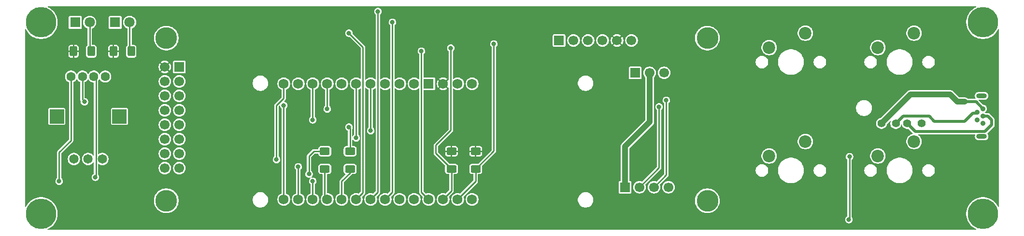
<source format=gbr>
%TF.GenerationSoftware,KiCad,Pcbnew,9.0.4-9.0.4-0~ubuntu24.04.1*%
%TF.CreationDate,2025-09-19T08:06:19-04:00*%
%TF.ProjectId,car-control,6361722d-636f-46e7-9472-6f6c2e6b6963,rev?*%
%TF.SameCoordinates,Original*%
%TF.FileFunction,Copper,L1,Top*%
%TF.FilePolarity,Positive*%
%FSLAX46Y46*%
G04 Gerber Fmt 4.6, Leading zero omitted, Abs format (unit mm)*
G04 Created by KiCad (PCBNEW 9.0.4-9.0.4-0~ubuntu24.04.1) date 2025-09-19 08:06:19*
%MOMM*%
%LPD*%
G01*
G04 APERTURE LIST*
G04 Aperture macros list*
%AMRoundRect*
0 Rectangle with rounded corners*
0 $1 Rounding radius*
0 $2 $3 $4 $5 $6 $7 $8 $9 X,Y pos of 4 corners*
0 Add a 4 corners polygon primitive as box body*
4,1,4,$2,$3,$4,$5,$6,$7,$8,$9,$2,$3,0*
0 Add four circle primitives for the rounded corners*
1,1,$1+$1,$2,$3*
1,1,$1+$1,$4,$5*
1,1,$1+$1,$6,$7*
1,1,$1+$1,$8,$9*
0 Add four rect primitives between the rounded corners*
20,1,$1+$1,$2,$3,$4,$5,0*
20,1,$1+$1,$4,$5,$6,$7,0*
20,1,$1+$1,$6,$7,$8,$9,0*
20,1,$1+$1,$8,$9,$2,$3,0*%
G04 Aperture macros list end*
%TA.AperFunction,ComponentPad*%
%ADD10R,1.700000X1.700000*%
%TD*%
%TA.AperFunction,ComponentPad*%
%ADD11C,1.700000*%
%TD*%
%TA.AperFunction,ComponentPad*%
%ADD12C,3.810000*%
%TD*%
%TA.AperFunction,ComponentPad*%
%ADD13C,5.334000*%
%TD*%
%TA.AperFunction,ComponentPad*%
%ADD14C,2.200000*%
%TD*%
%TA.AperFunction,ComponentPad*%
%ADD15C,1.600000*%
%TD*%
%TA.AperFunction,ComponentPad*%
%ADD16C,1.650000*%
%TD*%
%TA.AperFunction,ComponentPad*%
%ADD17R,2.500000X2.500000*%
%TD*%
%TA.AperFunction,SMDPad,CuDef*%
%ADD18RoundRect,0.250000X-0.625000X0.400000X-0.625000X-0.400000X0.625000X-0.400000X0.625000X0.400000X0*%
%TD*%
%TA.AperFunction,SMDPad,CuDef*%
%ADD19RoundRect,0.250000X-0.400000X-0.625000X0.400000X-0.625000X0.400000X0.625000X-0.400000X0.625000X0*%
%TD*%
%TA.AperFunction,ComponentPad*%
%ADD20R,1.800000X1.800000*%
%TD*%
%TA.AperFunction,ComponentPad*%
%ADD21C,1.800000*%
%TD*%
%TA.AperFunction,ComponentPad*%
%ADD22C,0.914400*%
%TD*%
%TA.AperFunction,ComponentPad*%
%ADD23O,1.854200X0.863600*%
%TD*%
%TA.AperFunction,ComponentPad*%
%ADD24C,1.422400*%
%TD*%
%TA.AperFunction,ComponentPad*%
%ADD25C,1.727200*%
%TD*%
%TA.AperFunction,ComponentPad*%
%ADD26R,1.727200X1.727200*%
%TD*%
%TA.AperFunction,ViaPad*%
%ADD27C,0.812800*%
%TD*%
%TA.AperFunction,Conductor*%
%ADD28C,0.254000*%
%TD*%
%TA.AperFunction,Conductor*%
%ADD29C,1.016000*%
%TD*%
%TA.AperFunction,Conductor*%
%ADD30C,0.508000*%
%TD*%
G04 APERTURE END LIST*
D10*
%TO.P,U1,1,GND*%
%TO.N,GND*%
X102347500Y-60564500D03*
D11*
%TO.P,U1,2,VCC*%
%TO.N,+3.3V*%
X99807500Y-60564500D03*
%TO.P,U1,3*%
%TO.N,N/C*%
X102347500Y-63104500D03*
%TO.P,U1,4,DC*%
%TO.N,/DC*%
X99807500Y-63104500D03*
%TO.P,U1,5,D2*%
%TO.N,unconnected-(U1-D2-Pad5)*%
X102347500Y-65644500D03*
%TO.P,U1,6,D3*%
%TO.N,unconnected-(U1-D3-Pad6)*%
X99807500Y-65644500D03*
%TO.P,U1,7,SCLK*%
%TO.N,/MOSI*%
X102347500Y-68184500D03*
%TO.P,U1,8,SDA*%
%TO.N,/SCK*%
X99807500Y-68184500D03*
%TO.P,U1,9,D6*%
%TO.N,unconnected-(U1-D6-Pad9)*%
X102347500Y-70724500D03*
%TO.P,U1,10,D7*%
%TO.N,unconnected-(U1-D7-Pad10)*%
X99807500Y-70724500D03*
%TO.P,U1,11,FR*%
%TO.N,unconnected-(U1-FR-Pad11)*%
X102347500Y-73264500D03*
%TO.P,U1,12,VDDIO*%
%TO.N,unconnected-(U1-VDDIO-Pad12)*%
X99807500Y-73264500D03*
%TO.P,U1,13,VDD*%
%TO.N,unconnected-(U1-VDD-Pad13)*%
X102347500Y-75804500D03*
%TO.P,U1,14,E*%
%TO.N,GND*%
X99807500Y-75804500D03*
%TO.P,U1,15,~{CS}*%
%TO.N,/~{CS}*%
X102347500Y-78344500D03*
%TO.P,U1,16,~{RST}*%
%TO.N,/~{RST}*%
X99807500Y-78344500D03*
D12*
%TO.P,U1,17*%
%TO.N,N/C*%
X100061500Y-55484500D03*
X100061500Y-84059500D03*
X194905100Y-55484500D03*
X194905100Y-84059500D03*
%TD*%
D10*
%TO.P,JP1,1,A*%
%TO.N,+5V*%
X182245000Y-61595000D03*
D11*
%TO.P,JP1,2,C*%
%TO.N,Net-(J4-Pin_1)*%
X184785000Y-61595000D03*
%TO.P,JP1,3,B*%
%TO.N,/VBUS*%
X187325000Y-61595000D03*
%TD*%
D13*
%TO.P,H2,1*%
%TO.N,N/C*%
X78105000Y-86360000D03*
%TD*%
%TO.P,H4,1*%
%TO.N,N/C*%
X243205000Y-86360000D03*
%TD*%
D14*
%TO.P,SW2,1,1*%
%TO.N,/SW1*%
X231140000Y-54610000D03*
%TO.P,SW2,2,2*%
%TO.N,GND*%
X224790000Y-57150000D03*
%TD*%
D15*
%TO.P,SW5,1,S2*%
%TO.N,GND*%
X89360000Y-62230000D03*
%TO.P,SW5,2,RED*%
%TO.N,Net-(SW5-RED)*%
X87360000Y-62230000D03*
%TO.P,SW5,3,GREEN*%
%TO.N,Net-(SW5-GREEN)*%
X85360000Y-62230000D03*
%TO.P,SW5,4,S1*%
%TO.N,/ENC_SW*%
X83360000Y-62230000D03*
D16*
%TO.P,SW5,A,A*%
%TO.N,/ENC_A*%
X83860000Y-76730000D03*
%TO.P,SW5,B,B*%
%TO.N,/ENC_B*%
X88860000Y-76730000D03*
%TO.P,SW5,C,C*%
%TO.N,GND*%
X86360000Y-76730000D03*
D17*
%TO.P,SW5,X*%
%TO.N,N/C*%
X80860000Y-69230000D03*
%TO.P,SW5,Y*%
X91860000Y-69230000D03*
%TD*%
D18*
%TO.P,R1,1*%
%TO.N,+3.3V*%
X154305000Y-75375000D03*
%TO.P,R1,2*%
%TO.N,/A0*%
X154305000Y-78475000D03*
%TD*%
D19*
%TO.P,R4,1*%
%TO.N,+3.3V*%
X90805000Y-57785000D03*
%TO.P,R4,2*%
%TO.N,Net-(D2-A)*%
X93905000Y-57785000D03*
%TD*%
D14*
%TO.P,SW1,1,1*%
%TO.N,/SW0*%
X212090000Y-54610000D03*
%TO.P,SW1,2,2*%
%TO.N,GND*%
X205740000Y-57150000D03*
%TD*%
D19*
%TO.P,R3,1*%
%TO.N,+3.3V*%
X83820000Y-57785000D03*
%TO.P,R3,2*%
%TO.N,Net-(D1-A)*%
X86920000Y-57785000D03*
%TD*%
D18*
%TO.P,R2,1*%
%TO.N,+3.3V*%
X150059800Y-75375000D03*
%TO.P,R2,2*%
%TO.N,/A1*%
X150059800Y-78475000D03*
%TD*%
D14*
%TO.P,SW3,1,1*%
%TO.N,/SW2*%
X212090000Y-73660000D03*
%TO.P,SW3,2,2*%
%TO.N,GND*%
X205740000Y-76200000D03*
%TD*%
D13*
%TO.P,H3,1*%
%TO.N,N/C*%
X243205000Y-52705000D03*
%TD*%
D20*
%TO.P,D1,1,K*%
%TO.N,/LED0*%
X84100000Y-52705000D03*
D21*
%TO.P,D1,2,A*%
%TO.N,Net-(D1-A)*%
X86640000Y-52705000D03*
%TD*%
D13*
%TO.P,H1,1*%
%TO.N,N/C*%
X78105000Y-52705000D03*
%TD*%
D18*
%TO.P,R5,1*%
%TO.N,Net-(SW5-RED)*%
X127834800Y-75375000D03*
%TO.P,R5,2*%
%TO.N,/ENC_RED*%
X127834800Y-78475000D03*
%TD*%
D14*
%TO.P,SW4,1,1*%
%TO.N,/SW3*%
X231140000Y-73660000D03*
%TO.P,SW4,2,2*%
%TO.N,GND*%
X224790000Y-76200000D03*
%TD*%
D18*
%TO.P,R6,1*%
%TO.N,Net-(SW5-GREEN)*%
X132279800Y-75375000D03*
%TO.P,R6,2*%
%TO.N,/ENC_GRN*%
X132279800Y-78475000D03*
%TD*%
D20*
%TO.P,D2,1,K*%
%TO.N,/LED1*%
X91090000Y-52705000D03*
D21*
%TO.P,D2,2,A*%
%TO.N,Net-(D2-A)*%
X93630000Y-52705000D03*
%TD*%
D22*
%TO.P,J1,1,VBUS*%
%TO.N,/VBUS*%
X243205000Y-67885000D03*
%TO.P,J1,2,D-*%
%TO.N,Net-(J1-D-)*%
X242205000Y-68535001D03*
%TO.P,J1,3,D+*%
%TO.N,Net-(J1-D+)*%
X243205000Y-69185000D03*
%TO.P,J1,4,ID*%
%TO.N,unconnected-(J1-ID-Pad4)*%
X242205000Y-69834999D03*
%TO.P,J1,5,GND*%
%TO.N,GND*%
X243205000Y-70485000D03*
D23*
%TO.P,J1,S_1*%
%TO.N,N/C*%
X242985001Y-65610001D03*
%TO.P,J1,S_2*%
X242985001Y-72759999D03*
%TD*%
D10*
%TO.P,J4,1,Pin_1*%
%TO.N,Net-(J4-Pin_1)*%
X180477000Y-81686000D03*
D11*
%TO.P,J4,2,Pin_2*%
%TO.N,/RX*%
X183017000Y-81686000D03*
%TO.P,J4,3,Pin_3*%
%TO.N,/TX*%
X185557000Y-81686000D03*
%TO.P,J4,4,Pin_4*%
%TO.N,GND*%
X188097000Y-81686000D03*
%TD*%
D10*
%TO.P,J2,1,Pin_1*%
%TO.N,/A0*%
X168910000Y-55880000D03*
D11*
%TO.P,J2,2,Pin_2*%
%TO.N,GND*%
X171450000Y-55880000D03*
%TO.P,J2,3,Pin_3*%
%TO.N,/A1*%
X173990000Y-55880000D03*
%TO.P,J2,4,Pin_4*%
%TO.N,GND*%
X176530000Y-55880000D03*
%TO.P,J2,5,Pin_5*%
%TO.N,+3.3V*%
X179070000Y-55880000D03*
%TO.P,J2,6,Pin_6*%
%TO.N,GND*%
X181610000Y-55880000D03*
%TD*%
D24*
%TO.P,J3,1,VBUS*%
%TO.N,/VBUS*%
X225425000Y-70485000D03*
%TO.P,J3,2,D-*%
%TO.N,Net-(J1-D-)*%
X227926900Y-70485000D03*
%TO.P,J3,3,D+*%
%TO.N,Net-(J1-D+)*%
X229933500Y-70485000D03*
%TO.P,J3,4,GND*%
%TO.N,GND*%
X232435400Y-70485000D03*
%TD*%
D25*
%TO.P,A1,3V3,3.3V*%
%TO.N,+3.3V*%
X148590000Y-63500000D03*
%TO.P,A1,5V,5V*%
%TO.N,+5V*%
X153670000Y-63500000D03*
%TO.P,A1,A0,A0/DAC*%
%TO.N,/A0*%
X151130000Y-83820000D03*
%TO.P,A1,A1,A1*%
%TO.N,/A1*%
X148590000Y-83820000D03*
%TO.P,A1,A2,A2*%
%TO.N,/LED0*%
X146050000Y-83820000D03*
%TO.P,A1,A3,A3*%
%TO.N,/SW3*%
X143510000Y-83820000D03*
%TO.P,A1,A4,A4*%
%TO.N,/SW2*%
X140970000Y-83820000D03*
%TO.P,A1,A5,A5*%
%TO.N,/SW1*%
X138430000Y-83820000D03*
%TO.P,A1,A6,A6*%
%TO.N,/SW0*%
X135890000Y-83820000D03*
%TO.P,A1,AREF,AREF*%
%TO.N,unconnected-(A1-PadAREF)*%
X153670000Y-83820000D03*
%TO.P,A1,D0,D0*%
%TO.N,/LED1*%
X133350000Y-83820000D03*
%TO.P,A1,D1,D1*%
%TO.N,/ENC_GRN*%
X130810000Y-83820000D03*
%TO.P,A1,D2,D2*%
%TO.N,/ENC_RED*%
X128270000Y-83820000D03*
%TO.P,A1,D3,D3*%
%TO.N,/ENC_SW*%
X125730000Y-83820000D03*
%TO.P,A1,D4,D4*%
%TO.N,/~{CS}*%
X123190000Y-83820000D03*
%TO.P,A1,D5,D5*%
%TO.N,/DC*%
X120650000Y-83820000D03*
%TO.P,A1,D6,D6*%
%TO.N,/~{RST}*%
X120650000Y-63500000D03*
%TO.P,A1,D7,D7*%
%TO.N,unconnected-(A1-PadD7)*%
X123190000Y-63500000D03*
%TO.P,A1,D8,D8_MOSI*%
%TO.N,/MOSI*%
X125730000Y-63500000D03*
%TO.P,A1,D9,D9_SCK*%
%TO.N,/SCK*%
X128270000Y-63500000D03*
%TO.P,A1,D10,D10_MISO*%
%TO.N,/MISO*%
X130810000Y-63500000D03*
%TO.P,A1,D11,D11/SDA*%
%TO.N,/ENC_B*%
X133350000Y-63500000D03*
%TO.P,A1,D12,D12/SCL*%
%TO.N,/ENC_A*%
X135890000Y-63500000D03*
%TO.P,A1,D13,D13/RX*%
%TO.N,/RX*%
X138430000Y-63500000D03*
%TO.P,A1,D14,D14/TX*%
%TO.N,/TX*%
X140970000Y-63500000D03*
D26*
%TO.P,A1,GND,GND*%
%TO.N,GND*%
X146050000Y-63500000D03*
D25*
%TO.P,A1,RST,RESET*%
%TO.N,unconnected-(A1-RESET-PadRST)*%
X143510000Y-63500000D03*
%TO.P,A1,VIN,VIN*%
%TO.N,unconnected-(A1-PadVIN)*%
X151130000Y-63500000D03*
%TD*%
D27*
%TO.N,/RX*%
X186436000Y-67564000D03*
%TO.N,/TX*%
X187706000Y-66421000D03*
%TO.N,/SW3*%
X219710000Y-87376000D03*
X219837000Y-76327000D03*
%TO.N,/SW1*%
X139700000Y-52705000D03*
%TO.N,/SW0*%
X137160000Y-50800000D03*
%TO.N,/LED0*%
X144780000Y-57785000D03*
%TO.N,/LED1*%
X132080000Y-54610000D03*
%TO.N,Net-(SW5-RED)*%
X125095000Y-79375000D03*
X87630000Y-79933800D03*
%TO.N,Net-(SW5-GREEN)*%
X132080000Y-71120000D03*
X85725000Y-66675000D03*
%TO.N,/ENC_SW*%
X125730000Y-80645000D03*
X81280000Y-80645000D03*
%TO.N,/ENC_A*%
X135890000Y-71755000D03*
%TO.N,/ENC_B*%
X133350000Y-73025000D03*
%TO.N,/~{CS}*%
X123190000Y-78105000D03*
%TO.N,/~{RST}*%
X119380000Y-76835000D03*
%TO.N,/MOSI*%
X125730000Y-69850000D03*
%TO.N,/SCK*%
X128270000Y-67945000D03*
%TO.N,/DC*%
X120650000Y-67310000D03*
%TO.N,/A1*%
X149937200Y-57227200D03*
%TO.N,/A0*%
X157480000Y-56515000D03*
%TD*%
D28*
%TO.N,/RX*%
X186436000Y-67564000D02*
X186436000Y-78267000D01*
X186436000Y-78267000D02*
X183017000Y-81686000D01*
%TO.N,/TX*%
X187706000Y-66421000D02*
X187706000Y-79537000D01*
X187706000Y-79537000D02*
X185557000Y-81686000D01*
D29*
%TO.N,Net-(J4-Pin_1)*%
X184785000Y-61595000D02*
X184785000Y-70231000D01*
X184785000Y-70231000D02*
X180477000Y-74539000D01*
X180477000Y-74539000D02*
X180477000Y-81686000D01*
D30*
%TO.N,Net-(J1-D-)*%
X233807000Y-69215000D02*
X234696000Y-70104000D01*
X227926900Y-70485000D02*
X229196900Y-69215000D01*
X241427000Y-68707000D02*
X242033001Y-68707000D01*
X240030000Y-70104000D02*
X241427000Y-68707000D01*
X229196900Y-69215000D02*
X233807000Y-69215000D01*
X234696000Y-70104000D02*
X240030000Y-70104000D01*
X242033001Y-68707000D02*
X242205000Y-68535001D01*
D28*
%TO.N,/SW3*%
X219837000Y-87249000D02*
X219710000Y-87376000D01*
X219837000Y-76327000D02*
X219837000Y-87249000D01*
D30*
%TO.N,Net-(J1-D+)*%
X229933500Y-70485000D02*
X231330500Y-71882000D01*
X231330500Y-71882000D02*
X243586000Y-71882000D01*
X243586000Y-71882000D02*
X244729000Y-70739000D01*
X244729000Y-70739000D02*
X244729000Y-69850000D01*
X244729000Y-69850000D02*
X244064000Y-69185000D01*
X244064000Y-69185000D02*
X243205000Y-69185000D01*
D28*
%TO.N,/SW1*%
X139700000Y-82550000D02*
X139700000Y-52705000D01*
X138430000Y-83820000D02*
X139700000Y-82550000D01*
%TO.N,/SW0*%
X137160000Y-50800000D02*
X137160000Y-82550000D01*
X137160000Y-82550000D02*
X135890000Y-83820000D01*
D30*
%TO.N,/VBUS*%
X243205000Y-67885000D02*
X241995000Y-66675000D01*
X241995000Y-66675000D02*
X240030000Y-66675000D01*
D29*
X238760000Y-66675000D02*
X240030000Y-66675000D01*
X237490000Y-65405000D02*
X238760000Y-66675000D01*
X225425000Y-70485000D02*
X230505000Y-65405000D01*
X230505000Y-65405000D02*
X237490000Y-65405000D01*
D28*
%TO.N,/LED0*%
X144780000Y-57785000D02*
X144780000Y-82550000D01*
X144780000Y-82550000D02*
X146050000Y-83820000D01*
%TO.N,/LED1*%
X132080000Y-54610000D02*
X134519400Y-57049400D01*
X134519400Y-57049400D02*
X134519400Y-82650600D01*
X134519400Y-82650600D02*
X133350000Y-83820000D01*
%TO.N,Net-(SW5-RED)*%
X125095000Y-79375000D02*
X125095000Y-76200000D01*
X125095000Y-76200000D02*
X125920000Y-75375000D01*
X125920000Y-75375000D02*
X127834800Y-75375000D01*
X87729200Y-79910800D02*
X87630000Y-80010000D01*
X87729200Y-62599200D02*
X87729200Y-79910800D01*
X87360000Y-62230000D02*
X87729200Y-62599200D01*
X87630000Y-80010000D02*
X87630000Y-79933800D01*
%TO.N,Net-(SW5-GREEN)*%
X132080000Y-71120000D02*
X132279800Y-71319800D01*
X132279800Y-71319800D02*
X132279800Y-75375000D01*
X85360000Y-66310000D02*
X85725000Y-66675000D01*
X85360000Y-62230000D02*
X85360000Y-66310000D01*
%TO.N,/ENC_SW*%
X125730000Y-80645000D02*
X125730000Y-83820000D01*
X81280000Y-75565000D02*
X81280000Y-80645000D01*
X83360000Y-62230000D02*
X83360000Y-73485000D01*
X83360000Y-73485000D02*
X81280000Y-75565000D01*
%TO.N,/ENC_A*%
X135890000Y-71755000D02*
X135890000Y-63500000D01*
%TO.N,/ENC_B*%
X133350000Y-73025000D02*
X133350000Y-63500000D01*
%TO.N,/ENC_GRN*%
X132279800Y-79175200D02*
X130810000Y-80645000D01*
X132279800Y-78475000D02*
X132279800Y-79175200D01*
X130810000Y-80645000D02*
X130810000Y-83820000D01*
%TO.N,/ENC_RED*%
X127834800Y-78475000D02*
X127834800Y-83384800D01*
X127834800Y-83384800D02*
X128270000Y-83820000D01*
%TO.N,/~{CS}*%
X123190000Y-78105000D02*
X123190000Y-83820000D01*
%TO.N,/~{RST}*%
X119380000Y-76835000D02*
X119380000Y-67310000D01*
X119380000Y-67310000D02*
X120650000Y-66040000D01*
X120650000Y-66040000D02*
X120650000Y-63500000D01*
%TO.N,/MOSI*%
X125730000Y-69850000D02*
X125730000Y-63500000D01*
%TO.N,/SCK*%
X128270000Y-67945000D02*
X128270000Y-63500000D01*
%TO.N,/DC*%
X120650000Y-67310000D02*
X120650000Y-83820000D01*
%TO.N,/A1*%
X149937200Y-71677800D02*
X147320000Y-74295000D01*
X149937200Y-57227200D02*
X149937200Y-71677800D01*
X147320000Y-74295000D02*
X147320000Y-75735200D01*
X147320000Y-75735200D02*
X150059800Y-78475000D01*
%TO.N,/A0*%
X157480000Y-75300000D02*
X157480000Y-56515000D01*
X154305000Y-78475000D02*
X157480000Y-75300000D01*
X154305000Y-78475000D02*
X154305000Y-80645000D01*
X154305000Y-80645000D02*
X151130000Y-83820000D01*
%TO.N,/A1*%
X150059800Y-78475000D02*
X150059800Y-82350200D01*
X150059800Y-82350200D02*
X148590000Y-83820000D01*
%TO.N,Net-(D2-A)*%
X93630000Y-52705000D02*
X93630000Y-57510000D01*
X93630000Y-57510000D02*
X93905000Y-57785000D01*
%TO.N,Net-(D1-A)*%
X86640000Y-52705000D02*
X86640000Y-57505000D01*
X86640000Y-57505000D02*
X86920000Y-57785000D01*
%TD*%
%TA.AperFunction,Conductor*%
%TO.N,+3.3V*%
G36*
X242042756Y-49929806D02*
G01*
X242061062Y-49974000D01*
X242042756Y-50018194D01*
X242025682Y-50030308D01*
X241889473Y-50095903D01*
X241789588Y-50144006D01*
X241511753Y-50318581D01*
X241511736Y-50318593D01*
X241255213Y-50523163D01*
X241255193Y-50523181D01*
X241023181Y-50755193D01*
X241023163Y-50755213D01*
X240818593Y-51011736D01*
X240818581Y-51011753D01*
X240644006Y-51289588D01*
X240501628Y-51585239D01*
X240393256Y-51894951D01*
X240393255Y-51894957D01*
X240320241Y-52214854D01*
X240320238Y-52214871D01*
X240312483Y-52283701D01*
X240283500Y-52540932D01*
X240283500Y-52869068D01*
X240295475Y-52975344D01*
X240320238Y-53195128D01*
X240320241Y-53195145D01*
X240393255Y-53515042D01*
X240393256Y-53515048D01*
X240501628Y-53824760D01*
X240501632Y-53824768D01*
X240501633Y-53824771D01*
X240629383Y-54090046D01*
X240644006Y-54120411D01*
X240818581Y-54398246D01*
X240818593Y-54398263D01*
X241023163Y-54654786D01*
X241023168Y-54654792D01*
X241023174Y-54654799D01*
X241255201Y-54886826D01*
X241255208Y-54886832D01*
X241255213Y-54886836D01*
X241511736Y-55091406D01*
X241511742Y-55091410D01*
X241511748Y-55091415D01*
X241789589Y-55265994D01*
X242085229Y-55408367D01*
X242085235Y-55408369D01*
X242085239Y-55408371D01*
X242289662Y-55479901D01*
X242394951Y-55516743D01*
X242714860Y-55589760D01*
X243040932Y-55626500D01*
X243040935Y-55626500D01*
X243369065Y-55626500D01*
X243369068Y-55626500D01*
X243695140Y-55589760D01*
X244015049Y-55516743D01*
X244231419Y-55441031D01*
X244324760Y-55408371D01*
X244324761Y-55408370D01*
X244324771Y-55408367D01*
X244620411Y-55265994D01*
X244898252Y-55091415D01*
X245154799Y-54886826D01*
X245386826Y-54654799D01*
X245591415Y-54398252D01*
X245765994Y-54120411D01*
X245879690Y-53884317D01*
X245915357Y-53852444D01*
X245963118Y-53855126D01*
X245994993Y-53890794D01*
X245998500Y-53911437D01*
X245998500Y-85153562D01*
X245980194Y-85197756D01*
X245936000Y-85216062D01*
X245891806Y-85197756D01*
X245879691Y-85180682D01*
X245765994Y-84944589D01*
X245591415Y-84666748D01*
X245591410Y-84666742D01*
X245591406Y-84666736D01*
X245386836Y-84410213D01*
X245386832Y-84410208D01*
X245386826Y-84410201D01*
X245154799Y-84178174D01*
X245154792Y-84178168D01*
X245154786Y-84178163D01*
X244898263Y-83973593D01*
X244898246Y-83973581D01*
X244620411Y-83799006D01*
X244481255Y-83731992D01*
X244324771Y-83656633D01*
X244324768Y-83656632D01*
X244324760Y-83656628D01*
X244015048Y-83548256D01*
X244015042Y-83548255D01*
X243695145Y-83475241D01*
X243695142Y-83475240D01*
X243695140Y-83475240D01*
X243695138Y-83475239D01*
X243695128Y-83475238D01*
X243480854Y-83451095D01*
X243369068Y-83438500D01*
X243040932Y-83438500D01*
X242940610Y-83449803D01*
X242714871Y-83475238D01*
X242714854Y-83475241D01*
X242394957Y-83548255D01*
X242394951Y-83548256D01*
X242085239Y-83656628D01*
X241789588Y-83799006D01*
X241511753Y-83973581D01*
X241511736Y-83973593D01*
X241255213Y-84178163D01*
X241255193Y-84178181D01*
X241023181Y-84410193D01*
X241023163Y-84410213D01*
X240818593Y-84666736D01*
X240818581Y-84666753D01*
X240644006Y-84944588D01*
X240501628Y-85240239D01*
X240393256Y-85549951D01*
X240393255Y-85549957D01*
X240320241Y-85869854D01*
X240320238Y-85869871D01*
X240283500Y-86195935D01*
X240283500Y-86524064D01*
X240320238Y-86850128D01*
X240320241Y-86850145D01*
X240393255Y-87170042D01*
X240393256Y-87170048D01*
X240501628Y-87479760D01*
X240501632Y-87479768D01*
X240501633Y-87479771D01*
X240530310Y-87539319D01*
X240644006Y-87775411D01*
X240818581Y-88053246D01*
X240818593Y-88053263D01*
X241023163Y-88309786D01*
X241023168Y-88309792D01*
X241023174Y-88309799D01*
X241255201Y-88541826D01*
X241255208Y-88541832D01*
X241255213Y-88541836D01*
X241511736Y-88746406D01*
X241511742Y-88746410D01*
X241511748Y-88746415D01*
X241789589Y-88920994D01*
X242025681Y-89034690D01*
X242057555Y-89070357D01*
X242054873Y-89118118D01*
X242019205Y-89149993D01*
X241998562Y-89153500D01*
X79311438Y-89153500D01*
X79267244Y-89135194D01*
X79248938Y-89091000D01*
X79267244Y-89046806D01*
X79284317Y-89034691D01*
X79520411Y-88920994D01*
X79798252Y-88746415D01*
X80054799Y-88541826D01*
X80286826Y-88309799D01*
X80491415Y-88053252D01*
X80665994Y-87775411D01*
X80808367Y-87479771D01*
X80867455Y-87310906D01*
X219049100Y-87310906D01*
X219049100Y-87441093D01*
X219074497Y-87568775D01*
X219124318Y-87689055D01*
X219196644Y-87797298D01*
X219288701Y-87889355D01*
X219396944Y-87961681D01*
X219396945Y-87961681D01*
X219396946Y-87961682D01*
X219517223Y-88011502D01*
X219644907Y-88036900D01*
X219775093Y-88036900D01*
X219902777Y-88011502D01*
X220023054Y-87961682D01*
X220131299Y-87889355D01*
X220223355Y-87797299D01*
X220295682Y-87689054D01*
X220345502Y-87568777D01*
X220370900Y-87441093D01*
X220370900Y-87310907D01*
X220345502Y-87183223D01*
X220295682Y-87062946D01*
X220229033Y-86963198D01*
X220218500Y-86928475D01*
X220218500Y-78653391D01*
X222419500Y-78653391D01*
X222419500Y-78826608D01*
X222419501Y-78826624D01*
X222446597Y-78997698D01*
X222446597Y-78997699D01*
X222500126Y-79162443D01*
X222500130Y-79162451D01*
X222578769Y-79316790D01*
X222680585Y-79456927D01*
X222680592Y-79456935D01*
X222803064Y-79579407D01*
X222803072Y-79579414D01*
X222943212Y-79681232D01*
X223097555Y-79759873D01*
X223262299Y-79813402D01*
X223334407Y-79824822D01*
X223433375Y-79840498D01*
X223433381Y-79840498D01*
X223433389Y-79840500D01*
X223433391Y-79840500D01*
X223606609Y-79840500D01*
X223606611Y-79840500D01*
X223777701Y-79813402D01*
X223942445Y-79759873D01*
X224096788Y-79681232D01*
X224236928Y-79579414D01*
X224359414Y-79456928D01*
X224461232Y-79316788D01*
X224539873Y-79162445D01*
X224593402Y-78997701D01*
X224620500Y-78826611D01*
X224620500Y-78653389D01*
X224610854Y-78592489D01*
X226349500Y-78592489D01*
X226349500Y-78887510D01*
X226388007Y-79179995D01*
X226388007Y-79179997D01*
X226464359Y-79464946D01*
X226464361Y-79464952D01*
X226506952Y-79567775D01*
X226577254Y-79737501D01*
X226577260Y-79737513D01*
X226653005Y-79868707D01*
X226724762Y-79992994D01*
X226904354Y-80227042D01*
X227112958Y-80435646D01*
X227347006Y-80615238D01*
X227602493Y-80762743D01*
X227875048Y-80875639D01*
X228160007Y-80951993D01*
X228452494Y-80990500D01*
X228452500Y-80990500D01*
X228747500Y-80990500D01*
X228747506Y-80990500D01*
X229039993Y-80951993D01*
X229324952Y-80875639D01*
X229597507Y-80762743D01*
X229852994Y-80615238D01*
X230087042Y-80435646D01*
X230295646Y-80227042D01*
X230475238Y-79992994D01*
X230622743Y-79737507D01*
X230735639Y-79464952D01*
X230811395Y-79182224D01*
X230811992Y-79179997D01*
X230811992Y-79179995D01*
X230811993Y-79179993D01*
X230850500Y-78887506D01*
X230850500Y-78653391D01*
X232579500Y-78653391D01*
X232579500Y-78826608D01*
X232579501Y-78826624D01*
X232606597Y-78997698D01*
X232606597Y-78997699D01*
X232660126Y-79162443D01*
X232660130Y-79162451D01*
X232738769Y-79316790D01*
X232840585Y-79456927D01*
X232840592Y-79456935D01*
X232963064Y-79579407D01*
X232963072Y-79579414D01*
X233103212Y-79681232D01*
X233257555Y-79759873D01*
X233422299Y-79813402D01*
X233494407Y-79824822D01*
X233593375Y-79840498D01*
X233593381Y-79840498D01*
X233593389Y-79840500D01*
X233593391Y-79840500D01*
X233766609Y-79840500D01*
X233766611Y-79840500D01*
X233937701Y-79813402D01*
X234102445Y-79759873D01*
X234256788Y-79681232D01*
X234396928Y-79579414D01*
X234519414Y-79456928D01*
X234621232Y-79316788D01*
X234699873Y-79162445D01*
X234753402Y-78997701D01*
X234780500Y-78826611D01*
X234780500Y-78653389D01*
X234777454Y-78634160D01*
X234753402Y-78482301D01*
X234753402Y-78482300D01*
X234736876Y-78431437D01*
X234699873Y-78317555D01*
X234621232Y-78163212D01*
X234519414Y-78023072D01*
X234519407Y-78023064D01*
X234396935Y-77900592D01*
X234396927Y-77900585D01*
X234256790Y-77798769D01*
X234102451Y-77720130D01*
X234102443Y-77720126D01*
X233937699Y-77666597D01*
X233766624Y-77639501D01*
X233766612Y-77639500D01*
X233766611Y-77639500D01*
X233593389Y-77639500D01*
X233593387Y-77639500D01*
X233593375Y-77639501D01*
X233422301Y-77666597D01*
X233422300Y-77666597D01*
X233257556Y-77720126D01*
X233257548Y-77720130D01*
X233103209Y-77798769D01*
X232963072Y-77900585D01*
X232963064Y-77900592D01*
X232840592Y-78023064D01*
X232840585Y-78023072D01*
X232738769Y-78163209D01*
X232660130Y-78317548D01*
X232660126Y-78317556D01*
X232606597Y-78482300D01*
X232606597Y-78482301D01*
X232579501Y-78653375D01*
X232579500Y-78653391D01*
X230850500Y-78653391D01*
X230850500Y-78592494D01*
X230811993Y-78300007D01*
X230811395Y-78297777D01*
X230742300Y-78039907D01*
X230735639Y-78015048D01*
X230622743Y-77742493D01*
X230475238Y-77487006D01*
X230295646Y-77252958D01*
X230087042Y-77044354D01*
X229852994Y-76864762D01*
X229824630Y-76848386D01*
X229597513Y-76717260D01*
X229597501Y-76717254D01*
X229423169Y-76645044D01*
X229324952Y-76604361D01*
X229324948Y-76604360D01*
X229324946Y-76604359D01*
X229324947Y-76604359D01*
X229039996Y-76528007D01*
X228747510Y-76489500D01*
X228747506Y-76489500D01*
X228452494Y-76489500D01*
X228452489Y-76489500D01*
X228160004Y-76528007D01*
X228160002Y-76528007D01*
X227875053Y-76604359D01*
X227602498Y-76717254D01*
X227602486Y-76717260D01*
X227347012Y-76864758D01*
X227347009Y-76864760D01*
X227347006Y-76864762D01*
X227288162Y-76909915D01*
X227112956Y-77044355D01*
X226904355Y-77252956D01*
X226823390Y-77358472D01*
X226724762Y-77487006D01*
X226724760Y-77487009D01*
X226724758Y-77487012D01*
X226577260Y-77742486D01*
X226577254Y-77742498D01*
X226464359Y-78015053D01*
X226388007Y-78300002D01*
X226388007Y-78300004D01*
X226349500Y-78592489D01*
X224610854Y-78592489D01*
X224593402Y-78482299D01*
X224539873Y-78317555D01*
X224461232Y-78163212D01*
X224359414Y-78023072D01*
X224359407Y-78023064D01*
X224236935Y-77900592D01*
X224236927Y-77900585D01*
X224096790Y-77798769D01*
X223942451Y-77720130D01*
X223942443Y-77720126D01*
X223777699Y-77666597D01*
X223606624Y-77639501D01*
X223606612Y-77639500D01*
X223606611Y-77639500D01*
X223433389Y-77639500D01*
X223433387Y-77639500D01*
X223433375Y-77639501D01*
X223262301Y-77666597D01*
X223262300Y-77666597D01*
X223097556Y-77720126D01*
X223097548Y-77720130D01*
X222943209Y-77798769D01*
X222803072Y-77900585D01*
X222803064Y-77900592D01*
X222680592Y-78023064D01*
X222680585Y-78023072D01*
X222578769Y-78163209D01*
X222500130Y-78317548D01*
X222500126Y-78317556D01*
X222446597Y-78482300D01*
X222446597Y-78482301D01*
X222419501Y-78653375D01*
X222419500Y-78653391D01*
X220218500Y-78653391D01*
X220218500Y-76900354D01*
X220236806Y-76856160D01*
X220246279Y-76848386D01*
X220258299Y-76840355D01*
X220350355Y-76748299D01*
X220422682Y-76640054D01*
X220472502Y-76519777D01*
X220497900Y-76392093D01*
X220497900Y-76261907D01*
X220472502Y-76134223D01*
X220464482Y-76114860D01*
X220464482Y-76114858D01*
X220455594Y-76093401D01*
X223435500Y-76093401D01*
X223435500Y-76306598D01*
X223435501Y-76306612D01*
X223468852Y-76517178D01*
X223534735Y-76719945D01*
X223534739Y-76719953D01*
X223631529Y-76909915D01*
X223756845Y-77082396D01*
X223756852Y-77082404D01*
X223907595Y-77233147D01*
X223907603Y-77233154D01*
X224028405Y-77320923D01*
X224080087Y-77358472D01*
X224270053Y-77455264D01*
X224472821Y-77521147D01*
X224683399Y-77554500D01*
X224683401Y-77554500D01*
X224896599Y-77554500D01*
X224896601Y-77554500D01*
X225107179Y-77521147D01*
X225309947Y-77455264D01*
X225499913Y-77358472D01*
X225672397Y-77233154D01*
X225823154Y-77082397D01*
X225948472Y-76909913D01*
X226045264Y-76719947D01*
X226111147Y-76517179D01*
X226144500Y-76306601D01*
X226144500Y-76093399D01*
X226111147Y-75882821D01*
X226045264Y-75680053D01*
X225948472Y-75490087D01*
X225868860Y-75380512D01*
X225823154Y-75317603D01*
X225823147Y-75317595D01*
X225672404Y-75166852D01*
X225672396Y-75166845D01*
X225499915Y-75041529D01*
X225309953Y-74944739D01*
X225309945Y-74944735D01*
X225107177Y-74878852D01*
X225107178Y-74878852D01*
X224896612Y-74845501D01*
X224896602Y-74845500D01*
X224896601Y-74845500D01*
X224683399Y-74845500D01*
X224683397Y-74845500D01*
X224683387Y-74845501D01*
X224472821Y-74878852D01*
X224270054Y-74944735D01*
X224270046Y-74944739D01*
X224080084Y-75041529D01*
X223907603Y-75166845D01*
X223907595Y-75166852D01*
X223756852Y-75317595D01*
X223756845Y-75317603D01*
X223631529Y-75490084D01*
X223534739Y-75680046D01*
X223534735Y-75680054D01*
X223468852Y-75882821D01*
X223435501Y-76093387D01*
X223435500Y-76093401D01*
X220455594Y-76093401D01*
X220422685Y-76013952D01*
X220422681Y-76013944D01*
X220350355Y-75905701D01*
X220258298Y-75813644D01*
X220150055Y-75741318D01*
X220029775Y-75691497D01*
X219902093Y-75666100D01*
X219771907Y-75666100D01*
X219644224Y-75691497D01*
X219523944Y-75741318D01*
X219415701Y-75813644D01*
X219323644Y-75905701D01*
X219251318Y-76013944D01*
X219201497Y-76134224D01*
X219176100Y-76261906D01*
X219176100Y-76392093D01*
X219201497Y-76519775D01*
X219251318Y-76640055D01*
X219323644Y-76748298D01*
X219415702Y-76840356D01*
X219427721Y-76848386D01*
X219454299Y-76888159D01*
X219455500Y-76900354D01*
X219455500Y-86724303D01*
X219437194Y-86768497D01*
X219416918Y-86782045D01*
X219396948Y-86790316D01*
X219396944Y-86790319D01*
X219288701Y-86862644D01*
X219196644Y-86954701D01*
X219124318Y-87062944D01*
X219074497Y-87183224D01*
X219049100Y-87310906D01*
X80867455Y-87310906D01*
X80916743Y-87170049D01*
X80989760Y-86850140D01*
X81026500Y-86524068D01*
X81026500Y-86195932D01*
X80989760Y-85869860D01*
X80916743Y-85549951D01*
X80815925Y-85261828D01*
X80808371Y-85240239D01*
X80808369Y-85240235D01*
X80808367Y-85240229D01*
X80665994Y-84944589D01*
X80491415Y-84666748D01*
X80491410Y-84666742D01*
X80491406Y-84666736D01*
X80286836Y-84410213D01*
X80286832Y-84410208D01*
X80286826Y-84410201D01*
X80054799Y-84178174D01*
X80054792Y-84178168D01*
X80054786Y-84178163D01*
X79798263Y-83973593D01*
X79798251Y-83973584D01*
X79795090Y-83971598D01*
X79709716Y-83917954D01*
X97902000Y-83917954D01*
X97902000Y-84201045D01*
X97938949Y-84481705D01*
X97938949Y-84481706D01*
X98012210Y-84755121D01*
X98012214Y-84755132D01*
X98012216Y-84755138D01*
X98026571Y-84789794D01*
X98120544Y-85016666D01*
X98120546Y-85016669D01*
X98120547Y-85016672D01*
X98262088Y-85261828D01*
X98434418Y-85486413D01*
X98634587Y-85686582D01*
X98859172Y-85858912D01*
X99104328Y-86000453D01*
X99365862Y-86108784D01*
X99365872Y-86108786D01*
X99365878Y-86108789D01*
X99639293Y-86182050D01*
X99639295Y-86182050D01*
X99639298Y-86182051D01*
X99919959Y-86219000D01*
X99919965Y-86219000D01*
X100203035Y-86219000D01*
X100203041Y-86219000D01*
X100483702Y-86182051D01*
X100483706Y-86182050D01*
X100757121Y-86108789D01*
X100757124Y-86108787D01*
X100757138Y-86108784D01*
X101018672Y-86000453D01*
X101263828Y-85858912D01*
X101488413Y-85686582D01*
X101688582Y-85486413D01*
X101860912Y-85261828D01*
X102002453Y-85016672D01*
X102110784Y-84755138D01*
X102134472Y-84666736D01*
X102184050Y-84481706D01*
X102184050Y-84481705D01*
X102184051Y-84481702D01*
X102221000Y-84201041D01*
X102221000Y-83917959D01*
X102205960Y-83803715D01*
X115204300Y-83803715D01*
X115204300Y-84016284D01*
X115204301Y-84016300D01*
X115237553Y-84226240D01*
X115237553Y-84226241D01*
X115303242Y-84428410D01*
X115303246Y-84428418D01*
X115399749Y-84617817D01*
X115524697Y-84789794D01*
X115675005Y-84940102D01*
X115846982Y-85065050D01*
X115846984Y-85065051D01*
X116036388Y-85161557D01*
X116238557Y-85227246D01*
X116320528Y-85240229D01*
X116448499Y-85260498D01*
X116448505Y-85260498D01*
X116448513Y-85260500D01*
X116448515Y-85260500D01*
X116661085Y-85260500D01*
X116661087Y-85260500D01*
X116871043Y-85227246D01*
X117073212Y-85161557D01*
X117262616Y-85065051D01*
X117434592Y-84940104D01*
X117584904Y-84789792D01*
X117709851Y-84617816D01*
X117806357Y-84428412D01*
X117872046Y-84226243D01*
X117905300Y-84016287D01*
X117905300Y-83803713D01*
X117904554Y-83799006D01*
X117891764Y-83718256D01*
X117872046Y-83593757D01*
X117806357Y-83391588D01*
X117709851Y-83202184D01*
X117603256Y-83055468D01*
X117584902Y-83030205D01*
X117434594Y-82879897D01*
X117262617Y-82754949D01*
X117073218Y-82658446D01*
X117073210Y-82658442D01*
X116871041Y-82592753D01*
X116661100Y-82559501D01*
X116661088Y-82559500D01*
X116661087Y-82559500D01*
X116448513Y-82559500D01*
X116448511Y-82559500D01*
X116448499Y-82559501D01*
X116238559Y-82592753D01*
X116238558Y-82592753D01*
X116036389Y-82658442D01*
X116036381Y-82658446D01*
X115846982Y-82754949D01*
X115675005Y-82879897D01*
X115524697Y-83030205D01*
X115399749Y-83202182D01*
X115303246Y-83391581D01*
X115303242Y-83391589D01*
X115237553Y-83593758D01*
X115237553Y-83593759D01*
X115204301Y-83803699D01*
X115204300Y-83803715D01*
X102205960Y-83803715D01*
X102184051Y-83637298D01*
X102172385Y-83593759D01*
X102110789Y-83363878D01*
X102110786Y-83363872D01*
X102110784Y-83363862D01*
X102002453Y-83102328D01*
X101860912Y-82857172D01*
X101688582Y-82632587D01*
X101488413Y-82432418D01*
X101263828Y-82260088D01*
X101018672Y-82118547D01*
X101018669Y-82118546D01*
X101018666Y-82118544D01*
X100896347Y-82067878D01*
X100757138Y-82010216D01*
X100757132Y-82010214D01*
X100757121Y-82010210D01*
X100483706Y-81936949D01*
X100203045Y-81900000D01*
X100203041Y-81900000D01*
X99919959Y-81900000D01*
X99919954Y-81900000D01*
X99639294Y-81936949D01*
X99639293Y-81936949D01*
X99365878Y-82010210D01*
X99365863Y-82010215D01*
X99365862Y-82010216D01*
X99365860Y-82010217D01*
X99104333Y-82118544D01*
X99104322Y-82118550D01*
X98859178Y-82260084D01*
X98859175Y-82260086D01*
X98859172Y-82260088D01*
X98740046Y-82351496D01*
X98634585Y-82432419D01*
X98434419Y-82632585D01*
X98375342Y-82709576D01*
X98262088Y-82857172D01*
X98262086Y-82857175D01*
X98262084Y-82857178D01*
X98120550Y-83102322D01*
X98120544Y-83102333D01*
X98012217Y-83363860D01*
X98012210Y-83363878D01*
X97938949Y-83637293D01*
X97938949Y-83637294D01*
X97902000Y-83917954D01*
X79709716Y-83917954D01*
X79520411Y-83799006D01*
X79224771Y-83656633D01*
X79224768Y-83656632D01*
X79224760Y-83656628D01*
X78915048Y-83548256D01*
X78915042Y-83548255D01*
X78595145Y-83475241D01*
X78595142Y-83475240D01*
X78595140Y-83475240D01*
X78595138Y-83475239D01*
X78595128Y-83475238D01*
X78380854Y-83451095D01*
X78269068Y-83438500D01*
X77940932Y-83438500D01*
X77840610Y-83449803D01*
X77614871Y-83475238D01*
X77614854Y-83475241D01*
X77294957Y-83548255D01*
X77294951Y-83548256D01*
X76985239Y-83656628D01*
X76689588Y-83799006D01*
X76411753Y-83973581D01*
X76411736Y-83973593D01*
X76155213Y-84178163D01*
X76155193Y-84178181D01*
X75923181Y-84410193D01*
X75923163Y-84410213D01*
X75718593Y-84666736D01*
X75718581Y-84666753D01*
X75544006Y-84944588D01*
X75509290Y-85016677D01*
X75430309Y-85180681D01*
X75394643Y-85212555D01*
X75346882Y-85209873D01*
X75315007Y-85174205D01*
X75311500Y-85153562D01*
X75311500Y-80579906D01*
X80619100Y-80579906D01*
X80619100Y-80710093D01*
X80644497Y-80837775D01*
X80694318Y-80958055D01*
X80766644Y-81066298D01*
X80858701Y-81158355D01*
X80966944Y-81230681D01*
X80966945Y-81230681D01*
X80966946Y-81230682D01*
X81087223Y-81280502D01*
X81214907Y-81305900D01*
X81345093Y-81305900D01*
X81472777Y-81280502D01*
X81593054Y-81230682D01*
X81701299Y-81158355D01*
X81793355Y-81066299D01*
X81865682Y-80958054D01*
X81915502Y-80837777D01*
X81940900Y-80710093D01*
X81940900Y-80579907D01*
X81915502Y-80452223D01*
X81865682Y-80331946D01*
X81793355Y-80223701D01*
X81701299Y-80131645D01*
X81701295Y-80131642D01*
X81689276Y-80123611D01*
X81662701Y-80083837D01*
X81661500Y-80071645D01*
X81661500Y-76645044D01*
X82780500Y-76645044D01*
X82780500Y-76814955D01*
X82780501Y-76814971D01*
X82807080Y-76982781D01*
X82807080Y-76982782D01*
X82859588Y-77144385D01*
X82859589Y-77144387D01*
X82886947Y-77198079D01*
X82936729Y-77295781D01*
X82936732Y-77295785D01*
X83036603Y-77433246D01*
X83036610Y-77433254D01*
X83156745Y-77553389D01*
X83156753Y-77553396D01*
X83294219Y-77653271D01*
X83445616Y-77730412D01*
X83607216Y-77782919D01*
X83664198Y-77791944D01*
X83775028Y-77809498D01*
X83775034Y-77809498D01*
X83775042Y-77809500D01*
X83775044Y-77809500D01*
X83944956Y-77809500D01*
X83944958Y-77809500D01*
X84112784Y-77782919D01*
X84274384Y-77730412D01*
X84425781Y-77653271D01*
X84563247Y-77553396D01*
X84683396Y-77433247D01*
X84783271Y-77295781D01*
X84860412Y-77144384D01*
X84912919Y-76982784D01*
X84939500Y-76814958D01*
X84939500Y-76645042D01*
X84933056Y-76604359D01*
X84920334Y-76524032D01*
X84912919Y-76477216D01*
X84860412Y-76315616D01*
X84783271Y-76164219D01*
X84683396Y-76026753D01*
X84683389Y-76026745D01*
X84563254Y-75906610D01*
X84563246Y-75906603D01*
X84448515Y-75823246D01*
X84425781Y-75806729D01*
X84327202Y-75756500D01*
X84274387Y-75729589D01*
X84274385Y-75729588D01*
X84112782Y-75677080D01*
X83944971Y-75650501D01*
X83944959Y-75650500D01*
X83944958Y-75650500D01*
X83775042Y-75650500D01*
X83775040Y-75650500D01*
X83775028Y-75650501D01*
X83607218Y-75677080D01*
X83607217Y-75677080D01*
X83445614Y-75729588D01*
X83445612Y-75729589D01*
X83356871Y-75774806D01*
X83294219Y-75806729D01*
X83294216Y-75806730D01*
X83294214Y-75806732D01*
X83156753Y-75906603D01*
X83156745Y-75906610D01*
X83036610Y-76026745D01*
X83036603Y-76026753D01*
X82936732Y-76164214D01*
X82859589Y-76315612D01*
X82859588Y-76315614D01*
X82807080Y-76477217D01*
X82807080Y-76477218D01*
X82780501Y-76645028D01*
X82780500Y-76645044D01*
X81661500Y-76645044D01*
X81661500Y-75748911D01*
X81679806Y-75704717D01*
X82657327Y-74727196D01*
X83665276Y-73719247D01*
X83715501Y-73632254D01*
X83741500Y-73535225D01*
X83741500Y-63255121D01*
X83759806Y-63210927D01*
X83780082Y-63197379D01*
X83794427Y-63191437D01*
X83859493Y-63164486D01*
X84032204Y-63049083D01*
X84179083Y-62902204D01*
X84294486Y-62729493D01*
X84302258Y-62710728D01*
X84336082Y-62676905D01*
X84383918Y-62676905D01*
X84417742Y-62710729D01*
X84425514Y-62729493D01*
X84425515Y-62729495D01*
X84533824Y-62891589D01*
X84540917Y-62902204D01*
X84687796Y-63049083D01*
X84860507Y-63164486D01*
X84925539Y-63191423D01*
X84939918Y-63197379D01*
X84973743Y-63231203D01*
X84978500Y-63255121D01*
X84978500Y-66360223D01*
X84978501Y-66360231D01*
X85004498Y-66457253D01*
X85004499Y-66457254D01*
X85008408Y-66464024D01*
X85054724Y-66544247D01*
X85056407Y-66545930D01*
X85059641Y-66551448D01*
X85062423Y-66571575D01*
X85067684Y-66591200D01*
X85067017Y-66595241D01*
X85064100Y-66609905D01*
X85064100Y-66740093D01*
X85089497Y-66867775D01*
X85139318Y-66988055D01*
X85211644Y-67096298D01*
X85303701Y-67188355D01*
X85411944Y-67260681D01*
X85411945Y-67260681D01*
X85411946Y-67260682D01*
X85532223Y-67310502D01*
X85659907Y-67335900D01*
X85790093Y-67335900D01*
X85917777Y-67310502D01*
X86038054Y-67260682D01*
X86146299Y-67188355D01*
X86238355Y-67096299D01*
X86310682Y-66988054D01*
X86360502Y-66867777D01*
X86385900Y-66740093D01*
X86385900Y-66609907D01*
X86360502Y-66482223D01*
X86310682Y-66361946D01*
X86306646Y-66355906D01*
X86238355Y-66253701D01*
X86146298Y-66161644D01*
X86038055Y-66089318D01*
X85917776Y-66039497D01*
X85791806Y-66014440D01*
X85752033Y-65987864D01*
X85741500Y-65953141D01*
X85741500Y-63255121D01*
X85759806Y-63210927D01*
X85780082Y-63197379D01*
X85794427Y-63191437D01*
X85859493Y-63164486D01*
X86032204Y-63049083D01*
X86179083Y-62902204D01*
X86294486Y-62729493D01*
X86302258Y-62710728D01*
X86336082Y-62676905D01*
X86383918Y-62676905D01*
X86417742Y-62710729D01*
X86425514Y-62729493D01*
X86425515Y-62729495D01*
X86533824Y-62891589D01*
X86540917Y-62902204D01*
X86687796Y-63049083D01*
X86860507Y-63164486D01*
X86925573Y-63191437D01*
X87052410Y-63243975D01*
X87052413Y-63243975D01*
X87052414Y-63243976D01*
X87256141Y-63284500D01*
X87285200Y-63284500D01*
X87329394Y-63302806D01*
X87347700Y-63347000D01*
X87347700Y-76060542D01*
X87329394Y-76104736D01*
X87285200Y-76123042D01*
X87241006Y-76104736D01*
X87234637Y-76097279D01*
X87183396Y-76026753D01*
X87183389Y-76026745D01*
X87063254Y-75906610D01*
X87063246Y-75906603D01*
X86948515Y-75823246D01*
X86925781Y-75806729D01*
X86827202Y-75756500D01*
X86774387Y-75729589D01*
X86774385Y-75729588D01*
X86612782Y-75677080D01*
X86444971Y-75650501D01*
X86444959Y-75650500D01*
X86444958Y-75650500D01*
X86275042Y-75650500D01*
X86275040Y-75650500D01*
X86275028Y-75650501D01*
X86107218Y-75677080D01*
X86107217Y-75677080D01*
X85945614Y-75729588D01*
X85945612Y-75729589D01*
X85856871Y-75774806D01*
X85794219Y-75806729D01*
X85794216Y-75806730D01*
X85794214Y-75806732D01*
X85656753Y-75906603D01*
X85656745Y-75906610D01*
X85536610Y-76026745D01*
X85536603Y-76026753D01*
X85436732Y-76164214D01*
X85359589Y-76315612D01*
X85359588Y-76315614D01*
X85307080Y-76477217D01*
X85307080Y-76477218D01*
X85280501Y-76645028D01*
X85280500Y-76645044D01*
X85280500Y-76814955D01*
X85280501Y-76814971D01*
X85307080Y-76982781D01*
X85307080Y-76982782D01*
X85359588Y-77144385D01*
X85359589Y-77144387D01*
X85386947Y-77198079D01*
X85436729Y-77295781D01*
X85436732Y-77295785D01*
X85536603Y-77433246D01*
X85536610Y-77433254D01*
X85656745Y-77553389D01*
X85656753Y-77553396D01*
X85794219Y-77653271D01*
X85945616Y-77730412D01*
X86107216Y-77782919D01*
X86164198Y-77791944D01*
X86275028Y-77809498D01*
X86275034Y-77809498D01*
X86275042Y-77809500D01*
X86275044Y-77809500D01*
X86444956Y-77809500D01*
X86444958Y-77809500D01*
X86612784Y-77782919D01*
X86774384Y-77730412D01*
X86925781Y-77653271D01*
X87063247Y-77553396D01*
X87183396Y-77433247D01*
X87234637Y-77362720D01*
X87275423Y-77337726D01*
X87321937Y-77348894D01*
X87346931Y-77389680D01*
X87347700Y-77399457D01*
X87347700Y-79294218D01*
X87329394Y-79338412D01*
X87319205Y-79345973D01*
X87319499Y-79346412D01*
X87208701Y-79420444D01*
X87116644Y-79512501D01*
X87044318Y-79620744D01*
X86994497Y-79741024D01*
X86969100Y-79868706D01*
X86969100Y-79998893D01*
X86994497Y-80126575D01*
X87044318Y-80246855D01*
X87116644Y-80355098D01*
X87208701Y-80447155D01*
X87316944Y-80519481D01*
X87316945Y-80519481D01*
X87316946Y-80519482D01*
X87437223Y-80569302D01*
X87564907Y-80594700D01*
X87695093Y-80594700D01*
X87822777Y-80569302D01*
X87943054Y-80519482D01*
X88051299Y-80447155D01*
X88143355Y-80355099D01*
X88215682Y-80246854D01*
X88265502Y-80126577D01*
X88290900Y-79998893D01*
X88290900Y-79868707D01*
X88265502Y-79741023D01*
X88215682Y-79620746D01*
X88143355Y-79512501D01*
X88129006Y-79498152D01*
X88110700Y-79453958D01*
X88110700Y-78257576D01*
X98703000Y-78257576D01*
X98703000Y-78431423D01*
X98703001Y-78431437D01*
X98730196Y-78603137D01*
X98783919Y-78768479D01*
X98783923Y-78768487D01*
X98862848Y-78923386D01*
X98965034Y-79064032D01*
X98965041Y-79064040D01*
X99087959Y-79186958D01*
X99087967Y-79186965D01*
X99228616Y-79289153D01*
X99383519Y-79368080D01*
X99548862Y-79421803D01*
X99720574Y-79449000D01*
X99720576Y-79449000D01*
X99894424Y-79449000D01*
X99894426Y-79449000D01*
X100066138Y-79421803D01*
X100231481Y-79368080D01*
X100386384Y-79289153D01*
X100527033Y-79186965D01*
X100649965Y-79064033D01*
X100752153Y-78923384D01*
X100831080Y-78768481D01*
X100884803Y-78603138D01*
X100912000Y-78431426D01*
X100912000Y-78257576D01*
X101243000Y-78257576D01*
X101243000Y-78431423D01*
X101243001Y-78431437D01*
X101270196Y-78603137D01*
X101323919Y-78768479D01*
X101323923Y-78768487D01*
X101402848Y-78923386D01*
X101505034Y-79064032D01*
X101505041Y-79064040D01*
X101627959Y-79186958D01*
X101627967Y-79186965D01*
X101768616Y-79289153D01*
X101923519Y-79368080D01*
X102088862Y-79421803D01*
X102260574Y-79449000D01*
X102260576Y-79449000D01*
X102434424Y-79449000D01*
X102434426Y-79449000D01*
X102606138Y-79421803D01*
X102771481Y-79368080D01*
X102926384Y-79289153D01*
X103067033Y-79186965D01*
X103189965Y-79064033D01*
X103292153Y-78923384D01*
X103371080Y-78768481D01*
X103424803Y-78603138D01*
X103452000Y-78431426D01*
X103452000Y-78257574D01*
X103424803Y-78085862D01*
X103371080Y-77920519D01*
X103292153Y-77765616D01*
X103259102Y-77720126D01*
X103189965Y-77624967D01*
X103189958Y-77624959D01*
X103067040Y-77502041D01*
X103067032Y-77502034D01*
X102926386Y-77399848D01*
X102771487Y-77320923D01*
X102771479Y-77320919D01*
X102606136Y-77267196D01*
X102606137Y-77267196D01*
X102434437Y-77240001D01*
X102434427Y-77240000D01*
X102434426Y-77240000D01*
X102260574Y-77240000D01*
X102260572Y-77240000D01*
X102260562Y-77240001D01*
X102088862Y-77267196D01*
X101923520Y-77320919D01*
X101923512Y-77320923D01*
X101768613Y-77399848D01*
X101627967Y-77502034D01*
X101627959Y-77502041D01*
X101505041Y-77624959D01*
X101505034Y-77624967D01*
X101402848Y-77765613D01*
X101323923Y-77920512D01*
X101323919Y-77920520D01*
X101270196Y-78085862D01*
X101243001Y-78257562D01*
X101243000Y-78257576D01*
X100912000Y-78257576D01*
X100912000Y-78257574D01*
X100884803Y-78085862D01*
X100831080Y-77920519D01*
X100752153Y-77765616D01*
X100719102Y-77720126D01*
X100649965Y-77624967D01*
X100649958Y-77624959D01*
X100527040Y-77502041D01*
X100527032Y-77502034D01*
X100386386Y-77399848D01*
X100231487Y-77320923D01*
X100231479Y-77320919D01*
X100066136Y-77267196D01*
X100066137Y-77267196D01*
X99894437Y-77240001D01*
X99894427Y-77240000D01*
X99894426Y-77240000D01*
X99720574Y-77240000D01*
X99720572Y-77240000D01*
X99720562Y-77240001D01*
X99548862Y-77267196D01*
X99383520Y-77320919D01*
X99383512Y-77320923D01*
X99228613Y-77399848D01*
X99087967Y-77502034D01*
X99087959Y-77502041D01*
X98965041Y-77624959D01*
X98965034Y-77624967D01*
X98862848Y-77765613D01*
X98783923Y-77920512D01*
X98783919Y-77920520D01*
X98730196Y-78085862D01*
X98703001Y-78257562D01*
X98703000Y-78257576D01*
X88110700Y-78257576D01*
X88110700Y-77642599D01*
X88129006Y-77598405D01*
X88173200Y-77580099D01*
X88209935Y-77592035D01*
X88218703Y-77598405D01*
X88294214Y-77653268D01*
X88294216Y-77653269D01*
X88294219Y-77653271D01*
X88445616Y-77730412D01*
X88607216Y-77782919D01*
X88664198Y-77791944D01*
X88775028Y-77809498D01*
X88775034Y-77809498D01*
X88775042Y-77809500D01*
X88775044Y-77809500D01*
X88944956Y-77809500D01*
X88944958Y-77809500D01*
X89112784Y-77782919D01*
X89274384Y-77730412D01*
X89425781Y-77653271D01*
X89563247Y-77553396D01*
X89683396Y-77433247D01*
X89783271Y-77295781D01*
X89860412Y-77144384D01*
X89912919Y-76982784D01*
X89939500Y-76814958D01*
X89939500Y-76645042D01*
X89933056Y-76604359D01*
X89920334Y-76524032D01*
X89912919Y-76477216D01*
X89860412Y-76315616D01*
X89783271Y-76164219D01*
X89683396Y-76026753D01*
X89683389Y-76026745D01*
X89563254Y-75906610D01*
X89563246Y-75906603D01*
X89448515Y-75823246D01*
X89425781Y-75806729D01*
X89327202Y-75756500D01*
X89274387Y-75729589D01*
X89274385Y-75729588D01*
X89237416Y-75717576D01*
X98703000Y-75717576D01*
X98703000Y-75891423D01*
X98703001Y-75891437D01*
X98730196Y-76063137D01*
X98783919Y-76228479D01*
X98783923Y-76228487D01*
X98862848Y-76383386D01*
X98965034Y-76524032D01*
X98965041Y-76524040D01*
X99087959Y-76646958D01*
X99087967Y-76646965D01*
X99227440Y-76748299D01*
X99228616Y-76749153D01*
X99383519Y-76828080D01*
X99548862Y-76881803D01*
X99720574Y-76909000D01*
X99720576Y-76909000D01*
X99894424Y-76909000D01*
X99894426Y-76909000D01*
X100066138Y-76881803D01*
X100231481Y-76828080D01*
X100386384Y-76749153D01*
X100527033Y-76646965D01*
X100649965Y-76524033D01*
X100752153Y-76383384D01*
X100831080Y-76228481D01*
X100884803Y-76063138D01*
X100912000Y-75891426D01*
X100912000Y-75717576D01*
X101243000Y-75717576D01*
X101243000Y-75891423D01*
X101243001Y-75891437D01*
X101270196Y-76063137D01*
X101323919Y-76228479D01*
X101323923Y-76228487D01*
X101402848Y-76383386D01*
X101505034Y-76524032D01*
X101505041Y-76524040D01*
X101627959Y-76646958D01*
X101627967Y-76646965D01*
X101767440Y-76748299D01*
X101768616Y-76749153D01*
X101923519Y-76828080D01*
X102088862Y-76881803D01*
X102260574Y-76909000D01*
X102260576Y-76909000D01*
X102434424Y-76909000D01*
X102434426Y-76909000D01*
X102606138Y-76881803D01*
X102771481Y-76828080D01*
X102885654Y-76769906D01*
X118719100Y-76769906D01*
X118719100Y-76900093D01*
X118744497Y-77027775D01*
X118794318Y-77148055D01*
X118866644Y-77256298D01*
X118958701Y-77348355D01*
X119066944Y-77420681D01*
X119066945Y-77420681D01*
X119066946Y-77420682D01*
X119187223Y-77470502D01*
X119314907Y-77495900D01*
X119445093Y-77495900D01*
X119572777Y-77470502D01*
X119693054Y-77420682D01*
X119801299Y-77348355D01*
X119893355Y-77256299D01*
X119965682Y-77148054D01*
X120015502Y-77027777D01*
X120040900Y-76900093D01*
X120040900Y-76769907D01*
X120015502Y-76642223D01*
X119965682Y-76521946D01*
X119964231Y-76519775D01*
X119893355Y-76413701D01*
X119801300Y-76321646D01*
X119801295Y-76321642D01*
X119789276Y-76313611D01*
X119762701Y-76273837D01*
X119761500Y-76261645D01*
X119761500Y-67493910D01*
X119779805Y-67449717D01*
X119884075Y-67345446D01*
X119928269Y-67327141D01*
X119972463Y-67345447D01*
X119989568Y-67377448D01*
X120014497Y-67502775D01*
X120064318Y-67623055D01*
X120136644Y-67731298D01*
X120228702Y-67823356D01*
X120240721Y-67831386D01*
X120267299Y-67871159D01*
X120268500Y-67883354D01*
X120268500Y-82722908D01*
X120250194Y-82767102D01*
X120225316Y-82782348D01*
X120220805Y-82783813D01*
X120220792Y-82783819D01*
X120063985Y-82863716D01*
X119921607Y-82967160D01*
X119921599Y-82967167D01*
X119797167Y-83091599D01*
X119797160Y-83091607D01*
X119693716Y-83233985D01*
X119613819Y-83390792D01*
X119613814Y-83390804D01*
X119559432Y-83558175D01*
X119559431Y-83558178D01*
X119531901Y-83731992D01*
X119531900Y-83732006D01*
X119531900Y-83907993D01*
X119531901Y-83908007D01*
X119559431Y-84081821D01*
X119559432Y-84081824D01*
X119613814Y-84249195D01*
X119613816Y-84249201D01*
X119613818Y-84249206D01*
X119613819Y-84249207D01*
X119693716Y-84406014D01*
X119797160Y-84548392D01*
X119797167Y-84548400D01*
X119921599Y-84672832D01*
X119921607Y-84672839D01*
X120034881Y-84755138D01*
X120063988Y-84776285D01*
X120220799Y-84856184D01*
X120388178Y-84910568D01*
X120562004Y-84938100D01*
X120562006Y-84938100D01*
X120737994Y-84938100D01*
X120737996Y-84938100D01*
X120911822Y-84910568D01*
X121079201Y-84856184D01*
X121236012Y-84776285D01*
X121378393Y-84672839D01*
X121502839Y-84548393D01*
X121606285Y-84406012D01*
X121686184Y-84249201D01*
X121740568Y-84081822D01*
X121768100Y-83907996D01*
X121768100Y-83732006D01*
X122071900Y-83732006D01*
X122071900Y-83907993D01*
X122071901Y-83908007D01*
X122099431Y-84081821D01*
X122099432Y-84081824D01*
X122153814Y-84249195D01*
X122153816Y-84249201D01*
X122153818Y-84249206D01*
X122153819Y-84249207D01*
X122233716Y-84406014D01*
X122337160Y-84548392D01*
X122337167Y-84548400D01*
X122461599Y-84672832D01*
X122461607Y-84672839D01*
X122574881Y-84755138D01*
X122603988Y-84776285D01*
X122760799Y-84856184D01*
X122928178Y-84910568D01*
X123102004Y-84938100D01*
X123102006Y-84938100D01*
X123277994Y-84938100D01*
X123277996Y-84938100D01*
X123451822Y-84910568D01*
X123619201Y-84856184D01*
X123776012Y-84776285D01*
X123918393Y-84672839D01*
X124042839Y-84548393D01*
X124146285Y-84406012D01*
X124226184Y-84249201D01*
X124280568Y-84081822D01*
X124308100Y-83907996D01*
X124308100Y-83732004D01*
X124280568Y-83558178D01*
X124226184Y-83390799D01*
X124146285Y-83233988D01*
X124042839Y-83091607D01*
X124042832Y-83091599D01*
X123918400Y-82967167D01*
X123918392Y-82967160D01*
X123776014Y-82863716D01*
X123619207Y-82783819D01*
X123619194Y-82783813D01*
X123614684Y-82782348D01*
X123578311Y-82751280D01*
X123571500Y-82722908D01*
X123571500Y-79309906D01*
X124434100Y-79309906D01*
X124434100Y-79440093D01*
X124459497Y-79567775D01*
X124509318Y-79688055D01*
X124581644Y-79796298D01*
X124673701Y-79888355D01*
X124781944Y-79960681D01*
X124781945Y-79960681D01*
X124781946Y-79960682D01*
X124902223Y-80010502D01*
X125029907Y-80035900D01*
X125160092Y-80035900D01*
X125160093Y-80035900D01*
X125267554Y-80014524D01*
X125314469Y-80023856D01*
X125341045Y-80063629D01*
X125331713Y-80110546D01*
X125314474Y-80127787D01*
X125308701Y-80131644D01*
X125216644Y-80223701D01*
X125144318Y-80331944D01*
X125094497Y-80452224D01*
X125069100Y-80579906D01*
X125069100Y-80710093D01*
X125094497Y-80837775D01*
X125144318Y-80958055D01*
X125216644Y-81066298D01*
X125308702Y-81158356D01*
X125320721Y-81166386D01*
X125347299Y-81206159D01*
X125348500Y-81218354D01*
X125348500Y-82722908D01*
X125330194Y-82767102D01*
X125305316Y-82782348D01*
X125300805Y-82783813D01*
X125300792Y-82783819D01*
X125143985Y-82863716D01*
X125001607Y-82967160D01*
X125001599Y-82967167D01*
X124877167Y-83091599D01*
X124877160Y-83091607D01*
X124773716Y-83233985D01*
X124693819Y-83390792D01*
X124693814Y-83390804D01*
X124639432Y-83558175D01*
X124639431Y-83558178D01*
X124611901Y-83731992D01*
X124611900Y-83732006D01*
X124611900Y-83907993D01*
X124611901Y-83908007D01*
X124639431Y-84081821D01*
X124639432Y-84081824D01*
X124693814Y-84249195D01*
X124693816Y-84249201D01*
X124693818Y-84249206D01*
X124693819Y-84249207D01*
X124773716Y-84406014D01*
X124877160Y-84548392D01*
X124877167Y-84548400D01*
X125001599Y-84672832D01*
X125001607Y-84672839D01*
X125114881Y-84755138D01*
X125143988Y-84776285D01*
X125300799Y-84856184D01*
X125468178Y-84910568D01*
X125642004Y-84938100D01*
X125642006Y-84938100D01*
X125817994Y-84938100D01*
X125817996Y-84938100D01*
X125991822Y-84910568D01*
X126159201Y-84856184D01*
X126316012Y-84776285D01*
X126458393Y-84672839D01*
X126582839Y-84548393D01*
X126686285Y-84406012D01*
X126766184Y-84249201D01*
X126820568Y-84081822D01*
X126848100Y-83907996D01*
X126848100Y-83732004D01*
X126820568Y-83558178D01*
X126766184Y-83390799D01*
X126686285Y-83233988D01*
X126582839Y-83091607D01*
X126582832Y-83091599D01*
X126458400Y-82967167D01*
X126458392Y-82967160D01*
X126316014Y-82863716D01*
X126159207Y-82783819D01*
X126159194Y-82783813D01*
X126154684Y-82782348D01*
X126118311Y-82751280D01*
X126111500Y-82722908D01*
X126111500Y-81218354D01*
X126129806Y-81174160D01*
X126139279Y-81166386D01*
X126151299Y-81158355D01*
X126243355Y-81066299D01*
X126315682Y-80958054D01*
X126365502Y-80837777D01*
X126390900Y-80710093D01*
X126390900Y-80579907D01*
X126365502Y-80452223D01*
X126315682Y-80331946D01*
X126243355Y-80223701D01*
X126151299Y-80131645D01*
X126151295Y-80131642D01*
X126043055Y-80059318D01*
X125922775Y-80009497D01*
X125795093Y-79984100D01*
X125664907Y-79984100D01*
X125557446Y-80005475D01*
X125510530Y-79996143D01*
X125483954Y-79956369D01*
X125493286Y-79909453D01*
X125510527Y-79892211D01*
X125516299Y-79888355D01*
X125608355Y-79796299D01*
X125680682Y-79688054D01*
X125730502Y-79567777D01*
X125755900Y-79440093D01*
X125755900Y-79309907D01*
X125730502Y-79182223D01*
X125680682Y-79061946D01*
X125628160Y-78983342D01*
X125608355Y-78953701D01*
X125516300Y-78861646D01*
X125516295Y-78861642D01*
X125504276Y-78853611D01*
X125477701Y-78813837D01*
X125476500Y-78801645D01*
X125476500Y-78026737D01*
X126705300Y-78026737D01*
X126705300Y-78923246D01*
X126705301Y-78923263D01*
X126711760Y-78983343D01*
X126762456Y-79119263D01*
X126762457Y-79119265D01*
X126762458Y-79119267D01*
X126849396Y-79235404D01*
X126965533Y-79322342D01*
X127101458Y-79373040D01*
X127161545Y-79379500D01*
X127390800Y-79379499D01*
X127434994Y-79397805D01*
X127453300Y-79441999D01*
X127453300Y-83029579D01*
X127434994Y-83073773D01*
X127417167Y-83091599D01*
X127417160Y-83091607D01*
X127313716Y-83233985D01*
X127233819Y-83390792D01*
X127233814Y-83390804D01*
X127179432Y-83558175D01*
X127179431Y-83558178D01*
X127151901Y-83731992D01*
X127151900Y-83732006D01*
X127151900Y-83907993D01*
X127151901Y-83908007D01*
X127179431Y-84081821D01*
X127179432Y-84081824D01*
X127233814Y-84249195D01*
X127233816Y-84249201D01*
X127233818Y-84249206D01*
X127233819Y-84249207D01*
X127313716Y-84406014D01*
X127417160Y-84548392D01*
X127417167Y-84548400D01*
X127541599Y-84672832D01*
X127541607Y-84672839D01*
X127654881Y-84755138D01*
X127683988Y-84776285D01*
X127840799Y-84856184D01*
X128008178Y-84910568D01*
X128182004Y-84938100D01*
X128182006Y-84938100D01*
X128357994Y-84938100D01*
X128357996Y-84938100D01*
X128531822Y-84910568D01*
X128699201Y-84856184D01*
X128856012Y-84776285D01*
X128998393Y-84672839D01*
X129122839Y-84548393D01*
X129226285Y-84406012D01*
X129306184Y-84249201D01*
X129360568Y-84081822D01*
X129388100Y-83907996D01*
X129388100Y-83732006D01*
X129691900Y-83732006D01*
X129691900Y-83907993D01*
X129691901Y-83908007D01*
X129719431Y-84081821D01*
X129719432Y-84081824D01*
X129773814Y-84249195D01*
X129773816Y-84249201D01*
X129773818Y-84249206D01*
X129773819Y-84249207D01*
X129853716Y-84406014D01*
X129957160Y-84548392D01*
X129957167Y-84548400D01*
X130081599Y-84672832D01*
X130081607Y-84672839D01*
X130194881Y-84755138D01*
X130223988Y-84776285D01*
X130380799Y-84856184D01*
X130548178Y-84910568D01*
X130722004Y-84938100D01*
X130722006Y-84938100D01*
X130897994Y-84938100D01*
X130897996Y-84938100D01*
X131071822Y-84910568D01*
X131239201Y-84856184D01*
X131396012Y-84776285D01*
X131538393Y-84672839D01*
X131662839Y-84548393D01*
X131766285Y-84406012D01*
X131846184Y-84249201D01*
X131900568Y-84081822D01*
X131928100Y-83907996D01*
X131928100Y-83732004D01*
X131900568Y-83558178D01*
X131846184Y-83390799D01*
X131766285Y-83233988D01*
X131662839Y-83091607D01*
X131662832Y-83091599D01*
X131538400Y-82967167D01*
X131538392Y-82967160D01*
X131396014Y-82863716D01*
X131239207Y-82783819D01*
X131239194Y-82783813D01*
X131234684Y-82782348D01*
X131198311Y-82751280D01*
X131191500Y-82722908D01*
X131191500Y-80828911D01*
X131209806Y-80784717D01*
X131889471Y-80105052D01*
X132585076Y-79409447D01*
X132585080Y-79409439D01*
X132587569Y-79406197D01*
X132588910Y-79407226D01*
X132622283Y-79381626D01*
X132638451Y-79379499D01*
X132953047Y-79379499D01*
X132953054Y-79379499D01*
X133013142Y-79373040D01*
X133149067Y-79322342D01*
X133265204Y-79235404D01*
X133352142Y-79119267D01*
X133402840Y-78983342D01*
X133409300Y-78923255D01*
X133409299Y-78026746D01*
X133402840Y-77966658D01*
X133352142Y-77830733D01*
X133265204Y-77714596D01*
X133149067Y-77627658D01*
X133149065Y-77627657D01*
X133149063Y-77627656D01*
X133013143Y-77576960D01*
X132953055Y-77570500D01*
X131606553Y-77570500D01*
X131606536Y-77570501D01*
X131546456Y-77576960D01*
X131410536Y-77627656D01*
X131410531Y-77627659D01*
X131294396Y-77714596D01*
X131207459Y-77830731D01*
X131207456Y-77830736D01*
X131156760Y-77966656D01*
X131150300Y-78026737D01*
X131150300Y-78923246D01*
X131150301Y-78923263D01*
X131156760Y-78983343D01*
X131207456Y-79119263D01*
X131207457Y-79119265D01*
X131207458Y-79119267D01*
X131294396Y-79235404D01*
X131410533Y-79322342D01*
X131410534Y-79322342D01*
X131410535Y-79322343D01*
X131452409Y-79337961D01*
X131487419Y-79370557D01*
X131489126Y-79418362D01*
X131474761Y-79440714D01*
X130575753Y-80339724D01*
X130504725Y-80410751D01*
X130454498Y-80497746D01*
X130454498Y-80497748D01*
X130428500Y-80594770D01*
X130428500Y-82722908D01*
X130410194Y-82767102D01*
X130385316Y-82782348D01*
X130380805Y-82783813D01*
X130380792Y-82783819D01*
X130223985Y-82863716D01*
X130081607Y-82967160D01*
X130081599Y-82967167D01*
X129957167Y-83091599D01*
X129957160Y-83091607D01*
X129853716Y-83233985D01*
X129773819Y-83390792D01*
X129773814Y-83390804D01*
X129719432Y-83558175D01*
X129719431Y-83558178D01*
X129691901Y-83731992D01*
X129691900Y-83732006D01*
X129388100Y-83732006D01*
X129388100Y-83732004D01*
X129360568Y-83558178D01*
X129306184Y-83390799D01*
X129226285Y-83233988D01*
X129122839Y-83091607D01*
X129122832Y-83091599D01*
X128998400Y-82967167D01*
X128998392Y-82967160D01*
X128856014Y-82863716D01*
X128699207Y-82783819D01*
X128699206Y-82783818D01*
X128699201Y-82783816D01*
X128674321Y-82775732D01*
X128531824Y-82729432D01*
X128531821Y-82729431D01*
X128358007Y-82701901D01*
X128357997Y-82701900D01*
X128357996Y-82701900D01*
X128357994Y-82701900D01*
X128278800Y-82701900D01*
X128234606Y-82683594D01*
X128216300Y-82639400D01*
X128216300Y-79441999D01*
X128234606Y-79397805D01*
X128278800Y-79379499D01*
X128508047Y-79379499D01*
X128508054Y-79379499D01*
X128568142Y-79373040D01*
X128704067Y-79322342D01*
X128820204Y-79235404D01*
X128907142Y-79119267D01*
X128957840Y-78983342D01*
X128964300Y-78923255D01*
X128964299Y-78026746D01*
X128957840Y-77966658D01*
X128907142Y-77830733D01*
X128820204Y-77714596D01*
X128704067Y-77627658D01*
X128704065Y-77627657D01*
X128704063Y-77627656D01*
X128568143Y-77576960D01*
X128508055Y-77570500D01*
X127161553Y-77570500D01*
X127161536Y-77570501D01*
X127101456Y-77576960D01*
X126965536Y-77627656D01*
X126965531Y-77627659D01*
X126849396Y-77714596D01*
X126762459Y-77830731D01*
X126762456Y-77830736D01*
X126711760Y-77966656D01*
X126705300Y-78026737D01*
X125476500Y-78026737D01*
X125476500Y-76383911D01*
X125494806Y-76339717D01*
X126059717Y-75774806D01*
X126103911Y-75756500D01*
X126642801Y-75756500D01*
X126686995Y-75774806D01*
X126705301Y-75819000D01*
X126705301Y-75823263D01*
X126711760Y-75883343D01*
X126762456Y-76019263D01*
X126762457Y-76019265D01*
X126762458Y-76019267D01*
X126849396Y-76135404D01*
X126965533Y-76222342D01*
X127101458Y-76273040D01*
X127161545Y-76279500D01*
X128508054Y-76279499D01*
X128568142Y-76273040D01*
X128704067Y-76222342D01*
X128820204Y-76135404D01*
X128907142Y-76019267D01*
X128957840Y-75883342D01*
X128964300Y-75823255D01*
X128964299Y-74926746D01*
X128964298Y-74926737D01*
X131150300Y-74926737D01*
X131150300Y-75823246D01*
X131150301Y-75823263D01*
X131156760Y-75883343D01*
X131207456Y-76019263D01*
X131207457Y-76019265D01*
X131207458Y-76019267D01*
X131294396Y-76135404D01*
X131410533Y-76222342D01*
X131546458Y-76273040D01*
X131606545Y-76279500D01*
X132953054Y-76279499D01*
X133013142Y-76273040D01*
X133149067Y-76222342D01*
X133265204Y-76135404D01*
X133352142Y-76019267D01*
X133402840Y-75883342D01*
X133409300Y-75823255D01*
X133409299Y-74926746D01*
X133402840Y-74866658D01*
X133352142Y-74730733D01*
X133265204Y-74614596D01*
X133149067Y-74527658D01*
X133149065Y-74527657D01*
X133149063Y-74527656D01*
X133013143Y-74476960D01*
X132953062Y-74470500D01*
X132953055Y-74470500D01*
X132723800Y-74470500D01*
X132679606Y-74452194D01*
X132661300Y-74408000D01*
X132661300Y-73389911D01*
X132679606Y-73345717D01*
X132723800Y-73327411D01*
X132767994Y-73345717D01*
X132775764Y-73355185D01*
X132798968Y-73389911D01*
X132836644Y-73446298D01*
X132928701Y-73538355D01*
X133036944Y-73610681D01*
X133036945Y-73610681D01*
X133036946Y-73610682D01*
X133157223Y-73660502D01*
X133284907Y-73685900D01*
X133415093Y-73685900D01*
X133542777Y-73660502D01*
X133663054Y-73610682D01*
X133771299Y-73538355D01*
X133863355Y-73446299D01*
X133935682Y-73338054D01*
X133985502Y-73217777D01*
X134010900Y-73090093D01*
X134010900Y-72959907D01*
X133985502Y-72832223D01*
X133935682Y-72711946D01*
X133922624Y-72692404D01*
X133863355Y-72603701D01*
X133771300Y-72511646D01*
X133771295Y-72511642D01*
X133759276Y-72503611D01*
X133732701Y-72463837D01*
X133731500Y-72451645D01*
X133731500Y-64597092D01*
X133749806Y-64552898D01*
X133774689Y-64537650D01*
X133775356Y-64537433D01*
X133779201Y-64536184D01*
X133936012Y-64456285D01*
X134038664Y-64381703D01*
X134085177Y-64370536D01*
X134125963Y-64395530D01*
X134137900Y-64432267D01*
X134137900Y-82466688D01*
X134119594Y-82510882D01*
X133855998Y-82774477D01*
X133811804Y-82792783D01*
X133783429Y-82785970D01*
X133779201Y-82783816D01*
X133754321Y-82775732D01*
X133611824Y-82729432D01*
X133611821Y-82729431D01*
X133438007Y-82701901D01*
X133437997Y-82701900D01*
X133437996Y-82701900D01*
X133262004Y-82701900D01*
X133262002Y-82701900D01*
X133261992Y-82701901D01*
X133088178Y-82729431D01*
X133088175Y-82729432D01*
X132920804Y-82783814D01*
X132920792Y-82783819D01*
X132763985Y-82863716D01*
X132621607Y-82967160D01*
X132621599Y-82967167D01*
X132497167Y-83091599D01*
X132497160Y-83091607D01*
X132393716Y-83233985D01*
X132313819Y-83390792D01*
X132313814Y-83390804D01*
X132259432Y-83558175D01*
X132259431Y-83558178D01*
X132231901Y-83731992D01*
X132231900Y-83732006D01*
X132231900Y-83907993D01*
X132231901Y-83908007D01*
X132259431Y-84081821D01*
X132259432Y-84081824D01*
X132313814Y-84249195D01*
X132313816Y-84249201D01*
X132313818Y-84249206D01*
X132313819Y-84249207D01*
X132393716Y-84406014D01*
X132497160Y-84548392D01*
X132497167Y-84548400D01*
X132621599Y-84672832D01*
X132621607Y-84672839D01*
X132734881Y-84755138D01*
X132763988Y-84776285D01*
X132920799Y-84856184D01*
X133088178Y-84910568D01*
X133262004Y-84938100D01*
X133262006Y-84938100D01*
X133437994Y-84938100D01*
X133437996Y-84938100D01*
X133611822Y-84910568D01*
X133779201Y-84856184D01*
X133936012Y-84776285D01*
X134078393Y-84672839D01*
X134202839Y-84548393D01*
X134306285Y-84406012D01*
X134386184Y-84249201D01*
X134440568Y-84081822D01*
X134468100Y-83907996D01*
X134468100Y-83732004D01*
X134440568Y-83558178D01*
X134386184Y-83390799D01*
X134384028Y-83386569D01*
X134380274Y-83338882D01*
X134395520Y-83314001D01*
X134748500Y-82961020D01*
X134748505Y-82961017D01*
X134753645Y-82955876D01*
X134753647Y-82955876D01*
X134824676Y-82884847D01*
X134874901Y-82797854D01*
X134900900Y-82700825D01*
X134900900Y-64233200D01*
X134919206Y-64189006D01*
X134963400Y-64170700D01*
X135007594Y-64189006D01*
X135013958Y-64196457D01*
X135037161Y-64228393D01*
X135037163Y-64228395D01*
X135037167Y-64228400D01*
X135161599Y-64352832D01*
X135161607Y-64352839D01*
X135303397Y-64455856D01*
X135303988Y-64456285D01*
X135316975Y-64462902D01*
X135460799Y-64536184D01*
X135465311Y-64537650D01*
X135501687Y-64568715D01*
X135508500Y-64597092D01*
X135508500Y-71181645D01*
X135490194Y-71225839D01*
X135480724Y-71233611D01*
X135468704Y-71241642D01*
X135468699Y-71241646D01*
X135376644Y-71333701D01*
X135304318Y-71441944D01*
X135254497Y-71562224D01*
X135229100Y-71689906D01*
X135229100Y-71820093D01*
X135254497Y-71947775D01*
X135304318Y-72068055D01*
X135376644Y-72176298D01*
X135468701Y-72268355D01*
X135576944Y-72340681D01*
X135576945Y-72340681D01*
X135576946Y-72340682D01*
X135697223Y-72390502D01*
X135824907Y-72415900D01*
X135955093Y-72415900D01*
X136082777Y-72390502D01*
X136203054Y-72340682D01*
X136311299Y-72268355D01*
X136403355Y-72176299D01*
X136475682Y-72068054D01*
X136525502Y-71947777D01*
X136550900Y-71820093D01*
X136550900Y-71689907D01*
X136525502Y-71562223D01*
X136475682Y-71441946D01*
X136474122Y-71439612D01*
X136403355Y-71333701D01*
X136311300Y-71241646D01*
X136311295Y-71241642D01*
X136299276Y-71233611D01*
X136272701Y-71193837D01*
X136271500Y-71181645D01*
X136271500Y-64597092D01*
X136289806Y-64552898D01*
X136314689Y-64537650D01*
X136315356Y-64537433D01*
X136319201Y-64536184D01*
X136476012Y-64456285D01*
X136618393Y-64352839D01*
X136627611Y-64343621D01*
X136671806Y-64299427D01*
X136716000Y-64281121D01*
X136760194Y-64299427D01*
X136778500Y-64343621D01*
X136778500Y-82366088D01*
X136760194Y-82410282D01*
X136395998Y-82774477D01*
X136351804Y-82792783D01*
X136323429Y-82785970D01*
X136319201Y-82783816D01*
X136294321Y-82775732D01*
X136151824Y-82729432D01*
X136151821Y-82729431D01*
X135978007Y-82701901D01*
X135977997Y-82701900D01*
X135977996Y-82701900D01*
X135802004Y-82701900D01*
X135802002Y-82701900D01*
X135801992Y-82701901D01*
X135628178Y-82729431D01*
X135628175Y-82729432D01*
X135460804Y-82783814D01*
X135460792Y-82783819D01*
X135303985Y-82863716D01*
X135161607Y-82967160D01*
X135161599Y-82967167D01*
X135037167Y-83091599D01*
X135037160Y-83091607D01*
X134933716Y-83233985D01*
X134853819Y-83390792D01*
X134853814Y-83390804D01*
X134799432Y-83558175D01*
X134799431Y-83558178D01*
X134771901Y-83731992D01*
X134771900Y-83732006D01*
X134771900Y-83907993D01*
X134771901Y-83908007D01*
X134799431Y-84081821D01*
X134799432Y-84081824D01*
X134853814Y-84249195D01*
X134853816Y-84249201D01*
X134853818Y-84249206D01*
X134853819Y-84249207D01*
X134933716Y-84406014D01*
X135037160Y-84548392D01*
X135037167Y-84548400D01*
X135161599Y-84672832D01*
X135161607Y-84672839D01*
X135274881Y-84755138D01*
X135303988Y-84776285D01*
X135460799Y-84856184D01*
X135628178Y-84910568D01*
X135802004Y-84938100D01*
X135802006Y-84938100D01*
X135977994Y-84938100D01*
X135977996Y-84938100D01*
X136151822Y-84910568D01*
X136319201Y-84856184D01*
X136476012Y-84776285D01*
X136618393Y-84672839D01*
X136742839Y-84548393D01*
X136846285Y-84406012D01*
X136926184Y-84249201D01*
X136980568Y-84081822D01*
X137008100Y-83907996D01*
X137008100Y-83732004D01*
X136980568Y-83558178D01*
X136926184Y-83390799D01*
X136924028Y-83386569D01*
X136920274Y-83338882D01*
X136935520Y-83314001D01*
X137465276Y-82784247D01*
X137482191Y-82754949D01*
X137484310Y-82751280D01*
X137496923Y-82729432D01*
X137515501Y-82697254D01*
X137541500Y-82600225D01*
X137541500Y-64343621D01*
X137559806Y-64299427D01*
X137604000Y-64281121D01*
X137648194Y-64299427D01*
X137701599Y-64352832D01*
X137701607Y-64352839D01*
X137843397Y-64455856D01*
X137843988Y-64456285D01*
X138000799Y-64536184D01*
X138168178Y-64590568D01*
X138342004Y-64618100D01*
X138342006Y-64618100D01*
X138517994Y-64618100D01*
X138517996Y-64618100D01*
X138691822Y-64590568D01*
X138859201Y-64536184D01*
X139016012Y-64456285D01*
X139158393Y-64352839D01*
X139167611Y-64343621D01*
X139211806Y-64299427D01*
X139256000Y-64281121D01*
X139300194Y-64299427D01*
X139318500Y-64343621D01*
X139318500Y-82366088D01*
X139300194Y-82410282D01*
X138935998Y-82774477D01*
X138891804Y-82792783D01*
X138863429Y-82785970D01*
X138859201Y-82783816D01*
X138834321Y-82775732D01*
X138691824Y-82729432D01*
X138691821Y-82729431D01*
X138518007Y-82701901D01*
X138517997Y-82701900D01*
X138517996Y-82701900D01*
X138342004Y-82701900D01*
X138342002Y-82701900D01*
X138341992Y-82701901D01*
X138168178Y-82729431D01*
X138168175Y-82729432D01*
X138000804Y-82783814D01*
X138000792Y-82783819D01*
X137843985Y-82863716D01*
X137701607Y-82967160D01*
X137701599Y-82967167D01*
X137577167Y-83091599D01*
X137577160Y-83091607D01*
X137473716Y-83233985D01*
X137393819Y-83390792D01*
X137393814Y-83390804D01*
X137339432Y-83558175D01*
X137339431Y-83558178D01*
X137311901Y-83731992D01*
X137311900Y-83732006D01*
X137311900Y-83907993D01*
X137311901Y-83908007D01*
X137339431Y-84081821D01*
X137339432Y-84081824D01*
X137393814Y-84249195D01*
X137393816Y-84249201D01*
X137393818Y-84249206D01*
X137393819Y-84249207D01*
X137473716Y-84406014D01*
X137577160Y-84548392D01*
X137577167Y-84548400D01*
X137701599Y-84672832D01*
X137701607Y-84672839D01*
X137814881Y-84755138D01*
X137843988Y-84776285D01*
X138000799Y-84856184D01*
X138168178Y-84910568D01*
X138342004Y-84938100D01*
X138342006Y-84938100D01*
X138517994Y-84938100D01*
X138517996Y-84938100D01*
X138691822Y-84910568D01*
X138859201Y-84856184D01*
X139016012Y-84776285D01*
X139158393Y-84672839D01*
X139282839Y-84548393D01*
X139386285Y-84406012D01*
X139466184Y-84249201D01*
X139520568Y-84081822D01*
X139548100Y-83907996D01*
X139548100Y-83732006D01*
X139851900Y-83732006D01*
X139851900Y-83907993D01*
X139851901Y-83908007D01*
X139879431Y-84081821D01*
X139879432Y-84081824D01*
X139933814Y-84249195D01*
X139933816Y-84249201D01*
X139933818Y-84249206D01*
X139933819Y-84249207D01*
X140013716Y-84406014D01*
X140117160Y-84548392D01*
X140117167Y-84548400D01*
X140241599Y-84672832D01*
X140241607Y-84672839D01*
X140354881Y-84755138D01*
X140383988Y-84776285D01*
X140540799Y-84856184D01*
X140708178Y-84910568D01*
X140882004Y-84938100D01*
X140882006Y-84938100D01*
X141057994Y-84938100D01*
X141057996Y-84938100D01*
X141231822Y-84910568D01*
X141399201Y-84856184D01*
X141556012Y-84776285D01*
X141698393Y-84672839D01*
X141822839Y-84548393D01*
X141926285Y-84406012D01*
X142006184Y-84249201D01*
X142060568Y-84081822D01*
X142088100Y-83907996D01*
X142088100Y-83732006D01*
X142391900Y-83732006D01*
X142391900Y-83907993D01*
X142391901Y-83908007D01*
X142419431Y-84081821D01*
X142419432Y-84081824D01*
X142473814Y-84249195D01*
X142473816Y-84249201D01*
X142473818Y-84249206D01*
X142473819Y-84249207D01*
X142553716Y-84406014D01*
X142657160Y-84548392D01*
X142657167Y-84548400D01*
X142781599Y-84672832D01*
X142781607Y-84672839D01*
X142894881Y-84755138D01*
X142923988Y-84776285D01*
X143080799Y-84856184D01*
X143248178Y-84910568D01*
X143422004Y-84938100D01*
X143422006Y-84938100D01*
X143597994Y-84938100D01*
X143597996Y-84938100D01*
X143771822Y-84910568D01*
X143939201Y-84856184D01*
X144096012Y-84776285D01*
X144238393Y-84672839D01*
X144362839Y-84548393D01*
X144466285Y-84406012D01*
X144546184Y-84249201D01*
X144600568Y-84081822D01*
X144628100Y-83907996D01*
X144628100Y-83732004D01*
X144600568Y-83558178D01*
X144546184Y-83390799D01*
X144466285Y-83233988D01*
X144362839Y-83091607D01*
X144362832Y-83091599D01*
X144238400Y-82967167D01*
X144238392Y-82967160D01*
X144096014Y-82863716D01*
X143939207Y-82783819D01*
X143939206Y-82783818D01*
X143939201Y-82783816D01*
X143914321Y-82775732D01*
X143771824Y-82729432D01*
X143771821Y-82729431D01*
X143598007Y-82701901D01*
X143597997Y-82701900D01*
X143597996Y-82701900D01*
X143422004Y-82701900D01*
X143422002Y-82701900D01*
X143421992Y-82701901D01*
X143248178Y-82729431D01*
X143248175Y-82729432D01*
X143080804Y-82783814D01*
X143080792Y-82783819D01*
X142923985Y-82863716D01*
X142781607Y-82967160D01*
X142781599Y-82967167D01*
X142657167Y-83091599D01*
X142657160Y-83091607D01*
X142553716Y-83233985D01*
X142473819Y-83390792D01*
X142473814Y-83390804D01*
X142419432Y-83558175D01*
X142419431Y-83558178D01*
X142391901Y-83731992D01*
X142391900Y-83732006D01*
X142088100Y-83732006D01*
X142088100Y-83732004D01*
X142060568Y-83558178D01*
X142006184Y-83390799D01*
X141926285Y-83233988D01*
X141822839Y-83091607D01*
X141822832Y-83091599D01*
X141698400Y-82967167D01*
X141698392Y-82967160D01*
X141556014Y-82863716D01*
X141399207Y-82783819D01*
X141399206Y-82783818D01*
X141399201Y-82783816D01*
X141374321Y-82775732D01*
X141231824Y-82729432D01*
X141231821Y-82729431D01*
X141058007Y-82701901D01*
X141057997Y-82701900D01*
X141057996Y-82701900D01*
X140882004Y-82701900D01*
X140882002Y-82701900D01*
X140881992Y-82701901D01*
X140708178Y-82729431D01*
X140708175Y-82729432D01*
X140540804Y-82783814D01*
X140540792Y-82783819D01*
X140383985Y-82863716D01*
X140241607Y-82967160D01*
X140241599Y-82967167D01*
X140117167Y-83091599D01*
X140117160Y-83091607D01*
X140013716Y-83233985D01*
X139933819Y-83390792D01*
X139933814Y-83390804D01*
X139879432Y-83558175D01*
X139879431Y-83558178D01*
X139851901Y-83731992D01*
X139851900Y-83732006D01*
X139548100Y-83732006D01*
X139548100Y-83732004D01*
X139520568Y-83558178D01*
X139466184Y-83390799D01*
X139464028Y-83386569D01*
X139460274Y-83338882D01*
X139475520Y-83314001D01*
X140005276Y-82784247D01*
X140022191Y-82754949D01*
X140024310Y-82751280D01*
X140036923Y-82729432D01*
X140055501Y-82697254D01*
X140081500Y-82600225D01*
X140081500Y-64343621D01*
X140099806Y-64299427D01*
X140144000Y-64281121D01*
X140188194Y-64299427D01*
X140241599Y-64352832D01*
X140241607Y-64352839D01*
X140383397Y-64455856D01*
X140383988Y-64456285D01*
X140540799Y-64536184D01*
X140708178Y-64590568D01*
X140882004Y-64618100D01*
X140882006Y-64618100D01*
X141057994Y-64618100D01*
X141057996Y-64618100D01*
X141231822Y-64590568D01*
X141399201Y-64536184D01*
X141556012Y-64456285D01*
X141698393Y-64352839D01*
X141822839Y-64228393D01*
X141926285Y-64086012D01*
X142006184Y-63929201D01*
X142060568Y-63761822D01*
X142088100Y-63587996D01*
X142088100Y-63412006D01*
X142391900Y-63412006D01*
X142391900Y-63587993D01*
X142391901Y-63588007D01*
X142419431Y-63761821D01*
X142419432Y-63761824D01*
X142466441Y-63906502D01*
X142473816Y-63929201D01*
X142473818Y-63929206D01*
X142473819Y-63929207D01*
X142553716Y-64086014D01*
X142657160Y-64228392D01*
X142657167Y-64228400D01*
X142781599Y-64352832D01*
X142781607Y-64352839D01*
X142923397Y-64455856D01*
X142923988Y-64456285D01*
X143080799Y-64536184D01*
X143248178Y-64590568D01*
X143422004Y-64618100D01*
X143422006Y-64618100D01*
X143597994Y-64618100D01*
X143597996Y-64618100D01*
X143771822Y-64590568D01*
X143939201Y-64536184D01*
X144096012Y-64456285D01*
X144238393Y-64352839D01*
X144247611Y-64343621D01*
X144291806Y-64299427D01*
X144336000Y-64281121D01*
X144380194Y-64299427D01*
X144398500Y-64343621D01*
X144398500Y-82600229D01*
X144424498Y-82697251D01*
X144424499Y-82697254D01*
X144439310Y-82722908D01*
X144457808Y-82754948D01*
X144469809Y-82775734D01*
X144474724Y-82784247D01*
X144474728Y-82784251D01*
X145004477Y-83314000D01*
X145022783Y-83358194D01*
X145015973Y-83386564D01*
X145013820Y-83390789D01*
X145013814Y-83390804D01*
X144959432Y-83558175D01*
X144959431Y-83558178D01*
X144931901Y-83731992D01*
X144931900Y-83732006D01*
X144931900Y-83907993D01*
X144931901Y-83908007D01*
X144959431Y-84081821D01*
X144959432Y-84081824D01*
X145013814Y-84249195D01*
X145013816Y-84249201D01*
X145013818Y-84249206D01*
X145013819Y-84249207D01*
X145093716Y-84406014D01*
X145197160Y-84548392D01*
X145197167Y-84548400D01*
X145321599Y-84672832D01*
X145321607Y-84672839D01*
X145434881Y-84755138D01*
X145463988Y-84776285D01*
X145620799Y-84856184D01*
X145788178Y-84910568D01*
X145962004Y-84938100D01*
X145962006Y-84938100D01*
X146137994Y-84938100D01*
X146137996Y-84938100D01*
X146311822Y-84910568D01*
X146479201Y-84856184D01*
X146636012Y-84776285D01*
X146778393Y-84672839D01*
X146902839Y-84548393D01*
X147006285Y-84406012D01*
X147086184Y-84249201D01*
X147140568Y-84081822D01*
X147168100Y-83907996D01*
X147168100Y-83732004D01*
X147140568Y-83558178D01*
X147086184Y-83390799D01*
X147006285Y-83233988D01*
X146902839Y-83091607D01*
X146902832Y-83091599D01*
X146778400Y-82967167D01*
X146778392Y-82967160D01*
X146636014Y-82863716D01*
X146479207Y-82783819D01*
X146479206Y-82783818D01*
X146479201Y-82783816D01*
X146454321Y-82775732D01*
X146311824Y-82729432D01*
X146311821Y-82729431D01*
X146138007Y-82701901D01*
X146137997Y-82701900D01*
X146137996Y-82701900D01*
X145962004Y-82701900D01*
X145962002Y-82701900D01*
X145961992Y-82701901D01*
X145788178Y-82729431D01*
X145788175Y-82729432D01*
X145620804Y-82783814D01*
X145620789Y-82783820D01*
X145616564Y-82785973D01*
X145568876Y-82789722D01*
X145544000Y-82774477D01*
X145179806Y-82410283D01*
X145161500Y-82366089D01*
X145161500Y-74244770D01*
X146938500Y-74244770D01*
X146938500Y-75785429D01*
X146964498Y-75882451D01*
X146964500Y-75882456D01*
X147000897Y-75945499D01*
X147014723Y-75969446D01*
X147014728Y-75969452D01*
X148928780Y-77883502D01*
X148947086Y-77927696D01*
X148943145Y-77949537D01*
X148936760Y-77966654D01*
X148930300Y-78026737D01*
X148930300Y-78923246D01*
X148930301Y-78923263D01*
X148936760Y-78983343D01*
X148987456Y-79119263D01*
X148987457Y-79119265D01*
X148987458Y-79119267D01*
X149074396Y-79235404D01*
X149190533Y-79322342D01*
X149326458Y-79373040D01*
X149386545Y-79379500D01*
X149615800Y-79379499D01*
X149659994Y-79397805D01*
X149678300Y-79441999D01*
X149678300Y-82166288D01*
X149659994Y-82210482D01*
X149095998Y-82774477D01*
X149051804Y-82792783D01*
X149023429Y-82785970D01*
X149019201Y-82783816D01*
X148994321Y-82775732D01*
X148851824Y-82729432D01*
X148851821Y-82729431D01*
X148678007Y-82701901D01*
X148677997Y-82701900D01*
X148677996Y-82701900D01*
X148502004Y-82701900D01*
X148502002Y-82701900D01*
X148501992Y-82701901D01*
X148328178Y-82729431D01*
X148328175Y-82729432D01*
X148160804Y-82783814D01*
X148160792Y-82783819D01*
X148003985Y-82863716D01*
X147861607Y-82967160D01*
X147861599Y-82967167D01*
X147737167Y-83091599D01*
X147737160Y-83091607D01*
X147633716Y-83233985D01*
X147553819Y-83390792D01*
X147553814Y-83390804D01*
X147499432Y-83558175D01*
X147499431Y-83558178D01*
X147471901Y-83731992D01*
X147471900Y-83732006D01*
X147471900Y-83907993D01*
X147471901Y-83908007D01*
X147499431Y-84081821D01*
X147499432Y-84081824D01*
X147553814Y-84249195D01*
X147553816Y-84249201D01*
X147553818Y-84249206D01*
X147553819Y-84249207D01*
X147633716Y-84406014D01*
X147737160Y-84548392D01*
X147737167Y-84548400D01*
X147861599Y-84672832D01*
X147861607Y-84672839D01*
X147974881Y-84755138D01*
X148003988Y-84776285D01*
X148160799Y-84856184D01*
X148328178Y-84910568D01*
X148502004Y-84938100D01*
X148502006Y-84938100D01*
X148677994Y-84938100D01*
X148677996Y-84938100D01*
X148851822Y-84910568D01*
X149019201Y-84856184D01*
X149176012Y-84776285D01*
X149318393Y-84672839D01*
X149442839Y-84548393D01*
X149546285Y-84406012D01*
X149626184Y-84249201D01*
X149680568Y-84081822D01*
X149708100Y-83907996D01*
X149708100Y-83732006D01*
X150011900Y-83732006D01*
X150011900Y-83907993D01*
X150011901Y-83908007D01*
X150039431Y-84081821D01*
X150039432Y-84081824D01*
X150093814Y-84249195D01*
X150093816Y-84249201D01*
X150093818Y-84249206D01*
X150093819Y-84249207D01*
X150173716Y-84406014D01*
X150277160Y-84548392D01*
X150277167Y-84548400D01*
X150401599Y-84672832D01*
X150401607Y-84672839D01*
X150514881Y-84755138D01*
X150543988Y-84776285D01*
X150700799Y-84856184D01*
X150868178Y-84910568D01*
X151042004Y-84938100D01*
X151042006Y-84938100D01*
X151217994Y-84938100D01*
X151217996Y-84938100D01*
X151391822Y-84910568D01*
X151559201Y-84856184D01*
X151716012Y-84776285D01*
X151858393Y-84672839D01*
X151982839Y-84548393D01*
X152086285Y-84406012D01*
X152166184Y-84249201D01*
X152220568Y-84081822D01*
X152248100Y-83907996D01*
X152248100Y-83732006D01*
X152551900Y-83732006D01*
X152551900Y-83907993D01*
X152551901Y-83908007D01*
X152579431Y-84081821D01*
X152579432Y-84081824D01*
X152633814Y-84249195D01*
X152633816Y-84249201D01*
X152633818Y-84249206D01*
X152633819Y-84249207D01*
X152713716Y-84406014D01*
X152817160Y-84548392D01*
X152817167Y-84548400D01*
X152941599Y-84672832D01*
X152941607Y-84672839D01*
X153054881Y-84755138D01*
X153083988Y-84776285D01*
X153240799Y-84856184D01*
X153408178Y-84910568D01*
X153582004Y-84938100D01*
X153582006Y-84938100D01*
X153757994Y-84938100D01*
X153757996Y-84938100D01*
X153931822Y-84910568D01*
X154099201Y-84856184D01*
X154256012Y-84776285D01*
X154398393Y-84672839D01*
X154522839Y-84548393D01*
X154626285Y-84406012D01*
X154706184Y-84249201D01*
X154760568Y-84081822D01*
X154788100Y-83907996D01*
X154788100Y-83803715D01*
X172204300Y-83803715D01*
X172204300Y-84016284D01*
X172204301Y-84016300D01*
X172237553Y-84226240D01*
X172237553Y-84226241D01*
X172303242Y-84428410D01*
X172303246Y-84428418D01*
X172399749Y-84617817D01*
X172524697Y-84789794D01*
X172675005Y-84940102D01*
X172846982Y-85065050D01*
X172846984Y-85065051D01*
X173036388Y-85161557D01*
X173238557Y-85227246D01*
X173320528Y-85240229D01*
X173448499Y-85260498D01*
X173448505Y-85260498D01*
X173448513Y-85260500D01*
X173448515Y-85260500D01*
X173661085Y-85260500D01*
X173661087Y-85260500D01*
X173871043Y-85227246D01*
X174073212Y-85161557D01*
X174262616Y-85065051D01*
X174434592Y-84940104D01*
X174584904Y-84789792D01*
X174709851Y-84617816D01*
X174806357Y-84428412D01*
X174872046Y-84226243D01*
X174905300Y-84016287D01*
X174905300Y-83917954D01*
X192745600Y-83917954D01*
X192745600Y-84201045D01*
X192782549Y-84481705D01*
X192782549Y-84481706D01*
X192855810Y-84755121D01*
X192855814Y-84755132D01*
X192855816Y-84755138D01*
X192870171Y-84789794D01*
X192964144Y-85016666D01*
X192964146Y-85016669D01*
X192964147Y-85016672D01*
X193105688Y-85261828D01*
X193278018Y-85486413D01*
X193478187Y-85686582D01*
X193702772Y-85858912D01*
X193947928Y-86000453D01*
X194209462Y-86108784D01*
X194209472Y-86108786D01*
X194209478Y-86108789D01*
X194482893Y-86182050D01*
X194482895Y-86182050D01*
X194482898Y-86182051D01*
X194763559Y-86219000D01*
X194763565Y-86219000D01*
X195046635Y-86219000D01*
X195046641Y-86219000D01*
X195327302Y-86182051D01*
X195327306Y-86182050D01*
X195600721Y-86108789D01*
X195600724Y-86108787D01*
X195600738Y-86108784D01*
X195862272Y-86000453D01*
X196107428Y-85858912D01*
X196332013Y-85686582D01*
X196532182Y-85486413D01*
X196704512Y-85261828D01*
X196846053Y-85016672D01*
X196954384Y-84755138D01*
X196978072Y-84666736D01*
X197027650Y-84481706D01*
X197027650Y-84481705D01*
X197027651Y-84481702D01*
X197064600Y-84201041D01*
X197064600Y-83917959D01*
X197027651Y-83637298D01*
X197015985Y-83593759D01*
X196954389Y-83363878D01*
X196954386Y-83363872D01*
X196954384Y-83363862D01*
X196846053Y-83102328D01*
X196704512Y-82857172D01*
X196532182Y-82632587D01*
X196332013Y-82432418D01*
X196107428Y-82260088D01*
X195862272Y-82118547D01*
X195862269Y-82118546D01*
X195862266Y-82118544D01*
X195739947Y-82067878D01*
X195600738Y-82010216D01*
X195600732Y-82010214D01*
X195600721Y-82010210D01*
X195327306Y-81936949D01*
X195046645Y-81900000D01*
X195046641Y-81900000D01*
X194763559Y-81900000D01*
X194763554Y-81900000D01*
X194482894Y-81936949D01*
X194482893Y-81936949D01*
X194209478Y-82010210D01*
X194209463Y-82010215D01*
X194209462Y-82010216D01*
X194209460Y-82010217D01*
X193947933Y-82118544D01*
X193947922Y-82118550D01*
X193702778Y-82260084D01*
X193702775Y-82260086D01*
X193702772Y-82260088D01*
X193583646Y-82351496D01*
X193478185Y-82432419D01*
X193278019Y-82632585D01*
X193218942Y-82709576D01*
X193105688Y-82857172D01*
X193105686Y-82857175D01*
X193105684Y-82857178D01*
X192964150Y-83102322D01*
X192964144Y-83102333D01*
X192855817Y-83363860D01*
X192855810Y-83363878D01*
X192782549Y-83637293D01*
X192782549Y-83637294D01*
X192745600Y-83917954D01*
X174905300Y-83917954D01*
X174905300Y-83803713D01*
X174904554Y-83799006D01*
X174891764Y-83718256D01*
X174872046Y-83593757D01*
X174806357Y-83391588D01*
X174709851Y-83202184D01*
X174603256Y-83055468D01*
X174584902Y-83030205D01*
X174434594Y-82879897D01*
X174262617Y-82754949D01*
X174073218Y-82658446D01*
X174073210Y-82658442D01*
X173871041Y-82592753D01*
X173661100Y-82559501D01*
X173661088Y-82559500D01*
X173661087Y-82559500D01*
X173448513Y-82559500D01*
X173448511Y-82559500D01*
X173448499Y-82559501D01*
X173238559Y-82592753D01*
X173238558Y-82592753D01*
X173036389Y-82658442D01*
X173036381Y-82658446D01*
X172846982Y-82754949D01*
X172675005Y-82879897D01*
X172524697Y-83030205D01*
X172399749Y-83202182D01*
X172303246Y-83391581D01*
X172303242Y-83391589D01*
X172237553Y-83593758D01*
X172237553Y-83593759D01*
X172204301Y-83803699D01*
X172204300Y-83803715D01*
X154788100Y-83803715D01*
X154788100Y-83732004D01*
X154760568Y-83558178D01*
X154706184Y-83390799D01*
X154626285Y-83233988D01*
X154522839Y-83091607D01*
X154522832Y-83091599D01*
X154398400Y-82967167D01*
X154398392Y-82967160D01*
X154256014Y-82863716D01*
X154099207Y-82783819D01*
X154099206Y-82783818D01*
X154099201Y-82783816D01*
X154074321Y-82775732D01*
X153931824Y-82729432D01*
X153931821Y-82729431D01*
X153758007Y-82701901D01*
X153757997Y-82701900D01*
X153757996Y-82701900D01*
X153582004Y-82701900D01*
X153582002Y-82701900D01*
X153581992Y-82701901D01*
X153408178Y-82729431D01*
X153408175Y-82729432D01*
X153240804Y-82783814D01*
X153240792Y-82783819D01*
X153083985Y-82863716D01*
X152941607Y-82967160D01*
X152941599Y-82967167D01*
X152817167Y-83091599D01*
X152817160Y-83091607D01*
X152713716Y-83233985D01*
X152633819Y-83390792D01*
X152633814Y-83390804D01*
X152579432Y-83558175D01*
X152579431Y-83558178D01*
X152551901Y-83731992D01*
X152551900Y-83732006D01*
X152248100Y-83732006D01*
X152248100Y-83732004D01*
X152220568Y-83558178D01*
X152166184Y-83390799D01*
X152164028Y-83386569D01*
X152160274Y-83338882D01*
X152175520Y-83314001D01*
X154610276Y-80879247D01*
X154630894Y-80843535D01*
X154649717Y-80810932D01*
X179372500Y-80810932D01*
X179372500Y-82561064D01*
X179372501Y-82561068D01*
X179387265Y-82635299D01*
X179387267Y-82635303D01*
X179443515Y-82719484D01*
X179527697Y-82775733D01*
X179527699Y-82775734D01*
X179601933Y-82790500D01*
X181352066Y-82790499D01*
X181426301Y-82775734D01*
X181510484Y-82719484D01*
X181566734Y-82635301D01*
X181581500Y-82561067D01*
X181581499Y-81599076D01*
X181912500Y-81599076D01*
X181912500Y-81772923D01*
X181912501Y-81772937D01*
X181939696Y-81944637D01*
X181993419Y-82109979D01*
X181993423Y-82109987D01*
X182072348Y-82264886D01*
X182174534Y-82405532D01*
X182174541Y-82405540D01*
X182297459Y-82528458D01*
X182297467Y-82528465D01*
X182396235Y-82600225D01*
X182438116Y-82630653D01*
X182593019Y-82709580D01*
X182758362Y-82763303D01*
X182930074Y-82790500D01*
X182930076Y-82790500D01*
X183103924Y-82790500D01*
X183103926Y-82790500D01*
X183275638Y-82763303D01*
X183440981Y-82709580D01*
X183595884Y-82630653D01*
X183736533Y-82528465D01*
X183859465Y-82405533D01*
X183961653Y-82264884D01*
X184040580Y-82109981D01*
X184094303Y-81944638D01*
X184121500Y-81772926D01*
X184121500Y-81599076D01*
X184452500Y-81599076D01*
X184452500Y-81772923D01*
X184452501Y-81772937D01*
X184479696Y-81944637D01*
X184533419Y-82109979D01*
X184533423Y-82109987D01*
X184612348Y-82264886D01*
X184714534Y-82405532D01*
X184714541Y-82405540D01*
X184837459Y-82528458D01*
X184837467Y-82528465D01*
X184936235Y-82600225D01*
X184978116Y-82630653D01*
X185133019Y-82709580D01*
X185298362Y-82763303D01*
X185470074Y-82790500D01*
X185470076Y-82790500D01*
X185643924Y-82790500D01*
X185643926Y-82790500D01*
X185815638Y-82763303D01*
X185980981Y-82709580D01*
X186135884Y-82630653D01*
X186276533Y-82528465D01*
X186399465Y-82405533D01*
X186501653Y-82264884D01*
X186580580Y-82109981D01*
X186634303Y-81944638D01*
X186661500Y-81772926D01*
X186661500Y-81599076D01*
X186992500Y-81599076D01*
X186992500Y-81772923D01*
X186992501Y-81772937D01*
X187019696Y-81944637D01*
X187073419Y-82109979D01*
X187073423Y-82109987D01*
X187152348Y-82264886D01*
X187254534Y-82405532D01*
X187254541Y-82405540D01*
X187377459Y-82528458D01*
X187377467Y-82528465D01*
X187476235Y-82600225D01*
X187518116Y-82630653D01*
X187673019Y-82709580D01*
X187838362Y-82763303D01*
X188010074Y-82790500D01*
X188010076Y-82790500D01*
X188183924Y-82790500D01*
X188183926Y-82790500D01*
X188355638Y-82763303D01*
X188520981Y-82709580D01*
X188675884Y-82630653D01*
X188816533Y-82528465D01*
X188939465Y-82405533D01*
X189041653Y-82264884D01*
X189120580Y-82109981D01*
X189174303Y-81944638D01*
X189201500Y-81772926D01*
X189201500Y-81599074D01*
X189174303Y-81427362D01*
X189120580Y-81262019D01*
X189041653Y-81107116D01*
X188939465Y-80966467D01*
X188939458Y-80966459D01*
X188816540Y-80843541D01*
X188816532Y-80843534D01*
X188675886Y-80741348D01*
X188520987Y-80662423D01*
X188520979Y-80662419D01*
X188355636Y-80608696D01*
X188355637Y-80608696D01*
X188183937Y-80581501D01*
X188183927Y-80581500D01*
X188183926Y-80581500D01*
X188010074Y-80581500D01*
X188010072Y-80581500D01*
X188010062Y-80581501D01*
X187838362Y-80608696D01*
X187673020Y-80662419D01*
X187673012Y-80662423D01*
X187518113Y-80741348D01*
X187377467Y-80843534D01*
X187377459Y-80843541D01*
X187254541Y-80966459D01*
X187254534Y-80966467D01*
X187152348Y-81107113D01*
X187073423Y-81262012D01*
X187073419Y-81262020D01*
X187019696Y-81427362D01*
X186992501Y-81599062D01*
X186992500Y-81599076D01*
X186661500Y-81599076D01*
X186661500Y-81599074D01*
X186634303Y-81427362D01*
X186580580Y-81262019D01*
X186580576Y-81262012D01*
X186579641Y-81259753D01*
X186580651Y-81259334D01*
X186577163Y-81214990D01*
X186592408Y-81190113D01*
X188011276Y-79771247D01*
X188061502Y-79684253D01*
X188087500Y-79587225D01*
X188087500Y-79486775D01*
X188087500Y-78653391D01*
X203369500Y-78653391D01*
X203369500Y-78826608D01*
X203369501Y-78826624D01*
X203396597Y-78997698D01*
X203396597Y-78997699D01*
X203450126Y-79162443D01*
X203450130Y-79162451D01*
X203528769Y-79316790D01*
X203630585Y-79456927D01*
X203630592Y-79456935D01*
X203753064Y-79579407D01*
X203753072Y-79579414D01*
X203893212Y-79681232D01*
X204047555Y-79759873D01*
X204212299Y-79813402D01*
X204284407Y-79824822D01*
X204383375Y-79840498D01*
X204383381Y-79840498D01*
X204383389Y-79840500D01*
X204383391Y-79840500D01*
X204556609Y-79840500D01*
X204556611Y-79840500D01*
X204727701Y-79813402D01*
X204892445Y-79759873D01*
X205046788Y-79681232D01*
X205186928Y-79579414D01*
X205309414Y-79456928D01*
X205411232Y-79316788D01*
X205489873Y-79162445D01*
X205543402Y-78997701D01*
X205570500Y-78826611D01*
X205570500Y-78653389D01*
X205560854Y-78592489D01*
X207299500Y-78592489D01*
X207299500Y-78887510D01*
X207338007Y-79179995D01*
X207338007Y-79179997D01*
X207414359Y-79464946D01*
X207414361Y-79464952D01*
X207456952Y-79567775D01*
X207527254Y-79737501D01*
X207527260Y-79737513D01*
X207603005Y-79868707D01*
X207674762Y-79992994D01*
X207854354Y-80227042D01*
X208062958Y-80435646D01*
X208297006Y-80615238D01*
X208552493Y-80762743D01*
X208825048Y-80875639D01*
X209110007Y-80951993D01*
X209402494Y-80990500D01*
X209402500Y-80990500D01*
X209697500Y-80990500D01*
X209697506Y-80990500D01*
X209989993Y-80951993D01*
X210274952Y-80875639D01*
X210547507Y-80762743D01*
X210802994Y-80615238D01*
X211037042Y-80435646D01*
X211245646Y-80227042D01*
X211425238Y-79992994D01*
X211572743Y-79737507D01*
X211685639Y-79464952D01*
X211761395Y-79182224D01*
X211761992Y-79179997D01*
X211761992Y-79179995D01*
X211761993Y-79179993D01*
X211800500Y-78887506D01*
X211800500Y-78653391D01*
X213529500Y-78653391D01*
X213529500Y-78826608D01*
X213529501Y-78826624D01*
X213556597Y-78997698D01*
X213556597Y-78997699D01*
X213610126Y-79162443D01*
X213610130Y-79162451D01*
X213688769Y-79316790D01*
X213790585Y-79456927D01*
X213790592Y-79456935D01*
X213913064Y-79579407D01*
X213913072Y-79579414D01*
X214053212Y-79681232D01*
X214207555Y-79759873D01*
X214372299Y-79813402D01*
X214444407Y-79824822D01*
X214543375Y-79840498D01*
X214543381Y-79840498D01*
X214543389Y-79840500D01*
X214543391Y-79840500D01*
X214716609Y-79840500D01*
X214716611Y-79840500D01*
X214887701Y-79813402D01*
X215052445Y-79759873D01*
X215206788Y-79681232D01*
X215346928Y-79579414D01*
X215469414Y-79456928D01*
X215571232Y-79316788D01*
X215649873Y-79162445D01*
X215703402Y-78997701D01*
X215730500Y-78826611D01*
X215730500Y-78653389D01*
X215727454Y-78634160D01*
X215703402Y-78482301D01*
X215703402Y-78482300D01*
X215686876Y-78431437D01*
X215649873Y-78317555D01*
X215571232Y-78163212D01*
X215469414Y-78023072D01*
X215469407Y-78023064D01*
X215346935Y-77900592D01*
X215346927Y-77900585D01*
X215206790Y-77798769D01*
X215052451Y-77720130D01*
X215052443Y-77720126D01*
X214887699Y-77666597D01*
X214716624Y-77639501D01*
X214716612Y-77639500D01*
X214716611Y-77639500D01*
X214543389Y-77639500D01*
X214543387Y-77639500D01*
X214543375Y-77639501D01*
X214372301Y-77666597D01*
X214372300Y-77666597D01*
X214207556Y-77720126D01*
X214207548Y-77720130D01*
X214053209Y-77798769D01*
X213913072Y-77900585D01*
X213913064Y-77900592D01*
X213790592Y-78023064D01*
X213790585Y-78023072D01*
X213688769Y-78163209D01*
X213610130Y-78317548D01*
X213610126Y-78317556D01*
X213556597Y-78482300D01*
X213556597Y-78482301D01*
X213529501Y-78653375D01*
X213529500Y-78653391D01*
X211800500Y-78653391D01*
X211800500Y-78592494D01*
X211761993Y-78300007D01*
X211761395Y-78297777D01*
X211692300Y-78039907D01*
X211685639Y-78015048D01*
X211572743Y-77742493D01*
X211425238Y-77487006D01*
X211245646Y-77252958D01*
X211037042Y-77044354D01*
X210802994Y-76864762D01*
X210774630Y-76848386D01*
X210547513Y-76717260D01*
X210547501Y-76717254D01*
X210373169Y-76645044D01*
X210274952Y-76604361D01*
X210274948Y-76604360D01*
X210274946Y-76604359D01*
X210274947Y-76604359D01*
X209989996Y-76528007D01*
X209697510Y-76489500D01*
X209697506Y-76489500D01*
X209402494Y-76489500D01*
X209402489Y-76489500D01*
X209110004Y-76528007D01*
X209110002Y-76528007D01*
X208825053Y-76604359D01*
X208552498Y-76717254D01*
X208552486Y-76717260D01*
X208297012Y-76864758D01*
X208297009Y-76864760D01*
X208297006Y-76864762D01*
X208238162Y-76909915D01*
X208062956Y-77044355D01*
X207854355Y-77252956D01*
X207773390Y-77358472D01*
X207674762Y-77487006D01*
X207674760Y-77487009D01*
X207674758Y-77487012D01*
X207527260Y-77742486D01*
X207527254Y-77742498D01*
X207414359Y-78015053D01*
X207338007Y-78300002D01*
X207338007Y-78300004D01*
X207299500Y-78592489D01*
X205560854Y-78592489D01*
X205543402Y-78482299D01*
X205489873Y-78317555D01*
X205411232Y-78163212D01*
X205309414Y-78023072D01*
X205309407Y-78023064D01*
X205186935Y-77900592D01*
X205186927Y-77900585D01*
X205046790Y-77798769D01*
X204892451Y-77720130D01*
X204892443Y-77720126D01*
X204727699Y-77666597D01*
X204556624Y-77639501D01*
X204556612Y-77639500D01*
X204556611Y-77639500D01*
X204383389Y-77639500D01*
X204383387Y-77639500D01*
X204383375Y-77639501D01*
X204212301Y-77666597D01*
X204212300Y-77666597D01*
X204047556Y-77720126D01*
X204047548Y-77720130D01*
X203893209Y-77798769D01*
X203753072Y-77900585D01*
X203753064Y-77900592D01*
X203630592Y-78023064D01*
X203630585Y-78023072D01*
X203528769Y-78163209D01*
X203450130Y-78317548D01*
X203450126Y-78317556D01*
X203396597Y-78482300D01*
X203396597Y-78482301D01*
X203369501Y-78653375D01*
X203369500Y-78653391D01*
X188087500Y-78653391D01*
X188087500Y-76093401D01*
X204385500Y-76093401D01*
X204385500Y-76306598D01*
X204385501Y-76306612D01*
X204418852Y-76517178D01*
X204484735Y-76719945D01*
X204484739Y-76719953D01*
X204581529Y-76909915D01*
X204706845Y-77082396D01*
X204706852Y-77082404D01*
X204857595Y-77233147D01*
X204857603Y-77233154D01*
X204978405Y-77320923D01*
X205030087Y-77358472D01*
X205220053Y-77455264D01*
X205422821Y-77521147D01*
X205633399Y-77554500D01*
X205633401Y-77554500D01*
X205846599Y-77554500D01*
X205846601Y-77554500D01*
X206057179Y-77521147D01*
X206259947Y-77455264D01*
X206449913Y-77358472D01*
X206622397Y-77233154D01*
X206773154Y-77082397D01*
X206898472Y-76909913D01*
X206995264Y-76719947D01*
X207061147Y-76517179D01*
X207094500Y-76306601D01*
X207094500Y-76093399D01*
X207061147Y-75882821D01*
X206995264Y-75680053D01*
X206898472Y-75490087D01*
X206818860Y-75380512D01*
X206773154Y-75317603D01*
X206773147Y-75317595D01*
X206622404Y-75166852D01*
X206622396Y-75166845D01*
X206449915Y-75041529D01*
X206259953Y-74944739D01*
X206259945Y-74944735D01*
X206057177Y-74878852D01*
X206057178Y-74878852D01*
X205846612Y-74845501D01*
X205846602Y-74845500D01*
X205846601Y-74845500D01*
X205633399Y-74845500D01*
X205633397Y-74845500D01*
X205633387Y-74845501D01*
X205422821Y-74878852D01*
X205220054Y-74944735D01*
X205220046Y-74944739D01*
X205030084Y-75041529D01*
X204857603Y-75166845D01*
X204857595Y-75166852D01*
X204706852Y-75317595D01*
X204706845Y-75317603D01*
X204581529Y-75490084D01*
X204484739Y-75680046D01*
X204484735Y-75680054D01*
X204418852Y-75882821D01*
X204385501Y-76093387D01*
X204385500Y-76093401D01*
X188087500Y-76093401D01*
X188087500Y-73553401D01*
X210735500Y-73553401D01*
X210735500Y-73766598D01*
X210735501Y-73766612D01*
X210768852Y-73977178D01*
X210834735Y-74179945D01*
X210834739Y-74179953D01*
X210931529Y-74369915D01*
X211056845Y-74542396D01*
X211056852Y-74542404D01*
X211207595Y-74693147D01*
X211207603Y-74693154D01*
X211328405Y-74780923D01*
X211380087Y-74818472D01*
X211570053Y-74915264D01*
X211772821Y-74981147D01*
X211983399Y-75014500D01*
X211983401Y-75014500D01*
X212196599Y-75014500D01*
X212196601Y-75014500D01*
X212407179Y-74981147D01*
X212609947Y-74915264D01*
X212799913Y-74818472D01*
X212972397Y-74693154D01*
X213123154Y-74542397D01*
X213248472Y-74369913D01*
X213345264Y-74179947D01*
X213411147Y-73977179D01*
X213444500Y-73766601D01*
X213444500Y-73553399D01*
X213411147Y-73342821D01*
X213345264Y-73140053D01*
X213248472Y-72950087D01*
X213168860Y-72840512D01*
X213123154Y-72777603D01*
X213123147Y-72777595D01*
X212972404Y-72626852D01*
X212972396Y-72626845D01*
X212799915Y-72501529D01*
X212609953Y-72404739D01*
X212609945Y-72404735D01*
X212407177Y-72338852D01*
X212407178Y-72338852D01*
X212196612Y-72305501D01*
X212196602Y-72305500D01*
X212196601Y-72305500D01*
X211983399Y-72305500D01*
X211983397Y-72305500D01*
X211983387Y-72305501D01*
X211772821Y-72338852D01*
X211570054Y-72404735D01*
X211570046Y-72404739D01*
X211380084Y-72501529D01*
X211207603Y-72626845D01*
X211207595Y-72626852D01*
X211056852Y-72777595D01*
X211056845Y-72777603D01*
X210931529Y-72950084D01*
X210834739Y-73140046D01*
X210834735Y-73140054D01*
X210768852Y-73342821D01*
X210735501Y-73553387D01*
X210735500Y-73553401D01*
X188087500Y-73553401D01*
X188087500Y-70389887D01*
X224459300Y-70389887D01*
X224459300Y-70580113D01*
X224496411Y-70766684D01*
X224514944Y-70811426D01*
X224569207Y-70942432D01*
X224674891Y-71100597D01*
X224809402Y-71235108D01*
X224967567Y-71340792D01*
X224967568Y-71340792D01*
X224967569Y-71340793D01*
X225143316Y-71413589D01*
X225329887Y-71450700D01*
X225520113Y-71450700D01*
X225706684Y-71413589D01*
X225882431Y-71340793D01*
X226040598Y-71235108D01*
X226175108Y-71100598D01*
X226280793Y-70942431D01*
X226353589Y-70766684D01*
X226382649Y-70620581D01*
X226399752Y-70588584D01*
X226926950Y-70061386D01*
X226971143Y-70043081D01*
X227015337Y-70061387D01*
X227033643Y-70105581D01*
X227028886Y-70129498D01*
X226998312Y-70203312D01*
X226998311Y-70203315D01*
X226961613Y-70387813D01*
X226961200Y-70389887D01*
X226961200Y-70580113D01*
X226998311Y-70766684D01*
X227016844Y-70811426D01*
X227071107Y-70942432D01*
X227176791Y-71100597D01*
X227311302Y-71235108D01*
X227469467Y-71340792D01*
X227469468Y-71340792D01*
X227469469Y-71340793D01*
X227645216Y-71413589D01*
X227831787Y-71450700D01*
X228022013Y-71450700D01*
X228208584Y-71413589D01*
X228384331Y-71340793D01*
X228542498Y-71235108D01*
X228677008Y-71100598D01*
X228782693Y-70942431D01*
X228855489Y-70766684D01*
X228868901Y-70699255D01*
X228895477Y-70659482D01*
X228942393Y-70650150D01*
X228982167Y-70676726D01*
X228991498Y-70699255D01*
X229004911Y-70766684D01*
X229023444Y-70811426D01*
X229077707Y-70942432D01*
X229183391Y-71100597D01*
X229317902Y-71235108D01*
X229476067Y-71340792D01*
X229476068Y-71340792D01*
X229476069Y-71340793D01*
X229651816Y-71413589D01*
X229838387Y-71450700D01*
X230028612Y-71450700D01*
X230028613Y-71450700D01*
X230122178Y-71432088D01*
X230169094Y-71441420D01*
X230178565Y-71449193D01*
X230947934Y-72218563D01*
X230966240Y-72262757D01*
X230947934Y-72306951D01*
X230913518Y-72324487D01*
X230822821Y-72338852D01*
X230620054Y-72404735D01*
X230620046Y-72404739D01*
X230430084Y-72501529D01*
X230257603Y-72626845D01*
X230257595Y-72626852D01*
X230106852Y-72777595D01*
X230106845Y-72777603D01*
X229981529Y-72950084D01*
X229884739Y-73140046D01*
X229884735Y-73140054D01*
X229818852Y-73342821D01*
X229785501Y-73553387D01*
X229785500Y-73553401D01*
X229785500Y-73766598D01*
X229785501Y-73766612D01*
X229818852Y-73977178D01*
X229884735Y-74179945D01*
X229884739Y-74179953D01*
X229981529Y-74369915D01*
X230106845Y-74542396D01*
X230106852Y-74542404D01*
X230257595Y-74693147D01*
X230257603Y-74693154D01*
X230378405Y-74780923D01*
X230430087Y-74818472D01*
X230620053Y-74915264D01*
X230822821Y-74981147D01*
X231033399Y-75014500D01*
X231033401Y-75014500D01*
X231246599Y-75014500D01*
X231246601Y-75014500D01*
X231457179Y-74981147D01*
X231659947Y-74915264D01*
X231849913Y-74818472D01*
X232022397Y-74693154D01*
X232173154Y-74542397D01*
X232298472Y-74369913D01*
X232395264Y-74179947D01*
X232461147Y-73977179D01*
X232494500Y-73766601D01*
X232494500Y-73553399D01*
X232461147Y-73342821D01*
X232395264Y-73140053D01*
X232298472Y-72950087D01*
X232218860Y-72840512D01*
X232173154Y-72777603D01*
X232173147Y-72777595D01*
X232022404Y-72626852D01*
X232022396Y-72626845D01*
X231852714Y-72503563D01*
X231827720Y-72462777D01*
X231838888Y-72416263D01*
X231879674Y-72391269D01*
X231889451Y-72390500D01*
X241806370Y-72390500D01*
X241850564Y-72408806D01*
X241868870Y-72453000D01*
X241864112Y-72476914D01*
X241845745Y-72521257D01*
X241829774Y-72559814D01*
X241803401Y-72692403D01*
X241803401Y-72827594D01*
X241829774Y-72960183D01*
X241881510Y-73085084D01*
X241881511Y-73085086D01*
X241943311Y-73177576D01*
X241956617Y-73197490D01*
X242052210Y-73293083D01*
X242164616Y-73368190D01*
X242289515Y-73419925D01*
X242422106Y-73446299D01*
X243547896Y-73446299D01*
X243680487Y-73419925D01*
X243805386Y-73368190D01*
X243917792Y-73293083D01*
X244013385Y-73197490D01*
X244088492Y-73085084D01*
X244140227Y-72960185D01*
X244166601Y-72827594D01*
X244166601Y-72692404D01*
X244140227Y-72559813D01*
X244088492Y-72434914D01*
X244013385Y-72322508D01*
X243983196Y-72292319D01*
X243964890Y-72248125D01*
X243983196Y-72203931D01*
X244553773Y-71633355D01*
X245135901Y-71051227D01*
X245202847Y-70935274D01*
X245237500Y-70805945D01*
X245237500Y-70672055D01*
X245237500Y-69783055D01*
X245202847Y-69653726D01*
X245202846Y-69653723D01*
X245175486Y-69606337D01*
X245153910Y-69568966D01*
X245135901Y-69537773D01*
X244771526Y-69173398D01*
X244376232Y-68778103D01*
X244376223Y-68778096D01*
X244260279Y-68711155D01*
X244260270Y-68711151D01*
X244130951Y-68676501D01*
X244130946Y-68676500D01*
X244130945Y-68676500D01*
X244130944Y-68676500D01*
X243728885Y-68676500D01*
X243684691Y-68658194D01*
X243658682Y-68632185D01*
X243591008Y-68586967D01*
X243564432Y-68547193D01*
X243573764Y-68500277D01*
X243591008Y-68483033D01*
X243627941Y-68458355D01*
X243658683Y-68437814D01*
X243757814Y-68338683D01*
X243835701Y-68222117D01*
X243889350Y-68092595D01*
X243916700Y-67955096D01*
X243916700Y-67814904D01*
X243889350Y-67677405D01*
X243880703Y-67656530D01*
X243835701Y-67547884D01*
X243835700Y-67547881D01*
X243757814Y-67431317D01*
X243658682Y-67332185D01*
X243542118Y-67254299D01*
X243542115Y-67254298D01*
X243412596Y-67200650D01*
X243275096Y-67173300D01*
X243238316Y-67173300D01*
X243194122Y-67154994D01*
X242442123Y-66402995D01*
X242423817Y-66358801D01*
X242442123Y-66314607D01*
X242486317Y-66296301D01*
X243547896Y-66296301D01*
X243680487Y-66269927D01*
X243805386Y-66218192D01*
X243917792Y-66143085D01*
X244013385Y-66047492D01*
X244088492Y-65935086D01*
X244140227Y-65810187D01*
X244166601Y-65677596D01*
X244166601Y-65542406D01*
X244140227Y-65409815D01*
X244088492Y-65284916D01*
X244013385Y-65172510D01*
X243917792Y-65076917D01*
X243900879Y-65065616D01*
X243805388Y-65001811D01*
X243805386Y-65001810D01*
X243680485Y-64950074D01*
X243547896Y-64923701D01*
X242422106Y-64923701D01*
X242289516Y-64950074D01*
X242164615Y-65001810D01*
X242164613Y-65001811D01*
X242052210Y-65076916D01*
X241956616Y-65172510D01*
X241881511Y-65284913D01*
X241881510Y-65284915D01*
X241829774Y-65409816D01*
X241803401Y-65542405D01*
X241803401Y-65677596D01*
X241829774Y-65810185D01*
X241881510Y-65935086D01*
X241881511Y-65935088D01*
X241956616Y-66047491D01*
X241968931Y-66059806D01*
X241987237Y-66104000D01*
X241968931Y-66148194D01*
X241924737Y-66166500D01*
X240625725Y-66166500D01*
X240581531Y-66148194D01*
X240516064Y-66082727D01*
X240391181Y-65999283D01*
X240391179Y-65999282D01*
X240252411Y-65941802D01*
X240105100Y-65912500D01*
X239101725Y-65912500D01*
X239057531Y-65894194D01*
X237976066Y-64812728D01*
X237976064Y-64812726D01*
X237851182Y-64729283D01*
X237851179Y-64729282D01*
X237712411Y-64671802D01*
X237565100Y-64642500D01*
X230429900Y-64642500D01*
X230282588Y-64671802D01*
X230143820Y-64729282D01*
X230143817Y-64729283D01*
X230018935Y-64812726D01*
X230018933Y-64812728D01*
X225321416Y-69510244D01*
X225289416Y-69527349D01*
X225143316Y-69556411D01*
X224967567Y-69629207D01*
X224809402Y-69734891D01*
X224674891Y-69869402D01*
X224569207Y-70027567D01*
X224496411Y-70203316D01*
X224459713Y-70387813D01*
X224459300Y-70389887D01*
X188087500Y-70389887D01*
X188087500Y-67656532D01*
X220958100Y-67656532D01*
X220958100Y-67877867D01*
X220958101Y-67877881D01*
X220992725Y-68096485D01*
X221049571Y-68271437D01*
X221061124Y-68306993D01*
X221161610Y-68504209D01*
X221291711Y-68683278D01*
X221291714Y-68683281D01*
X221291717Y-68683285D01*
X221448214Y-68839782D01*
X221448217Y-68839784D01*
X221448222Y-68839789D01*
X221627291Y-68969890D01*
X221824507Y-69070376D01*
X222035014Y-69138774D01*
X222253630Y-69173400D01*
X222253632Y-69173400D01*
X222474968Y-69173400D01*
X222474970Y-69173400D01*
X222693586Y-69138774D01*
X222904093Y-69070376D01*
X223101309Y-68969890D01*
X223280378Y-68839789D01*
X223436889Y-68683278D01*
X223566990Y-68504209D01*
X223667476Y-68306993D01*
X223735874Y-68096486D01*
X223770500Y-67877870D01*
X223770500Y-67656530D01*
X223735874Y-67437914D01*
X223667476Y-67227407D01*
X223566990Y-67030191D01*
X223436889Y-66851122D01*
X223436884Y-66851117D01*
X223436882Y-66851114D01*
X223280385Y-66694617D01*
X223280381Y-66694614D01*
X223280378Y-66694611D01*
X223101309Y-66564510D01*
X222904093Y-66464024D01*
X222904091Y-66464023D01*
X222693584Y-66395625D01*
X222693585Y-66395625D01*
X222474981Y-66361001D01*
X222474971Y-66361000D01*
X222474970Y-66361000D01*
X222253630Y-66361000D01*
X222253628Y-66361000D01*
X222253618Y-66361001D01*
X222035014Y-66395625D01*
X221824508Y-66464023D01*
X221824500Y-66464027D01*
X221652927Y-66551448D01*
X221627291Y-66564510D01*
X221448222Y-66694611D01*
X221448214Y-66694617D01*
X221291717Y-66851114D01*
X221291711Y-66851121D01*
X221291711Y-66851122D01*
X221185766Y-66996944D01*
X221161609Y-67030193D01*
X221061127Y-67227400D01*
X221061123Y-67227408D01*
X220992725Y-67437914D01*
X220958101Y-67656518D01*
X220958100Y-67656532D01*
X188087500Y-67656532D01*
X188087500Y-66994354D01*
X188105806Y-66950160D01*
X188115279Y-66942386D01*
X188127299Y-66934355D01*
X188219355Y-66842299D01*
X188291682Y-66734054D01*
X188341502Y-66613777D01*
X188366900Y-66486093D01*
X188366900Y-66355907D01*
X188341502Y-66228223D01*
X188291682Y-66107946D01*
X188289045Y-66104000D01*
X188219355Y-65999701D01*
X188127298Y-65907644D01*
X188019055Y-65835318D01*
X187898775Y-65785497D01*
X187771093Y-65760100D01*
X187640907Y-65760100D01*
X187513224Y-65785497D01*
X187392944Y-65835318D01*
X187284701Y-65907644D01*
X187192644Y-65999701D01*
X187120318Y-66107944D01*
X187070497Y-66228224D01*
X187045100Y-66355906D01*
X187045100Y-66486093D01*
X187070497Y-66613775D01*
X187120318Y-66734055D01*
X187192644Y-66842298D01*
X187284702Y-66934356D01*
X187296721Y-66942386D01*
X187323299Y-66982159D01*
X187324500Y-66994354D01*
X187324500Y-79353088D01*
X187306194Y-79397282D01*
X186052887Y-80650588D01*
X186008693Y-80668894D01*
X185983474Y-80662839D01*
X185983258Y-80663363D01*
X185980982Y-80662420D01*
X185815636Y-80608696D01*
X185815637Y-80608696D01*
X185643937Y-80581501D01*
X185643927Y-80581500D01*
X185643926Y-80581500D01*
X185470074Y-80581500D01*
X185470072Y-80581500D01*
X185470062Y-80581501D01*
X185298362Y-80608696D01*
X185133020Y-80662419D01*
X185133012Y-80662423D01*
X184978113Y-80741348D01*
X184837467Y-80843534D01*
X184837459Y-80843541D01*
X184714541Y-80966459D01*
X184714534Y-80966467D01*
X184612348Y-81107113D01*
X184533423Y-81262012D01*
X184533419Y-81262020D01*
X184479696Y-81427362D01*
X184452501Y-81599062D01*
X184452500Y-81599076D01*
X184121500Y-81599076D01*
X184121500Y-81599074D01*
X184094303Y-81427362D01*
X184040580Y-81262019D01*
X184040576Y-81262012D01*
X184039641Y-81259753D01*
X184040651Y-81259334D01*
X184037163Y-81214990D01*
X184052408Y-81190113D01*
X186741276Y-78501247D01*
X186791501Y-78414254D01*
X186817412Y-78317555D01*
X186817499Y-78317229D01*
X186817500Y-78317223D01*
X186817500Y-68137354D01*
X186835806Y-68093160D01*
X186845279Y-68085386D01*
X186857299Y-68077355D01*
X186949355Y-67985299D01*
X187021682Y-67877054D01*
X187071502Y-67756777D01*
X187096900Y-67629093D01*
X187096900Y-67498907D01*
X187071502Y-67371223D01*
X187021682Y-67250946D01*
X187017646Y-67244906D01*
X186949355Y-67142701D01*
X186857298Y-67050644D01*
X186749055Y-66978318D01*
X186628775Y-66928497D01*
X186501093Y-66903100D01*
X186370907Y-66903100D01*
X186243224Y-66928497D01*
X186122944Y-66978318D01*
X186014701Y-67050644D01*
X185922644Y-67142701D01*
X185850318Y-67250944D01*
X185800497Y-67371224D01*
X185775100Y-67498906D01*
X185775100Y-67629093D01*
X185800497Y-67756775D01*
X185850318Y-67877055D01*
X185922644Y-67985298D01*
X186014702Y-68077356D01*
X186026721Y-68085386D01*
X186053299Y-68125159D01*
X186054500Y-68137354D01*
X186054500Y-78083088D01*
X186036194Y-78127282D01*
X183512887Y-80650588D01*
X183468693Y-80668894D01*
X183443474Y-80662839D01*
X183443258Y-80663363D01*
X183440982Y-80662420D01*
X183275636Y-80608696D01*
X183275637Y-80608696D01*
X183103937Y-80581501D01*
X183103927Y-80581500D01*
X183103926Y-80581500D01*
X182930074Y-80581500D01*
X182930072Y-80581500D01*
X182930062Y-80581501D01*
X182758362Y-80608696D01*
X182593020Y-80662419D01*
X182593012Y-80662423D01*
X182438113Y-80741348D01*
X182297467Y-80843534D01*
X182297459Y-80843541D01*
X182174541Y-80966459D01*
X182174534Y-80966467D01*
X182072348Y-81107113D01*
X181993423Y-81262012D01*
X181993419Y-81262020D01*
X181939696Y-81427362D01*
X181912501Y-81599062D01*
X181912500Y-81599076D01*
X181581499Y-81599076D01*
X181581499Y-80810934D01*
X181566734Y-80736699D01*
X181548956Y-80710093D01*
X181510484Y-80652515D01*
X181426302Y-80596266D01*
X181426300Y-80596265D01*
X181352067Y-80581500D01*
X181302000Y-80581500D01*
X181257806Y-80563194D01*
X181239500Y-80519000D01*
X181239500Y-74880726D01*
X181257806Y-74836532D01*
X183316743Y-72777595D01*
X185377273Y-70717065D01*
X185460718Y-70592179D01*
X185518197Y-70453413D01*
X185530833Y-70389887D01*
X185547500Y-70306100D01*
X185547500Y-62420386D01*
X185565806Y-62376192D01*
X185627465Y-62314533D01*
X185729653Y-62173884D01*
X185808580Y-62018981D01*
X185862303Y-61853638D01*
X185889500Y-61681926D01*
X185889500Y-61508076D01*
X186220500Y-61508076D01*
X186220500Y-61681923D01*
X186220501Y-61681937D01*
X186247696Y-61853637D01*
X186301419Y-62018979D01*
X186301423Y-62018987D01*
X186380348Y-62173886D01*
X186482534Y-62314532D01*
X186482541Y-62314540D01*
X186605459Y-62437458D01*
X186605467Y-62437465D01*
X186742600Y-62537099D01*
X186746116Y-62539653D01*
X186901019Y-62618580D01*
X187066362Y-62672303D01*
X187238074Y-62699500D01*
X187238076Y-62699500D01*
X187411924Y-62699500D01*
X187411926Y-62699500D01*
X187583638Y-62672303D01*
X187748981Y-62618580D01*
X187903884Y-62539653D01*
X188044533Y-62437465D01*
X188167465Y-62314533D01*
X188269653Y-62173884D01*
X188348580Y-62018981D01*
X188402303Y-61853638D01*
X188429500Y-61681926D01*
X188429500Y-61508074D01*
X188402303Y-61336362D01*
X188348580Y-61171019D01*
X188269653Y-61016116D01*
X188216526Y-60942994D01*
X188167465Y-60875467D01*
X188167458Y-60875459D01*
X188044540Y-60752541D01*
X188044532Y-60752534D01*
X187903886Y-60650348D01*
X187748987Y-60571423D01*
X187748979Y-60571419D01*
X187583636Y-60517696D01*
X187583637Y-60517696D01*
X187411937Y-60490501D01*
X187411927Y-60490500D01*
X187411926Y-60490500D01*
X187238074Y-60490500D01*
X187238072Y-60490500D01*
X187238062Y-60490501D01*
X187066362Y-60517696D01*
X186901020Y-60571419D01*
X186901012Y-60571423D01*
X186746113Y-60650348D01*
X186605467Y-60752534D01*
X186605459Y-60752541D01*
X186482541Y-60875459D01*
X186482534Y-60875467D01*
X186380348Y-61016113D01*
X186301423Y-61171012D01*
X186301419Y-61171020D01*
X186247696Y-61336362D01*
X186220501Y-61508062D01*
X186220500Y-61508076D01*
X185889500Y-61508076D01*
X185889500Y-61508074D01*
X185862303Y-61336362D01*
X185808580Y-61171019D01*
X185729653Y-61016116D01*
X185676526Y-60942994D01*
X185627465Y-60875467D01*
X185627458Y-60875459D01*
X185504540Y-60752541D01*
X185504532Y-60752534D01*
X185363886Y-60650348D01*
X185208987Y-60571423D01*
X185208979Y-60571419D01*
X185043636Y-60517696D01*
X185043637Y-60517696D01*
X184871937Y-60490501D01*
X184871927Y-60490500D01*
X184871926Y-60490500D01*
X184698074Y-60490500D01*
X184698072Y-60490500D01*
X184698062Y-60490501D01*
X184526362Y-60517696D01*
X184361020Y-60571419D01*
X184361012Y-60571423D01*
X184206113Y-60650348D01*
X184065467Y-60752534D01*
X184065459Y-60752541D01*
X183942541Y-60875459D01*
X183942534Y-60875467D01*
X183840348Y-61016113D01*
X183761423Y-61171012D01*
X183761419Y-61171020D01*
X183707696Y-61336362D01*
X183680501Y-61508062D01*
X183680500Y-61508076D01*
X183680500Y-61681923D01*
X183680501Y-61681937D01*
X183707696Y-61853637D01*
X183761419Y-62018979D01*
X183761423Y-62018987D01*
X183840348Y-62173886D01*
X183904397Y-62262041D01*
X183942535Y-62314533D01*
X184004194Y-62376192D01*
X184022500Y-62420386D01*
X184022500Y-69889274D01*
X184004194Y-69933468D01*
X179884728Y-74052933D01*
X179884726Y-74052935D01*
X179848626Y-74106965D01*
X179801283Y-74177817D01*
X179801282Y-74177820D01*
X179743802Y-74316588D01*
X179714500Y-74463899D01*
X179714500Y-80519000D01*
X179696194Y-80563194D01*
X179652001Y-80581500D01*
X179601936Y-80581500D01*
X179601930Y-80581501D01*
X179527700Y-80596265D01*
X179527696Y-80596267D01*
X179443515Y-80652515D01*
X179387266Y-80736697D01*
X179387265Y-80736699D01*
X179372500Y-80810932D01*
X154649717Y-80810932D01*
X154660501Y-80792254D01*
X154686500Y-80695225D01*
X154686500Y-79441999D01*
X154704806Y-79397805D01*
X154749000Y-79379499D01*
X154978247Y-79379499D01*
X154978254Y-79379499D01*
X155038342Y-79373040D01*
X155174267Y-79322342D01*
X155290404Y-79235404D01*
X155377342Y-79119267D01*
X155428040Y-78983342D01*
X155434500Y-78923255D01*
X155434499Y-78026746D01*
X155428040Y-77966658D01*
X155421655Y-77949540D01*
X155423360Y-77901736D01*
X155436016Y-77883505D01*
X157785276Y-75534247D01*
X157804498Y-75500953D01*
X157835501Y-75447254D01*
X157861500Y-75350225D01*
X157861500Y-63303715D01*
X172204300Y-63303715D01*
X172204300Y-63516284D01*
X172204301Y-63516300D01*
X172237553Y-63726240D01*
X172237553Y-63726241D01*
X172303242Y-63928410D01*
X172303246Y-63928418D01*
X172399749Y-64117817D01*
X172524697Y-64289794D01*
X172675005Y-64440102D01*
X172846982Y-64565050D01*
X172846984Y-64565051D01*
X173036388Y-64661557D01*
X173238557Y-64727246D01*
X173327044Y-64741261D01*
X173448499Y-64760498D01*
X173448505Y-64760498D01*
X173448513Y-64760500D01*
X173448515Y-64760500D01*
X173661085Y-64760500D01*
X173661087Y-64760500D01*
X173871043Y-64727246D01*
X174073212Y-64661557D01*
X174262616Y-64565051D01*
X174434592Y-64440104D01*
X174584904Y-64289792D01*
X174709851Y-64117816D01*
X174806357Y-63928412D01*
X174872046Y-63726243D01*
X174905300Y-63516287D01*
X174905300Y-63303713D01*
X174905156Y-63302806D01*
X174872046Y-63093759D01*
X174872046Y-63093758D01*
X174857530Y-63049081D01*
X174806357Y-62891588D01*
X174709851Y-62702184D01*
X174707900Y-62699499D01*
X174584902Y-62530205D01*
X174434594Y-62379897D01*
X174262617Y-62254949D01*
X174073218Y-62158446D01*
X174073210Y-62158442D01*
X173871041Y-62092753D01*
X173661100Y-62059501D01*
X173661088Y-62059500D01*
X173661087Y-62059500D01*
X173448513Y-62059500D01*
X173448511Y-62059500D01*
X173448499Y-62059501D01*
X173238559Y-62092753D01*
X173238558Y-62092753D01*
X173036389Y-62158442D01*
X173036381Y-62158446D01*
X172846982Y-62254949D01*
X172675005Y-62379897D01*
X172524697Y-62530205D01*
X172399749Y-62702182D01*
X172303246Y-62891581D01*
X172303242Y-62891589D01*
X172237553Y-63093758D01*
X172237553Y-63093759D01*
X172204301Y-63303699D01*
X172204300Y-63303715D01*
X157861500Y-63303715D01*
X157861500Y-60719932D01*
X181140500Y-60719932D01*
X181140500Y-62470064D01*
X181140501Y-62470068D01*
X181155265Y-62544299D01*
X181155267Y-62544303D01*
X181211515Y-62628484D01*
X181295697Y-62684733D01*
X181295699Y-62684734D01*
X181369933Y-62699500D01*
X183120066Y-62699499D01*
X183194301Y-62684734D01*
X183278484Y-62628484D01*
X183334734Y-62544301D01*
X183349500Y-62470067D01*
X183349499Y-60719934D01*
X183334734Y-60645699D01*
X183285102Y-60571420D01*
X183278484Y-60561515D01*
X183194302Y-60505266D01*
X183194300Y-60505265D01*
X183120067Y-60490500D01*
X181369935Y-60490500D01*
X181369931Y-60490501D01*
X181295700Y-60505265D01*
X181295696Y-60505267D01*
X181211515Y-60561515D01*
X181155266Y-60645697D01*
X181155265Y-60645699D01*
X181140500Y-60719932D01*
X157861500Y-60719932D01*
X157861500Y-59603391D01*
X203369500Y-59603391D01*
X203369500Y-59776608D01*
X203369501Y-59776624D01*
X203396597Y-59947698D01*
X203396597Y-59947699D01*
X203450126Y-60112443D01*
X203450130Y-60112451D01*
X203528769Y-60266790D01*
X203630585Y-60406927D01*
X203630592Y-60406935D01*
X203753064Y-60529407D01*
X203753072Y-60529414D01*
X203801363Y-60564500D01*
X203893212Y-60631232D01*
X204047555Y-60709873D01*
X204212299Y-60763402D01*
X204284407Y-60774822D01*
X204383375Y-60790498D01*
X204383381Y-60790498D01*
X204383389Y-60790500D01*
X204383391Y-60790500D01*
X204556609Y-60790500D01*
X204556611Y-60790500D01*
X204727701Y-60763402D01*
X204892445Y-60709873D01*
X205046788Y-60631232D01*
X205186928Y-60529414D01*
X205309414Y-60406928D01*
X205411232Y-60266788D01*
X205489873Y-60112445D01*
X205543402Y-59947701D01*
X205570500Y-59776611D01*
X205570500Y-59603389D01*
X205560854Y-59542489D01*
X207299500Y-59542489D01*
X207299500Y-59837510D01*
X207338007Y-60129995D01*
X207338007Y-60129997D01*
X207414359Y-60414946D01*
X207414361Y-60414952D01*
X207449040Y-60498674D01*
X207527254Y-60687501D01*
X207527260Y-60687513D01*
X207633489Y-60871507D01*
X207674762Y-60942994D01*
X207854354Y-61177042D01*
X208062958Y-61385646D01*
X208297006Y-61565238D01*
X208552493Y-61712743D01*
X208825048Y-61825639D01*
X209110007Y-61901993D01*
X209402494Y-61940500D01*
X209402500Y-61940500D01*
X209697500Y-61940500D01*
X209697506Y-61940500D01*
X209989993Y-61901993D01*
X210274952Y-61825639D01*
X210547507Y-61712743D01*
X210802994Y-61565238D01*
X211037042Y-61385646D01*
X211245646Y-61177042D01*
X211425238Y-60942994D01*
X211572743Y-60687507D01*
X211685639Y-60414952D01*
X211761993Y-60129993D01*
X211800500Y-59837506D01*
X211800500Y-59603391D01*
X213529500Y-59603391D01*
X213529500Y-59776608D01*
X213529501Y-59776624D01*
X213556597Y-59947698D01*
X213556597Y-59947699D01*
X213610126Y-60112443D01*
X213610130Y-60112451D01*
X213688769Y-60266790D01*
X213790585Y-60406927D01*
X213790592Y-60406935D01*
X213913064Y-60529407D01*
X213913072Y-60529414D01*
X213961363Y-60564500D01*
X214053212Y-60631232D01*
X214207555Y-60709873D01*
X214372299Y-60763402D01*
X214444407Y-60774822D01*
X214543375Y-60790498D01*
X214543381Y-60790498D01*
X214543389Y-60790500D01*
X214543391Y-60790500D01*
X214716609Y-60790500D01*
X214716611Y-60790500D01*
X214887701Y-60763402D01*
X215052445Y-60709873D01*
X215206788Y-60631232D01*
X215346928Y-60529414D01*
X215469414Y-60406928D01*
X215571232Y-60266788D01*
X215649873Y-60112445D01*
X215703402Y-59947701D01*
X215730500Y-59776611D01*
X215730500Y-59603391D01*
X222419500Y-59603391D01*
X222419500Y-59776608D01*
X222419501Y-59776624D01*
X222446597Y-59947698D01*
X222446597Y-59947699D01*
X222500126Y-60112443D01*
X222500130Y-60112451D01*
X222578769Y-60266790D01*
X222680585Y-60406927D01*
X222680592Y-60406935D01*
X222803064Y-60529407D01*
X222803072Y-60529414D01*
X222851363Y-60564500D01*
X222943212Y-60631232D01*
X223097555Y-60709873D01*
X223262299Y-60763402D01*
X223334407Y-60774822D01*
X223433375Y-60790498D01*
X223433381Y-60790498D01*
X223433389Y-60790500D01*
X223433391Y-60790500D01*
X223606609Y-60790500D01*
X223606611Y-60790500D01*
X223777701Y-60763402D01*
X223942445Y-60709873D01*
X224096788Y-60631232D01*
X224236928Y-60529414D01*
X224359414Y-60406928D01*
X224461232Y-60266788D01*
X224539873Y-60112445D01*
X224593402Y-59947701D01*
X224620500Y-59776611D01*
X224620500Y-59603389D01*
X224610854Y-59542489D01*
X226349500Y-59542489D01*
X226349500Y-59837510D01*
X226388007Y-60129995D01*
X226388007Y-60129997D01*
X226464359Y-60414946D01*
X226464361Y-60414952D01*
X226499040Y-60498674D01*
X226577254Y-60687501D01*
X226577260Y-60687513D01*
X226683489Y-60871507D01*
X226724762Y-60942994D01*
X226904354Y-61177042D01*
X227112958Y-61385646D01*
X227347006Y-61565238D01*
X227602493Y-61712743D01*
X227875048Y-61825639D01*
X228160007Y-61901993D01*
X228452494Y-61940500D01*
X228452500Y-61940500D01*
X228747500Y-61940500D01*
X228747506Y-61940500D01*
X229039993Y-61901993D01*
X229324952Y-61825639D01*
X229597507Y-61712743D01*
X229852994Y-61565238D01*
X230087042Y-61385646D01*
X230295646Y-61177042D01*
X230475238Y-60942994D01*
X230622743Y-60687507D01*
X230735639Y-60414952D01*
X230811993Y-60129993D01*
X230850500Y-59837506D01*
X230850500Y-59603391D01*
X232579500Y-59603391D01*
X232579500Y-59776608D01*
X232579501Y-59776624D01*
X232606597Y-59947698D01*
X232606597Y-59947699D01*
X232660126Y-60112443D01*
X232660130Y-60112451D01*
X232738769Y-60266790D01*
X232840585Y-60406927D01*
X232840592Y-60406935D01*
X232963064Y-60529407D01*
X232963072Y-60529414D01*
X233011363Y-60564500D01*
X233103212Y-60631232D01*
X233257555Y-60709873D01*
X233422299Y-60763402D01*
X233494407Y-60774822D01*
X233593375Y-60790498D01*
X233593381Y-60790498D01*
X233593389Y-60790500D01*
X233593391Y-60790500D01*
X233766609Y-60790500D01*
X233766611Y-60790500D01*
X233937701Y-60763402D01*
X234102445Y-60709873D01*
X234256788Y-60631232D01*
X234396928Y-60529414D01*
X234519414Y-60406928D01*
X234621232Y-60266788D01*
X234699873Y-60112445D01*
X234753402Y-59947701D01*
X234780500Y-59776611D01*
X234780500Y-59603389D01*
X234753402Y-59432299D01*
X234699873Y-59267555D01*
X234621232Y-59113212D01*
X234519414Y-58973072D01*
X234519407Y-58973064D01*
X234396935Y-58850592D01*
X234396927Y-58850585D01*
X234256790Y-58748769D01*
X234102451Y-58670130D01*
X234102443Y-58670126D01*
X233937699Y-58616597D01*
X233766624Y-58589501D01*
X233766612Y-58589500D01*
X233766611Y-58589500D01*
X233593389Y-58589500D01*
X233593387Y-58589500D01*
X233593375Y-58589501D01*
X233422301Y-58616597D01*
X233422300Y-58616597D01*
X233257556Y-58670126D01*
X233257548Y-58670130D01*
X233103209Y-58748769D01*
X232963072Y-58850585D01*
X232963064Y-58850592D01*
X232840592Y-58973064D01*
X232840585Y-58973072D01*
X232738769Y-59113209D01*
X232660130Y-59267548D01*
X232660126Y-59267556D01*
X232606597Y-59432300D01*
X232606597Y-59432301D01*
X232579501Y-59603375D01*
X232579500Y-59603391D01*
X230850500Y-59603391D01*
X230850500Y-59542494D01*
X230811993Y-59250007D01*
X230735639Y-58965048D01*
X230622743Y-58692493D01*
X230475238Y-58437006D01*
X230295646Y-58202958D01*
X230087042Y-57994354D01*
X229852994Y-57814762D01*
X229770522Y-57767147D01*
X229597513Y-57667260D01*
X229597501Y-57667254D01*
X229416359Y-57592223D01*
X229324952Y-57554361D01*
X229324948Y-57554360D01*
X229324946Y-57554359D01*
X229324947Y-57554359D01*
X229039996Y-57478007D01*
X228747510Y-57439500D01*
X228747506Y-57439500D01*
X228452494Y-57439500D01*
X228452489Y-57439500D01*
X228160004Y-57478007D01*
X228160002Y-57478007D01*
X227875053Y-57554359D01*
X227602498Y-57667254D01*
X227602486Y-57667260D01*
X227347012Y-57814758D01*
X227347009Y-57814760D01*
X227347006Y-57814762D01*
X227288162Y-57859915D01*
X227112956Y-57994355D01*
X226904355Y-58202956D01*
X226823390Y-58308472D01*
X226724762Y-58437006D01*
X226724760Y-58437009D01*
X226724758Y-58437012D01*
X226577260Y-58692486D01*
X226577254Y-58692498D01*
X226464359Y-58965053D01*
X226388007Y-59250002D01*
X226388007Y-59250004D01*
X226349500Y-59542489D01*
X224610854Y-59542489D01*
X224593402Y-59432299D01*
X224539873Y-59267555D01*
X224461232Y-59113212D01*
X224359414Y-58973072D01*
X224359407Y-58973064D01*
X224236935Y-58850592D01*
X224236927Y-58850585D01*
X224096790Y-58748769D01*
X223942451Y-58670130D01*
X223942443Y-58670126D01*
X223777699Y-58616597D01*
X223606624Y-58589501D01*
X223606612Y-58589500D01*
X223606611Y-58589500D01*
X223433389Y-58589500D01*
X223433387Y-58589500D01*
X223433375Y-58589501D01*
X223262301Y-58616597D01*
X223262300Y-58616597D01*
X223097556Y-58670126D01*
X223097548Y-58670130D01*
X222943209Y-58748769D01*
X222803072Y-58850585D01*
X222803064Y-58850592D01*
X222680592Y-58973064D01*
X222680585Y-58973072D01*
X222578769Y-59113209D01*
X222500130Y-59267548D01*
X222500126Y-59267556D01*
X222446597Y-59432300D01*
X222446597Y-59432301D01*
X222419501Y-59603375D01*
X222419500Y-59603391D01*
X215730500Y-59603391D01*
X215730500Y-59603389D01*
X215703402Y-59432299D01*
X215649873Y-59267555D01*
X215571232Y-59113212D01*
X215469414Y-58973072D01*
X215469407Y-58973064D01*
X215346935Y-58850592D01*
X215346927Y-58850585D01*
X215206790Y-58748769D01*
X215052451Y-58670130D01*
X215052443Y-58670126D01*
X214887699Y-58616597D01*
X214716624Y-58589501D01*
X214716612Y-58589500D01*
X214716611Y-58589500D01*
X214543389Y-58589500D01*
X214543387Y-58589500D01*
X214543375Y-58589501D01*
X214372301Y-58616597D01*
X214372300Y-58616597D01*
X214207556Y-58670126D01*
X214207548Y-58670130D01*
X214053209Y-58748769D01*
X213913072Y-58850585D01*
X213913064Y-58850592D01*
X213790592Y-58973064D01*
X213790585Y-58973072D01*
X213688769Y-59113209D01*
X213610130Y-59267548D01*
X213610126Y-59267556D01*
X213556597Y-59432300D01*
X213556597Y-59432301D01*
X213529501Y-59603375D01*
X213529500Y-59603391D01*
X211800500Y-59603391D01*
X211800500Y-59542494D01*
X211761993Y-59250007D01*
X211685639Y-58965048D01*
X211572743Y-58692493D01*
X211425238Y-58437006D01*
X211245646Y-58202958D01*
X211037042Y-57994354D01*
X210802994Y-57814762D01*
X210720522Y-57767147D01*
X210547513Y-57667260D01*
X210547501Y-57667254D01*
X210366359Y-57592223D01*
X210274952Y-57554361D01*
X210274948Y-57554360D01*
X210274946Y-57554359D01*
X210274947Y-57554359D01*
X209989996Y-57478007D01*
X209697510Y-57439500D01*
X209697506Y-57439500D01*
X209402494Y-57439500D01*
X209402489Y-57439500D01*
X209110004Y-57478007D01*
X209110002Y-57478007D01*
X208825053Y-57554359D01*
X208552498Y-57667254D01*
X208552486Y-57667260D01*
X208297012Y-57814758D01*
X208297009Y-57814760D01*
X208297006Y-57814762D01*
X208238162Y-57859915D01*
X208062956Y-57994355D01*
X207854355Y-58202956D01*
X207773390Y-58308472D01*
X207674762Y-58437006D01*
X207674760Y-58437009D01*
X207674758Y-58437012D01*
X207527260Y-58692486D01*
X207527254Y-58692498D01*
X207414359Y-58965053D01*
X207338007Y-59250002D01*
X207338007Y-59250004D01*
X207299500Y-59542489D01*
X205560854Y-59542489D01*
X205543402Y-59432299D01*
X205489873Y-59267555D01*
X205411232Y-59113212D01*
X205309414Y-58973072D01*
X205309407Y-58973064D01*
X205186935Y-58850592D01*
X205186927Y-58850585D01*
X205046790Y-58748769D01*
X204892451Y-58670130D01*
X204892443Y-58670126D01*
X204727699Y-58616597D01*
X204556624Y-58589501D01*
X204556612Y-58589500D01*
X204556611Y-58589500D01*
X204383389Y-58589500D01*
X204383387Y-58589500D01*
X204383375Y-58589501D01*
X204212301Y-58616597D01*
X204212300Y-58616597D01*
X204047556Y-58670126D01*
X204047548Y-58670130D01*
X203893209Y-58748769D01*
X203753072Y-58850585D01*
X203753064Y-58850592D01*
X203630592Y-58973064D01*
X203630585Y-58973072D01*
X203528769Y-59113209D01*
X203450130Y-59267548D01*
X203450126Y-59267556D01*
X203396597Y-59432300D01*
X203396597Y-59432301D01*
X203369501Y-59603375D01*
X203369500Y-59603391D01*
X157861500Y-59603391D01*
X157861500Y-57088354D01*
X157879806Y-57044160D01*
X157889279Y-57036386D01*
X157901299Y-57028355D01*
X157993355Y-56936299D01*
X158065682Y-56828054D01*
X158115502Y-56707777D01*
X158140900Y-56580093D01*
X158140900Y-56449907D01*
X158115502Y-56322223D01*
X158065682Y-56201946D01*
X158051110Y-56180138D01*
X157993355Y-56093701D01*
X157901298Y-56001644D01*
X157793055Y-55929318D01*
X157672775Y-55879497D01*
X157545093Y-55854100D01*
X157414907Y-55854100D01*
X157287224Y-55879497D01*
X157166944Y-55929318D01*
X157058701Y-56001644D01*
X156966644Y-56093701D01*
X156894318Y-56201944D01*
X156844497Y-56322224D01*
X156819100Y-56449906D01*
X156819100Y-56580093D01*
X156844497Y-56707775D01*
X156894318Y-56828055D01*
X156966644Y-56936298D01*
X157058702Y-57028356D01*
X157070721Y-57036386D01*
X157097299Y-57076159D01*
X157098500Y-57088354D01*
X157098500Y-75116088D01*
X157080194Y-75160282D01*
X154688281Y-77552194D01*
X154644087Y-77570500D01*
X153631753Y-77570500D01*
X153631736Y-77570501D01*
X153571656Y-77576960D01*
X153435736Y-77627656D01*
X153435731Y-77627659D01*
X153319596Y-77714596D01*
X153232659Y-77830731D01*
X153232656Y-77830736D01*
X153181960Y-77966656D01*
X153175500Y-78026737D01*
X153175500Y-78923246D01*
X153175501Y-78923263D01*
X153181960Y-78983343D01*
X153232656Y-79119263D01*
X153232657Y-79119265D01*
X153232658Y-79119267D01*
X153319596Y-79235404D01*
X153435733Y-79322342D01*
X153571658Y-79373040D01*
X153631745Y-79379500D01*
X153861000Y-79379499D01*
X153905194Y-79397805D01*
X153923500Y-79441999D01*
X153923500Y-80461088D01*
X153905194Y-80505282D01*
X151635998Y-82774477D01*
X151591804Y-82792783D01*
X151563429Y-82785970D01*
X151559201Y-82783816D01*
X151534321Y-82775732D01*
X151391824Y-82729432D01*
X151391821Y-82729431D01*
X151218007Y-82701901D01*
X151217997Y-82701900D01*
X151217996Y-82701900D01*
X151042004Y-82701900D01*
X151042002Y-82701900D01*
X151041992Y-82701901D01*
X150868178Y-82729431D01*
X150868175Y-82729432D01*
X150700804Y-82783814D01*
X150700792Y-82783819D01*
X150543985Y-82863716D01*
X150401607Y-82967160D01*
X150401599Y-82967167D01*
X150277167Y-83091599D01*
X150277160Y-83091607D01*
X150173716Y-83233985D01*
X150093819Y-83390792D01*
X150093814Y-83390804D01*
X150039432Y-83558175D01*
X150039431Y-83558178D01*
X150011901Y-83731992D01*
X150011900Y-83732006D01*
X149708100Y-83732006D01*
X149708100Y-83732004D01*
X149680568Y-83558178D01*
X149626184Y-83390799D01*
X149624028Y-83386569D01*
X149620274Y-83338882D01*
X149635520Y-83314001D01*
X150365076Y-82584447D01*
X150399601Y-82524647D01*
X150415301Y-82497454D01*
X150441300Y-82400425D01*
X150441300Y-79441999D01*
X150459606Y-79397805D01*
X150503800Y-79379499D01*
X150733047Y-79379499D01*
X150733054Y-79379499D01*
X150793142Y-79373040D01*
X150929067Y-79322342D01*
X151045204Y-79235404D01*
X151132142Y-79119267D01*
X151182840Y-78983342D01*
X151189300Y-78923255D01*
X151189299Y-78026746D01*
X151182840Y-77966658D01*
X151132142Y-77830733D01*
X151045204Y-77714596D01*
X150929067Y-77627658D01*
X150929065Y-77627657D01*
X150929063Y-77627656D01*
X150793143Y-77576960D01*
X150733062Y-77570500D01*
X150733055Y-77570500D01*
X149720711Y-77570500D01*
X149676517Y-77552194D01*
X147947542Y-75823219D01*
X148930801Y-75823219D01*
X148937253Y-75883234D01*
X148937254Y-75883238D01*
X148987899Y-76019021D01*
X148987902Y-76019026D01*
X149074753Y-76135046D01*
X149190773Y-76221897D01*
X149190778Y-76221900D01*
X149326563Y-76272546D01*
X149386588Y-76278999D01*
X149932800Y-76278999D01*
X150186800Y-76278999D01*
X150733003Y-76278999D01*
X150733019Y-76278998D01*
X150793034Y-76272546D01*
X150793038Y-76272545D01*
X150928821Y-76221900D01*
X150928826Y-76221897D01*
X151044846Y-76135046D01*
X151131697Y-76019026D01*
X151131700Y-76019021D01*
X151182346Y-75883236D01*
X151188799Y-75823219D01*
X153176001Y-75823219D01*
X153182453Y-75883234D01*
X153182454Y-75883238D01*
X153233099Y-76019021D01*
X153233102Y-76019026D01*
X153319953Y-76135046D01*
X153435973Y-76221897D01*
X153435978Y-76221900D01*
X153571763Y-76272546D01*
X153631788Y-76278999D01*
X154178000Y-76278999D01*
X154432000Y-76278999D01*
X154978203Y-76278999D01*
X154978219Y-76278998D01*
X155038234Y-76272546D01*
X155038238Y-76272545D01*
X155174021Y-76221900D01*
X155174026Y-76221897D01*
X155290046Y-76135046D01*
X155376897Y-76019026D01*
X155376900Y-76019021D01*
X155427546Y-75883236D01*
X155433999Y-75823218D01*
X155434000Y-75823205D01*
X155434000Y-75502000D01*
X154432000Y-75502000D01*
X154432000Y-76278999D01*
X154178000Y-76278999D01*
X154178000Y-75502000D01*
X153176001Y-75502000D01*
X153176001Y-75823219D01*
X151188799Y-75823219D01*
X151188799Y-75823218D01*
X151188800Y-75823205D01*
X151188800Y-75502000D01*
X150186800Y-75502000D01*
X150186800Y-76278999D01*
X149932800Y-76278999D01*
X149932800Y-75502000D01*
X148930801Y-75502000D01*
X148930801Y-75823219D01*
X147947542Y-75823219D01*
X147719806Y-75595483D01*
X147701500Y-75551289D01*
X147701500Y-74926781D01*
X148930800Y-74926781D01*
X148930800Y-75248000D01*
X149932800Y-75248000D01*
X150186800Y-75248000D01*
X151188799Y-75248000D01*
X151188799Y-74926788D01*
X151188798Y-74926781D01*
X153176000Y-74926781D01*
X153176000Y-75248000D01*
X154178000Y-75248000D01*
X154432000Y-75248000D01*
X155433999Y-75248000D01*
X155433999Y-74926796D01*
X155433998Y-74926780D01*
X155427546Y-74866765D01*
X155427545Y-74866761D01*
X155376900Y-74730978D01*
X155376897Y-74730973D01*
X155290046Y-74614953D01*
X155174026Y-74528102D01*
X155174021Y-74528099D01*
X155038236Y-74477453D01*
X154978218Y-74471000D01*
X154432000Y-74471000D01*
X154432000Y-75248000D01*
X154178000Y-75248000D01*
X154178000Y-74471000D01*
X153631797Y-74471000D01*
X153631780Y-74471001D01*
X153571765Y-74477453D01*
X153571761Y-74477454D01*
X153435978Y-74528099D01*
X153435973Y-74528102D01*
X153319953Y-74614953D01*
X153233102Y-74730973D01*
X153233099Y-74730978D01*
X153182453Y-74866763D01*
X153176000Y-74926781D01*
X151188798Y-74926781D01*
X151182346Y-74866765D01*
X151182345Y-74866761D01*
X151131700Y-74730978D01*
X151131697Y-74730973D01*
X151044846Y-74614953D01*
X150928826Y-74528102D01*
X150928821Y-74528099D01*
X150793036Y-74477453D01*
X150733018Y-74471000D01*
X150186800Y-74471000D01*
X150186800Y-75248000D01*
X149932800Y-75248000D01*
X149932800Y-74471000D01*
X149386597Y-74471000D01*
X149386580Y-74471001D01*
X149326565Y-74477453D01*
X149326561Y-74477454D01*
X149190778Y-74528099D01*
X149190773Y-74528102D01*
X149074753Y-74614953D01*
X148987902Y-74730973D01*
X148987899Y-74730978D01*
X148937253Y-74866763D01*
X148930800Y-74926781D01*
X147701500Y-74926781D01*
X147701500Y-74478911D01*
X147719806Y-74434717D01*
X150242471Y-71912052D01*
X150242476Y-71912047D01*
X150292702Y-71825053D01*
X150318701Y-71728025D01*
X150318701Y-71627575D01*
X150318701Y-71623751D01*
X150318700Y-71623733D01*
X150318700Y-64415266D01*
X150337006Y-64371072D01*
X150381200Y-64352766D01*
X150417935Y-64364702D01*
X150450920Y-64388667D01*
X150543397Y-64455856D01*
X150543988Y-64456285D01*
X150700799Y-64536184D01*
X150868178Y-64590568D01*
X151042004Y-64618100D01*
X151042006Y-64618100D01*
X151217994Y-64618100D01*
X151217996Y-64618100D01*
X151391822Y-64590568D01*
X151559201Y-64536184D01*
X151716012Y-64456285D01*
X151858393Y-64352839D01*
X151982839Y-64228393D01*
X152086285Y-64086012D01*
X152166184Y-63929201D01*
X152220568Y-63761822D01*
X152248100Y-63587996D01*
X152248100Y-63412006D01*
X152551900Y-63412006D01*
X152551900Y-63587993D01*
X152551901Y-63588007D01*
X152579431Y-63761821D01*
X152579432Y-63761824D01*
X152626441Y-63906502D01*
X152633816Y-63929201D01*
X152633818Y-63929206D01*
X152633819Y-63929207D01*
X152713716Y-64086014D01*
X152817160Y-64228392D01*
X152817167Y-64228400D01*
X152941599Y-64352832D01*
X152941607Y-64352839D01*
X153083397Y-64455856D01*
X153083988Y-64456285D01*
X153240799Y-64536184D01*
X153408178Y-64590568D01*
X153582004Y-64618100D01*
X153582006Y-64618100D01*
X153757994Y-64618100D01*
X153757996Y-64618100D01*
X153931822Y-64590568D01*
X154099201Y-64536184D01*
X154256012Y-64456285D01*
X154398393Y-64352839D01*
X154522839Y-64228393D01*
X154626285Y-64086012D01*
X154706184Y-63929201D01*
X154760568Y-63761822D01*
X154788100Y-63587996D01*
X154788100Y-63412004D01*
X154760568Y-63238178D01*
X154706184Y-63070799D01*
X154626285Y-62913988D01*
X154617723Y-62902204D01*
X154522839Y-62771607D01*
X154522832Y-62771599D01*
X154398400Y-62647167D01*
X154398392Y-62647160D01*
X154256014Y-62543716D01*
X154099207Y-62463819D01*
X154099206Y-62463818D01*
X154099201Y-62463816D01*
X154065651Y-62452915D01*
X153931824Y-62409432D01*
X153931821Y-62409431D01*
X153758007Y-62381901D01*
X153757997Y-62381900D01*
X153757996Y-62381900D01*
X153582004Y-62381900D01*
X153582002Y-62381900D01*
X153581992Y-62381901D01*
X153408178Y-62409431D01*
X153408175Y-62409432D01*
X153240804Y-62463814D01*
X153240792Y-62463819D01*
X153083985Y-62543716D01*
X152941607Y-62647160D01*
X152941599Y-62647167D01*
X152817167Y-62771599D01*
X152817160Y-62771607D01*
X152713716Y-62913985D01*
X152633819Y-63070792D01*
X152633814Y-63070804D01*
X152579432Y-63238175D01*
X152579431Y-63238178D01*
X152551901Y-63411992D01*
X152551900Y-63412006D01*
X152248100Y-63412006D01*
X152248100Y-63412004D01*
X152220568Y-63238178D01*
X152166184Y-63070799D01*
X152086285Y-62913988D01*
X152077723Y-62902204D01*
X151982839Y-62771607D01*
X151982832Y-62771599D01*
X151858400Y-62647167D01*
X151858392Y-62647160D01*
X151716014Y-62543716D01*
X151559207Y-62463819D01*
X151559206Y-62463818D01*
X151559201Y-62463816D01*
X151525651Y-62452915D01*
X151391824Y-62409432D01*
X151391821Y-62409431D01*
X151218007Y-62381901D01*
X151217997Y-62381900D01*
X151217996Y-62381900D01*
X151042004Y-62381900D01*
X151042002Y-62381900D01*
X151041992Y-62381901D01*
X150868178Y-62409431D01*
X150868175Y-62409432D01*
X150700804Y-62463814D01*
X150700792Y-62463819D01*
X150556973Y-62537099D01*
X150543988Y-62543715D01*
X150417936Y-62635297D01*
X150371423Y-62646464D01*
X150330636Y-62621470D01*
X150318700Y-62584733D01*
X150318700Y-57800554D01*
X150337006Y-57756360D01*
X150346479Y-57748586D01*
X150358499Y-57740555D01*
X150450555Y-57648499D01*
X150522882Y-57540254D01*
X150572702Y-57419977D01*
X150598100Y-57292293D01*
X150598100Y-57162107D01*
X150572702Y-57034423D01*
X150522882Y-56914146D01*
X150515819Y-56903576D01*
X150450555Y-56805901D01*
X150358498Y-56713844D01*
X150250255Y-56641518D01*
X150129975Y-56591697D01*
X150002293Y-56566300D01*
X149872107Y-56566300D01*
X149744424Y-56591697D01*
X149624144Y-56641518D01*
X149515901Y-56713844D01*
X149423844Y-56805901D01*
X149351518Y-56914144D01*
X149301697Y-57034424D01*
X149276300Y-57162106D01*
X149276300Y-57292293D01*
X149301697Y-57419975D01*
X149351518Y-57540255D01*
X149423844Y-57648498D01*
X149515902Y-57740556D01*
X149527921Y-57748586D01*
X149554499Y-57788359D01*
X149555700Y-57800554D01*
X149555700Y-62743383D01*
X149537394Y-62787577D01*
X149493200Y-62805883D01*
X149488297Y-62805690D01*
X149465692Y-62803911D01*
X149027621Y-63241981D01*
X148996502Y-63188080D01*
X148901920Y-63093498D01*
X148848016Y-63062376D01*
X149286087Y-62624306D01*
X149175751Y-62544143D01*
X149019013Y-62464280D01*
X149019007Y-62464278D01*
X148851707Y-62409919D01*
X148851702Y-62409918D01*
X148677970Y-62382401D01*
X148677955Y-62382400D01*
X148502045Y-62382400D01*
X148502029Y-62382401D01*
X148328297Y-62409918D01*
X148328292Y-62409919D01*
X148160992Y-62464278D01*
X148160986Y-62464280D01*
X148004246Y-62544145D01*
X147893911Y-62624306D01*
X148331982Y-63062377D01*
X148278080Y-63093498D01*
X148183498Y-63188080D01*
X148152377Y-63241982D01*
X147714306Y-62803911D01*
X147634145Y-62914246D01*
X147554280Y-63070986D01*
X147554278Y-63070992D01*
X147499919Y-63238292D01*
X147499918Y-63238297D01*
X147472401Y-63412029D01*
X147472400Y-63412045D01*
X147472400Y-63587954D01*
X147472401Y-63587970D01*
X147499918Y-63761702D01*
X147499919Y-63761707D01*
X147554278Y-63929007D01*
X147554280Y-63929013D01*
X147634143Y-64085751D01*
X147714306Y-64196086D01*
X148152376Y-63758016D01*
X148183498Y-63811920D01*
X148278080Y-63906502D01*
X148331982Y-63937622D01*
X147893911Y-64375692D01*
X148004248Y-64455856D01*
X148160986Y-64535719D01*
X148160992Y-64535721D01*
X148328292Y-64590080D01*
X148328297Y-64590081D01*
X148502029Y-64617598D01*
X148502045Y-64617600D01*
X148677955Y-64617600D01*
X148677970Y-64617598D01*
X148851702Y-64590081D01*
X148851707Y-64590080D01*
X149019007Y-64535721D01*
X149019013Y-64535719D01*
X149175747Y-64455858D01*
X149286086Y-64375691D01*
X148848017Y-63937622D01*
X148901920Y-63906502D01*
X148996502Y-63811920D01*
X149027622Y-63758017D01*
X149465692Y-64196087D01*
X149488296Y-64194308D01*
X149533790Y-64209089D01*
X149555507Y-64251711D01*
X149555700Y-64256615D01*
X149555700Y-71493889D01*
X149537394Y-71538083D01*
X147014725Y-74060751D01*
X146964498Y-74147746D01*
X146964498Y-74147748D01*
X146938500Y-74244770D01*
X145161500Y-74244770D01*
X145161500Y-64680599D01*
X145179806Y-64636405D01*
X145224000Y-64618099D01*
X146938665Y-64618099D01*
X146938666Y-64618099D01*
X147012901Y-64603334D01*
X147097084Y-64547084D01*
X147153334Y-64462901D01*
X147168100Y-64388667D01*
X147168099Y-62611334D01*
X147153334Y-62537099D01*
X147108545Y-62470068D01*
X147097084Y-62452915D01*
X147012902Y-62396666D01*
X147012900Y-62396665D01*
X146938667Y-62381900D01*
X145224000Y-62381900D01*
X145179806Y-62363594D01*
X145161500Y-62319400D01*
X145161500Y-58358354D01*
X145179806Y-58314160D01*
X145189279Y-58306386D01*
X145201299Y-58298355D01*
X145293355Y-58206299D01*
X145365682Y-58098054D01*
X145415502Y-57977777D01*
X145440900Y-57850093D01*
X145440900Y-57719907D01*
X145415502Y-57592223D01*
X145365682Y-57471946D01*
X145344002Y-57439500D01*
X145293355Y-57363701D01*
X145201298Y-57271644D01*
X145093055Y-57199318D01*
X144972775Y-57149497D01*
X144845093Y-57124100D01*
X144714907Y-57124100D01*
X144587224Y-57149497D01*
X144466944Y-57199318D01*
X144358701Y-57271644D01*
X144266644Y-57363701D01*
X144194318Y-57471944D01*
X144144497Y-57592224D01*
X144119100Y-57719906D01*
X144119100Y-57850093D01*
X144144497Y-57977775D01*
X144194318Y-58098055D01*
X144266644Y-58206298D01*
X144358702Y-58298356D01*
X144370721Y-58306386D01*
X144397299Y-58346159D01*
X144398500Y-58358354D01*
X144398500Y-62656379D01*
X144380194Y-62700573D01*
X144336000Y-62718879D01*
X144291806Y-62700573D01*
X144238400Y-62647167D01*
X144238392Y-62647160D01*
X144096014Y-62543716D01*
X143939207Y-62463819D01*
X143939206Y-62463818D01*
X143939201Y-62463816D01*
X143905651Y-62452915D01*
X143771824Y-62409432D01*
X143771821Y-62409431D01*
X143598007Y-62381901D01*
X143597997Y-62381900D01*
X143597996Y-62381900D01*
X143422004Y-62381900D01*
X143422002Y-62381900D01*
X143421992Y-62381901D01*
X143248178Y-62409431D01*
X143248175Y-62409432D01*
X143080804Y-62463814D01*
X143080792Y-62463819D01*
X142923985Y-62543716D01*
X142781607Y-62647160D01*
X142781599Y-62647167D01*
X142657167Y-62771599D01*
X142657160Y-62771607D01*
X142553716Y-62913985D01*
X142473819Y-63070792D01*
X142473814Y-63070804D01*
X142419432Y-63238175D01*
X142419431Y-63238178D01*
X142391901Y-63411992D01*
X142391900Y-63412006D01*
X142088100Y-63412006D01*
X142088100Y-63412004D01*
X142060568Y-63238178D01*
X142006184Y-63070799D01*
X141926285Y-62913988D01*
X141917723Y-62902204D01*
X141822839Y-62771607D01*
X141822832Y-62771599D01*
X141698400Y-62647167D01*
X141698392Y-62647160D01*
X141556014Y-62543716D01*
X141399207Y-62463819D01*
X141399206Y-62463818D01*
X141399201Y-62463816D01*
X141365651Y-62452915D01*
X141231824Y-62409432D01*
X141231821Y-62409431D01*
X141058007Y-62381901D01*
X141057997Y-62381900D01*
X141057996Y-62381900D01*
X140882004Y-62381900D01*
X140882002Y-62381900D01*
X140881992Y-62381901D01*
X140708178Y-62409431D01*
X140708175Y-62409432D01*
X140540804Y-62463814D01*
X140540792Y-62463819D01*
X140383985Y-62543716D01*
X140241607Y-62647160D01*
X140241599Y-62647167D01*
X140188194Y-62700573D01*
X140144000Y-62718879D01*
X140099806Y-62700573D01*
X140081500Y-62656379D01*
X140081500Y-55004932D01*
X167805500Y-55004932D01*
X167805500Y-56755064D01*
X167805501Y-56755068D01*
X167820265Y-56829299D01*
X167820267Y-56829303D01*
X167876515Y-56913484D01*
X167960697Y-56969733D01*
X167960699Y-56969734D01*
X168034933Y-56984500D01*
X169785066Y-56984499D01*
X169859301Y-56969734D01*
X169943484Y-56913484D01*
X169999734Y-56829301D01*
X170014500Y-56755067D01*
X170014499Y-55793076D01*
X170345500Y-55793076D01*
X170345500Y-55966923D01*
X170345501Y-55966937D01*
X170372696Y-56138637D01*
X170426419Y-56303979D01*
X170426423Y-56303987D01*
X170505348Y-56458886D01*
X170607534Y-56599532D01*
X170607541Y-56599540D01*
X170730459Y-56722458D01*
X170730467Y-56722465D01*
X170837119Y-56799953D01*
X170871116Y-56824653D01*
X171026019Y-56903580D01*
X171191362Y-56957303D01*
X171363074Y-56984500D01*
X171363076Y-56984500D01*
X171536924Y-56984500D01*
X171536926Y-56984500D01*
X171708638Y-56957303D01*
X171873981Y-56903580D01*
X172028884Y-56824653D01*
X172169533Y-56722465D01*
X172292465Y-56599533D01*
X172394653Y-56458884D01*
X172473580Y-56303981D01*
X172527303Y-56138638D01*
X172554500Y-55966926D01*
X172554500Y-55793076D01*
X172885500Y-55793076D01*
X172885500Y-55966923D01*
X172885501Y-55966937D01*
X172912696Y-56138637D01*
X172966419Y-56303979D01*
X172966423Y-56303987D01*
X173045348Y-56458886D01*
X173147534Y-56599532D01*
X173147541Y-56599540D01*
X173270459Y-56722458D01*
X173270467Y-56722465D01*
X173377119Y-56799953D01*
X173411116Y-56824653D01*
X173566019Y-56903580D01*
X173731362Y-56957303D01*
X173903074Y-56984500D01*
X173903076Y-56984500D01*
X174076924Y-56984500D01*
X174076926Y-56984500D01*
X174248638Y-56957303D01*
X174413981Y-56903580D01*
X174568884Y-56824653D01*
X174709533Y-56722465D01*
X174832465Y-56599533D01*
X174934653Y-56458884D01*
X175013580Y-56303981D01*
X175067303Y-56138638D01*
X175094500Y-55966926D01*
X175094500Y-55793076D01*
X175425500Y-55793076D01*
X175425500Y-55966923D01*
X175425501Y-55966937D01*
X175452696Y-56138637D01*
X175506419Y-56303979D01*
X175506423Y-56303987D01*
X175585348Y-56458886D01*
X175687534Y-56599532D01*
X175687541Y-56599540D01*
X175810459Y-56722458D01*
X175810467Y-56722465D01*
X175917119Y-56799953D01*
X175951116Y-56824653D01*
X176106019Y-56903580D01*
X176271362Y-56957303D01*
X176443074Y-56984500D01*
X176443076Y-56984500D01*
X176616924Y-56984500D01*
X176616926Y-56984500D01*
X176788638Y-56957303D01*
X176953981Y-56903580D01*
X177108884Y-56824653D01*
X177249533Y-56722465D01*
X177264223Y-56707775D01*
X177294057Y-56677942D01*
X177372458Y-56599540D01*
X177372465Y-56599533D01*
X177474653Y-56458884D01*
X177553580Y-56303981D01*
X177607303Y-56138638D01*
X177634500Y-55966926D01*
X177634500Y-55793115D01*
X177966000Y-55793115D01*
X177966000Y-55966884D01*
X177966001Y-55966900D01*
X177993183Y-56138518D01*
X177993183Y-56138519D01*
X178046882Y-56303787D01*
X178046886Y-56303795D01*
X178125774Y-56458623D01*
X178204042Y-56566350D01*
X178638234Y-56132158D01*
X178669901Y-56187007D01*
X178762993Y-56280099D01*
X178817839Y-56311764D01*
X178383647Y-56745956D01*
X178491376Y-56824225D01*
X178646204Y-56903113D01*
X178646212Y-56903117D01*
X178811480Y-56956816D01*
X178983099Y-56983998D01*
X178983115Y-56984000D01*
X179156885Y-56984000D01*
X179156900Y-56983998D01*
X179328518Y-56956816D01*
X179328519Y-56956816D01*
X179493787Y-56903117D01*
X179493795Y-56903113D01*
X179648619Y-56824226D01*
X179756350Y-56745955D01*
X179322159Y-56311764D01*
X179377007Y-56280099D01*
X179470099Y-56187007D01*
X179501764Y-56132159D01*
X179935955Y-56566350D01*
X180014226Y-56458619D01*
X180093113Y-56303795D01*
X180093117Y-56303787D01*
X180146816Y-56138519D01*
X180146816Y-56138518D01*
X180173998Y-55966900D01*
X180174000Y-55966884D01*
X180174000Y-55793114D01*
X180173998Y-55793099D01*
X180173994Y-55793076D01*
X180505500Y-55793076D01*
X180505500Y-55966923D01*
X180505501Y-55966937D01*
X180532696Y-56138637D01*
X180586419Y-56303979D01*
X180586423Y-56303987D01*
X180665348Y-56458886D01*
X180767534Y-56599532D01*
X180767541Y-56599540D01*
X180890459Y-56722458D01*
X180890467Y-56722465D01*
X180997119Y-56799953D01*
X181031116Y-56824653D01*
X181186019Y-56903580D01*
X181351362Y-56957303D01*
X181523074Y-56984500D01*
X181523076Y-56984500D01*
X181696924Y-56984500D01*
X181696926Y-56984500D01*
X181868638Y-56957303D01*
X182033981Y-56903580D01*
X182188884Y-56824653D01*
X182329533Y-56722465D01*
X182452465Y-56599533D01*
X182554653Y-56458884D01*
X182633580Y-56303981D01*
X182687303Y-56138638D01*
X182714500Y-55966926D01*
X182714500Y-55793074D01*
X182687303Y-55621362D01*
X182633580Y-55456019D01*
X182575971Y-55342954D01*
X192745600Y-55342954D01*
X192745600Y-55626045D01*
X192782549Y-55906705D01*
X192782549Y-55906706D01*
X192855810Y-56180121D01*
X192855814Y-56180132D01*
X192855816Y-56180138D01*
X192907116Y-56303987D01*
X192964144Y-56441666D01*
X192964146Y-56441669D01*
X192964147Y-56441672D01*
X193105688Y-56686828D01*
X193278018Y-56911413D01*
X193478187Y-57111582D01*
X193702772Y-57283912D01*
X193947928Y-57425453D01*
X194209462Y-57533784D01*
X194209472Y-57533786D01*
X194209478Y-57533789D01*
X194482893Y-57607050D01*
X194482895Y-57607050D01*
X194482898Y-57607051D01*
X194763559Y-57644000D01*
X194763565Y-57644000D01*
X195046635Y-57644000D01*
X195046641Y-57644000D01*
X195327302Y-57607051D01*
X195327306Y-57607050D01*
X195600721Y-57533789D01*
X195600724Y-57533787D01*
X195600738Y-57533784D01*
X195862272Y-57425453D01*
X196107428Y-57283912D01*
X196332013Y-57111582D01*
X196400194Y-57043401D01*
X204385500Y-57043401D01*
X204385500Y-57256598D01*
X204385501Y-57256612D01*
X204418852Y-57467178D01*
X204484735Y-57669945D01*
X204484739Y-57669953D01*
X204581529Y-57859915D01*
X204706845Y-58032396D01*
X204706852Y-58032404D01*
X204857595Y-58183147D01*
X204857603Y-58183154D01*
X205016163Y-58298356D01*
X205030087Y-58308472D01*
X205220053Y-58405264D01*
X205422821Y-58471147D01*
X205633399Y-58504500D01*
X205633401Y-58504500D01*
X205846599Y-58504500D01*
X205846601Y-58504500D01*
X206057179Y-58471147D01*
X206259947Y-58405264D01*
X206449913Y-58308472D01*
X206622397Y-58183154D01*
X206773154Y-58032397D01*
X206898472Y-57859913D01*
X206995264Y-57669947D01*
X207061147Y-57467179D01*
X207094500Y-57256601D01*
X207094500Y-57043401D01*
X223435500Y-57043401D01*
X223435500Y-57256598D01*
X223435501Y-57256612D01*
X223468852Y-57467178D01*
X223534735Y-57669945D01*
X223534739Y-57669953D01*
X223631529Y-57859915D01*
X223756845Y-58032396D01*
X223756852Y-58032404D01*
X223907595Y-58183147D01*
X223907603Y-58183154D01*
X224066163Y-58298356D01*
X224080087Y-58308472D01*
X224270053Y-58405264D01*
X224472821Y-58471147D01*
X224683399Y-58504500D01*
X224683401Y-58504500D01*
X224896599Y-58504500D01*
X224896601Y-58504500D01*
X225107179Y-58471147D01*
X225309947Y-58405264D01*
X225499913Y-58308472D01*
X225672397Y-58183154D01*
X225823154Y-58032397D01*
X225948472Y-57859913D01*
X226045264Y-57669947D01*
X226111147Y-57467179D01*
X226144500Y-57256601D01*
X226144500Y-57043399D01*
X226111147Y-56832821D01*
X226045264Y-56630053D01*
X225948472Y-56440087D01*
X225823154Y-56267603D01*
X225823147Y-56267595D01*
X225672404Y-56116852D01*
X225672396Y-56116845D01*
X225499915Y-55991529D01*
X225309953Y-55894739D01*
X225309945Y-55894735D01*
X225107177Y-55828852D01*
X225107178Y-55828852D01*
X224896612Y-55795501D01*
X224896602Y-55795500D01*
X224896601Y-55795500D01*
X224683399Y-55795500D01*
X224683397Y-55795500D01*
X224683387Y-55795501D01*
X224472821Y-55828852D01*
X224270054Y-55894735D01*
X224270046Y-55894739D01*
X224080084Y-55991529D01*
X223907603Y-56116845D01*
X223907595Y-56116852D01*
X223756852Y-56267595D01*
X223756845Y-56267603D01*
X223631529Y-56440084D01*
X223534739Y-56630046D01*
X223534735Y-56630054D01*
X223468852Y-56832821D01*
X223435501Y-57043387D01*
X223435500Y-57043401D01*
X207094500Y-57043401D01*
X207094500Y-57043399D01*
X207061147Y-56832821D01*
X206995264Y-56630053D01*
X206898472Y-56440087D01*
X206773154Y-56267603D01*
X206773147Y-56267595D01*
X206622404Y-56116852D01*
X206622396Y-56116845D01*
X206449915Y-55991529D01*
X206259953Y-55894739D01*
X206259945Y-55894735D01*
X206057177Y-55828852D01*
X206057178Y-55828852D01*
X205846612Y-55795501D01*
X205846602Y-55795500D01*
X205846601Y-55795500D01*
X205633399Y-55795500D01*
X205633397Y-55795500D01*
X205633387Y-55795501D01*
X205422821Y-55828852D01*
X205220054Y-55894735D01*
X205220046Y-55894739D01*
X205030084Y-55991529D01*
X204857603Y-56116845D01*
X204857595Y-56116852D01*
X204706852Y-56267595D01*
X204706845Y-56267603D01*
X204581529Y-56440084D01*
X204484739Y-56630046D01*
X204484735Y-56630054D01*
X204418852Y-56832821D01*
X204385501Y-57043387D01*
X204385500Y-57043401D01*
X196400194Y-57043401D01*
X196532182Y-56911413D01*
X196704512Y-56686828D01*
X196846053Y-56441672D01*
X196954384Y-56180138D01*
X196965505Y-56138637D01*
X197027650Y-55906706D01*
X197027650Y-55906705D01*
X197027651Y-55906702D01*
X197064600Y-55626041D01*
X197064600Y-55342959D01*
X197027651Y-55062298D01*
X197027650Y-55062293D01*
X196954389Y-54788878D01*
X196954386Y-54788872D01*
X196954384Y-54788862D01*
X196846053Y-54527328D01*
X196832239Y-54503401D01*
X210735500Y-54503401D01*
X210735500Y-54716598D01*
X210735501Y-54716612D01*
X210768852Y-54927178D01*
X210834735Y-55129945D01*
X210834739Y-55129953D01*
X210931529Y-55319915D01*
X211056845Y-55492396D01*
X211056852Y-55492404D01*
X211207595Y-55643147D01*
X211207603Y-55643154D01*
X211380087Y-55768472D01*
X211570053Y-55865264D01*
X211772821Y-55931147D01*
X211983399Y-55964500D01*
X211983401Y-55964500D01*
X212196599Y-55964500D01*
X212196601Y-55964500D01*
X212407179Y-55931147D01*
X212609947Y-55865264D01*
X212799913Y-55768472D01*
X212972397Y-55643154D01*
X213123154Y-55492397D01*
X213248472Y-55319913D01*
X213345264Y-55129947D01*
X213411147Y-54927179D01*
X213444500Y-54716601D01*
X213444500Y-54503401D01*
X229785500Y-54503401D01*
X229785500Y-54716598D01*
X229785501Y-54716612D01*
X229818852Y-54927178D01*
X229884735Y-55129945D01*
X229884739Y-55129953D01*
X229981529Y-55319915D01*
X230106845Y-55492396D01*
X230106852Y-55492404D01*
X230257595Y-55643147D01*
X230257603Y-55643154D01*
X230430087Y-55768472D01*
X230620053Y-55865264D01*
X230822821Y-55931147D01*
X231033399Y-55964500D01*
X231033401Y-55964500D01*
X231246599Y-55964500D01*
X231246601Y-55964500D01*
X231457179Y-55931147D01*
X231659947Y-55865264D01*
X231849913Y-55768472D01*
X232022397Y-55643154D01*
X232173154Y-55492397D01*
X232298472Y-55319913D01*
X232395264Y-55129947D01*
X232461147Y-54927179D01*
X232494500Y-54716601D01*
X232494500Y-54503399D01*
X232461147Y-54292821D01*
X232395264Y-54090053D01*
X232298472Y-53900087D01*
X232173154Y-53727603D01*
X232173147Y-53727595D01*
X232022404Y-53576852D01*
X232022396Y-53576845D01*
X231849915Y-53451529D01*
X231659953Y-53354739D01*
X231659945Y-53354735D01*
X231457177Y-53288852D01*
X231457178Y-53288852D01*
X231246612Y-53255501D01*
X231246602Y-53255500D01*
X231246601Y-53255500D01*
X231033399Y-53255500D01*
X231033397Y-53255500D01*
X231033387Y-53255501D01*
X230822821Y-53288852D01*
X230620054Y-53354735D01*
X230620046Y-53354739D01*
X230430084Y-53451529D01*
X230257603Y-53576845D01*
X230257595Y-53576852D01*
X230106852Y-53727595D01*
X230106845Y-53727603D01*
X229981529Y-53900084D01*
X229884739Y-54090046D01*
X229884735Y-54090054D01*
X229818852Y-54292821D01*
X229785501Y-54503387D01*
X229785500Y-54503401D01*
X213444500Y-54503401D01*
X213444500Y-54503399D01*
X213411147Y-54292821D01*
X213345264Y-54090053D01*
X213248472Y-53900087D01*
X213123154Y-53727603D01*
X213123147Y-53727595D01*
X212972404Y-53576852D01*
X212972396Y-53576845D01*
X212799915Y-53451529D01*
X212609953Y-53354739D01*
X212609945Y-53354735D01*
X212407177Y-53288852D01*
X212407178Y-53288852D01*
X212196612Y-53255501D01*
X212196602Y-53255500D01*
X212196601Y-53255500D01*
X211983399Y-53255500D01*
X211983397Y-53255500D01*
X211983387Y-53255501D01*
X211772821Y-53288852D01*
X211570054Y-53354735D01*
X211570046Y-53354739D01*
X211380084Y-53451529D01*
X211207603Y-53576845D01*
X211207595Y-53576852D01*
X211056852Y-53727595D01*
X211056845Y-53727603D01*
X210931529Y-53900084D01*
X210834739Y-54090046D01*
X210834735Y-54090054D01*
X210768852Y-54292821D01*
X210735501Y-54503387D01*
X210735500Y-54503401D01*
X196832239Y-54503401D01*
X196704512Y-54282172D01*
X196532182Y-54057587D01*
X196332013Y-53857418D01*
X196107428Y-53685088D01*
X195862272Y-53543547D01*
X195862269Y-53543546D01*
X195862266Y-53543544D01*
X195739947Y-53492878D01*
X195600738Y-53435216D01*
X195600732Y-53435214D01*
X195600721Y-53435210D01*
X195327306Y-53361949D01*
X195046645Y-53325000D01*
X195046641Y-53325000D01*
X194763559Y-53325000D01*
X194763554Y-53325000D01*
X194482894Y-53361949D01*
X194482893Y-53361949D01*
X194209478Y-53435210D01*
X194209463Y-53435215D01*
X194209462Y-53435216D01*
X194209460Y-53435217D01*
X193947933Y-53543544D01*
X193947922Y-53543550D01*
X193702778Y-53685084D01*
X193702775Y-53685086D01*
X193702772Y-53685088D01*
X193585710Y-53774913D01*
X193478185Y-53857419D01*
X193278019Y-54057585D01*
X193229811Y-54120411D01*
X193105688Y-54282172D01*
X193105686Y-54282175D01*
X193105684Y-54282178D01*
X192964150Y-54527322D01*
X192964144Y-54527333D01*
X192855817Y-54788860D01*
X192855810Y-54788878D01*
X192782549Y-55062293D01*
X192782549Y-55062294D01*
X192745600Y-55342954D01*
X182575971Y-55342954D01*
X182554653Y-55301116D01*
X182452465Y-55160467D01*
X182452458Y-55160459D01*
X182329540Y-55037541D01*
X182329532Y-55037534D01*
X182188886Y-54935348D01*
X182033987Y-54856423D01*
X182033979Y-54856419D01*
X181868636Y-54802696D01*
X181868637Y-54802696D01*
X181696937Y-54775501D01*
X181696927Y-54775500D01*
X181696926Y-54775500D01*
X181523074Y-54775500D01*
X181523072Y-54775500D01*
X181523062Y-54775501D01*
X181351362Y-54802696D01*
X181186020Y-54856419D01*
X181186012Y-54856423D01*
X181031113Y-54935348D01*
X180890467Y-55037534D01*
X180890459Y-55037541D01*
X180767541Y-55160459D01*
X180767534Y-55160467D01*
X180665348Y-55301113D01*
X180586423Y-55456012D01*
X180586419Y-55456020D01*
X180532696Y-55621362D01*
X180505501Y-55793062D01*
X180505500Y-55793076D01*
X180173994Y-55793076D01*
X180146816Y-55621481D01*
X180146816Y-55621480D01*
X180093117Y-55456212D01*
X180093113Y-55456204D01*
X180014225Y-55301376D01*
X179935955Y-55193647D01*
X179501764Y-55627838D01*
X179470099Y-55572993D01*
X179377007Y-55479901D01*
X179322158Y-55448234D01*
X179756351Y-55014042D01*
X179648623Y-54935774D01*
X179493795Y-54856886D01*
X179493787Y-54856882D01*
X179328519Y-54803183D01*
X179156900Y-54776001D01*
X179156885Y-54776000D01*
X178983115Y-54776000D01*
X178983099Y-54776001D01*
X178811481Y-54803183D01*
X178811480Y-54803183D01*
X178646212Y-54856882D01*
X178646204Y-54856886D01*
X178491376Y-54935774D01*
X178383647Y-55014042D01*
X178817840Y-55448235D01*
X178762993Y-55479901D01*
X178669901Y-55572993D01*
X178638235Y-55627840D01*
X178204042Y-55193647D01*
X178125774Y-55301376D01*
X178046886Y-55456204D01*
X178046882Y-55456212D01*
X177993183Y-55621480D01*
X177993183Y-55621481D01*
X177966001Y-55793099D01*
X177966000Y-55793115D01*
X177634500Y-55793115D01*
X177634500Y-55793074D01*
X177607303Y-55621362D01*
X177553580Y-55456019D01*
X177474653Y-55301116D01*
X177474649Y-55301111D01*
X177372465Y-55160467D01*
X177372458Y-55160459D01*
X177249540Y-55037541D01*
X177249532Y-55037534D01*
X177108886Y-54935348D01*
X176953987Y-54856423D01*
X176953979Y-54856419D01*
X176788636Y-54802696D01*
X176788637Y-54802696D01*
X176616937Y-54775501D01*
X176616927Y-54775500D01*
X176616926Y-54775500D01*
X176443074Y-54775500D01*
X176443072Y-54775500D01*
X176443062Y-54775501D01*
X176271362Y-54802696D01*
X176106020Y-54856419D01*
X176106012Y-54856423D01*
X175951113Y-54935348D01*
X175810467Y-55037534D01*
X175810459Y-55037541D01*
X175687541Y-55160459D01*
X175687534Y-55160467D01*
X175585348Y-55301113D01*
X175506423Y-55456012D01*
X175506419Y-55456020D01*
X175452696Y-55621362D01*
X175425501Y-55793062D01*
X175425500Y-55793076D01*
X175094500Y-55793076D01*
X175094500Y-55793074D01*
X175067303Y-55621362D01*
X175013580Y-55456019D01*
X174934653Y-55301116D01*
X174934649Y-55301111D01*
X174832465Y-55160467D01*
X174832458Y-55160459D01*
X174709540Y-55037541D01*
X174709532Y-55037534D01*
X174568886Y-54935348D01*
X174413987Y-54856423D01*
X174413979Y-54856419D01*
X174248636Y-54802696D01*
X174248637Y-54802696D01*
X174076937Y-54775501D01*
X174076927Y-54775500D01*
X174076926Y-54775500D01*
X173903074Y-54775500D01*
X173903072Y-54775500D01*
X173903062Y-54775501D01*
X173731362Y-54802696D01*
X173566020Y-54856419D01*
X173566012Y-54856423D01*
X173411113Y-54935348D01*
X173270467Y-55037534D01*
X173270459Y-55037541D01*
X173147541Y-55160459D01*
X173147534Y-55160467D01*
X173045348Y-55301113D01*
X172966423Y-55456012D01*
X172966419Y-55456020D01*
X172912696Y-55621362D01*
X172885501Y-55793062D01*
X172885500Y-55793076D01*
X172554500Y-55793076D01*
X172554500Y-55793074D01*
X172527303Y-55621362D01*
X172473580Y-55456019D01*
X172394653Y-55301116D01*
X172394649Y-55301111D01*
X172292465Y-55160467D01*
X172292458Y-55160459D01*
X172169540Y-55037541D01*
X172169532Y-55037534D01*
X172028886Y-54935348D01*
X171873987Y-54856423D01*
X171873979Y-54856419D01*
X171708636Y-54802696D01*
X171708637Y-54802696D01*
X171536937Y-54775501D01*
X171536927Y-54775500D01*
X171536926Y-54775500D01*
X171363074Y-54775500D01*
X171363072Y-54775500D01*
X171363062Y-54775501D01*
X171191362Y-54802696D01*
X171026020Y-54856419D01*
X171026012Y-54856423D01*
X170871113Y-54935348D01*
X170730467Y-55037534D01*
X170730459Y-55037541D01*
X170607541Y-55160459D01*
X170607534Y-55160467D01*
X170505348Y-55301113D01*
X170426423Y-55456012D01*
X170426419Y-55456020D01*
X170372696Y-55621362D01*
X170345501Y-55793062D01*
X170345500Y-55793076D01*
X170014499Y-55793076D01*
X170014499Y-55004934D01*
X169999734Y-54930699D01*
X169994626Y-54923054D01*
X169943484Y-54846515D01*
X169859302Y-54790266D01*
X169859300Y-54790265D01*
X169785067Y-54775500D01*
X168034935Y-54775500D01*
X168034931Y-54775501D01*
X167960700Y-54790265D01*
X167960696Y-54790267D01*
X167876515Y-54846515D01*
X167820266Y-54930697D01*
X167820265Y-54930699D01*
X167805500Y-55004932D01*
X140081500Y-55004932D01*
X140081500Y-53278354D01*
X140099806Y-53234160D01*
X140109279Y-53226386D01*
X140121299Y-53218355D01*
X140213355Y-53126299D01*
X140285682Y-53018054D01*
X140335502Y-52897777D01*
X140360900Y-52770093D01*
X140360900Y-52639907D01*
X140335502Y-52512223D01*
X140285682Y-52391946D01*
X140213355Y-52283701D01*
X140121299Y-52191645D01*
X140121298Y-52191644D01*
X140013055Y-52119318D01*
X139892775Y-52069497D01*
X139765093Y-52044100D01*
X139634907Y-52044100D01*
X139507224Y-52069497D01*
X139386944Y-52119318D01*
X139278701Y-52191644D01*
X139186644Y-52283701D01*
X139114318Y-52391944D01*
X139064497Y-52512224D01*
X139039100Y-52639906D01*
X139039100Y-52770093D01*
X139064497Y-52897775D01*
X139114318Y-53018055D01*
X139186644Y-53126298D01*
X139278702Y-53218356D01*
X139290721Y-53226386D01*
X139317299Y-53266159D01*
X139318500Y-53278354D01*
X139318500Y-62656379D01*
X139300194Y-62700573D01*
X139256000Y-62718879D01*
X139211806Y-62700573D01*
X139158400Y-62647167D01*
X139158392Y-62647160D01*
X139016014Y-62543716D01*
X138859207Y-62463819D01*
X138859206Y-62463818D01*
X138859201Y-62463816D01*
X138825651Y-62452915D01*
X138691824Y-62409432D01*
X138691821Y-62409431D01*
X138518007Y-62381901D01*
X138517997Y-62381900D01*
X138517996Y-62381900D01*
X138342004Y-62381900D01*
X138342002Y-62381900D01*
X138341992Y-62381901D01*
X138168178Y-62409431D01*
X138168175Y-62409432D01*
X138000804Y-62463814D01*
X138000792Y-62463819D01*
X137843985Y-62543716D01*
X137701607Y-62647160D01*
X137701599Y-62647167D01*
X137648194Y-62700573D01*
X137604000Y-62718879D01*
X137559806Y-62700573D01*
X137541500Y-62656379D01*
X137541500Y-51373354D01*
X137559806Y-51329160D01*
X137569279Y-51321386D01*
X137581299Y-51313355D01*
X137673355Y-51221299D01*
X137745682Y-51113054D01*
X137795502Y-50992777D01*
X137820900Y-50865093D01*
X137820900Y-50734907D01*
X137795502Y-50607223D01*
X137745682Y-50486946D01*
X137673355Y-50378701D01*
X137581299Y-50286645D01*
X137581298Y-50286644D01*
X137473055Y-50214318D01*
X137352775Y-50164497D01*
X137225093Y-50139100D01*
X137094907Y-50139100D01*
X136967224Y-50164497D01*
X136846944Y-50214318D01*
X136738701Y-50286644D01*
X136646644Y-50378701D01*
X136574318Y-50486944D01*
X136524497Y-50607224D01*
X136499100Y-50734906D01*
X136499100Y-50865093D01*
X136524497Y-50992775D01*
X136574318Y-51113055D01*
X136646644Y-51221298D01*
X136738702Y-51313356D01*
X136750721Y-51321386D01*
X136777299Y-51361159D01*
X136778500Y-51373354D01*
X136778500Y-62656379D01*
X136760194Y-62700573D01*
X136716000Y-62718879D01*
X136671806Y-62700573D01*
X136618400Y-62647167D01*
X136618392Y-62647160D01*
X136476014Y-62543716D01*
X136319207Y-62463819D01*
X136319206Y-62463818D01*
X136319201Y-62463816D01*
X136285651Y-62452915D01*
X136151824Y-62409432D01*
X136151821Y-62409431D01*
X135978007Y-62381901D01*
X135977997Y-62381900D01*
X135977996Y-62381900D01*
X135802004Y-62381900D01*
X135802002Y-62381900D01*
X135801992Y-62381901D01*
X135628178Y-62409431D01*
X135628175Y-62409432D01*
X135460804Y-62463814D01*
X135460792Y-62463819D01*
X135303985Y-62543716D01*
X135161607Y-62647160D01*
X135161599Y-62647167D01*
X135037167Y-62771599D01*
X135037160Y-62771607D01*
X135013963Y-62803536D01*
X134973177Y-62828530D01*
X134926663Y-62817362D01*
X134901669Y-62776576D01*
X134900900Y-62766799D01*
X134900900Y-57104669D01*
X134900901Y-57104656D01*
X134900901Y-56999176D01*
X134900900Y-56999170D01*
X134884053Y-56936298D01*
X134874902Y-56902147D01*
X134842312Y-56845700D01*
X134824676Y-56815153D01*
X134753647Y-56744124D01*
X134751469Y-56741946D01*
X134751458Y-56741936D01*
X132755184Y-54745661D01*
X132736878Y-54701467D01*
X132738079Y-54689272D01*
X132740900Y-54675091D01*
X132740900Y-54544907D01*
X132715502Y-54417223D01*
X132665682Y-54296946D01*
X132655814Y-54282178D01*
X132593355Y-54188701D01*
X132501298Y-54096644D01*
X132393055Y-54024318D01*
X132272775Y-53974497D01*
X132145093Y-53949100D01*
X132014907Y-53949100D01*
X131887224Y-53974497D01*
X131766944Y-54024318D01*
X131658701Y-54096644D01*
X131566644Y-54188701D01*
X131494318Y-54296944D01*
X131444497Y-54417224D01*
X131419100Y-54544906D01*
X131419100Y-54675093D01*
X131444497Y-54802775D01*
X131494318Y-54923055D01*
X131566644Y-55031298D01*
X131658701Y-55123355D01*
X131766944Y-55195681D01*
X131766945Y-55195681D01*
X131766946Y-55195682D01*
X131887223Y-55245502D01*
X132014907Y-55270900D01*
X132145092Y-55270900D01*
X132145093Y-55270900D01*
X132159272Y-55268079D01*
X132206189Y-55277410D01*
X132215661Y-55285184D01*
X134119594Y-57189116D01*
X134137900Y-57233310D01*
X134137900Y-62567732D01*
X134119594Y-62611926D01*
X134075400Y-62630232D01*
X134038664Y-62618296D01*
X133936012Y-62543715D01*
X133779201Y-62463816D01*
X133745651Y-62452915D01*
X133611824Y-62409432D01*
X133611821Y-62409431D01*
X133438007Y-62381901D01*
X133437997Y-62381900D01*
X133437996Y-62381900D01*
X133262004Y-62381900D01*
X133262002Y-62381900D01*
X133261992Y-62381901D01*
X133088178Y-62409431D01*
X133088175Y-62409432D01*
X132920804Y-62463814D01*
X132920792Y-62463819D01*
X132763985Y-62543716D01*
X132621607Y-62647160D01*
X132621599Y-62647167D01*
X132497167Y-62771599D01*
X132497160Y-62771607D01*
X132393716Y-62913985D01*
X132313819Y-63070792D01*
X132313814Y-63070804D01*
X132259432Y-63238175D01*
X132259431Y-63238178D01*
X132231901Y-63411992D01*
X132231900Y-63412006D01*
X132231900Y-63587993D01*
X132231901Y-63588007D01*
X132259431Y-63761821D01*
X132259432Y-63761824D01*
X132306441Y-63906502D01*
X132313816Y-63929201D01*
X132313818Y-63929206D01*
X132313819Y-63929207D01*
X132393716Y-64086014D01*
X132497160Y-64228392D01*
X132497167Y-64228400D01*
X132621599Y-64352832D01*
X132621607Y-64352839D01*
X132763397Y-64455856D01*
X132763988Y-64456285D01*
X132776975Y-64462902D01*
X132920799Y-64536184D01*
X132925311Y-64537650D01*
X132961687Y-64568715D01*
X132968500Y-64597092D01*
X132968500Y-72451645D01*
X132950194Y-72495839D01*
X132940724Y-72503611D01*
X132928704Y-72511642D01*
X132928699Y-72511646D01*
X132836644Y-72603701D01*
X132775767Y-72694811D01*
X132735993Y-72721387D01*
X132689077Y-72712055D01*
X132662501Y-72672281D01*
X132661300Y-72660088D01*
X132661300Y-71456063D01*
X132666057Y-71432147D01*
X132701855Y-71345723D01*
X132715501Y-71312780D01*
X132717370Y-71303384D01*
X132740900Y-71185093D01*
X132740900Y-71054907D01*
X132715502Y-70927223D01*
X132665682Y-70806946D01*
X132617274Y-70734499D01*
X132593355Y-70698701D01*
X132501298Y-70606644D01*
X132393055Y-70534318D01*
X132272775Y-70484497D01*
X132145093Y-70459100D01*
X132014907Y-70459100D01*
X131887224Y-70484497D01*
X131766944Y-70534318D01*
X131658701Y-70606644D01*
X131566644Y-70698701D01*
X131494318Y-70806944D01*
X131444497Y-70927224D01*
X131419100Y-71054906D01*
X131419100Y-71185093D01*
X131444497Y-71312775D01*
X131494318Y-71433055D01*
X131566644Y-71541298D01*
X131658701Y-71633355D01*
X131766944Y-71705681D01*
X131766945Y-71705681D01*
X131766946Y-71705682D01*
X131859718Y-71744109D01*
X131893542Y-71777933D01*
X131898300Y-71801851D01*
X131898300Y-74408000D01*
X131879994Y-74452194D01*
X131835800Y-74470500D01*
X131606553Y-74470500D01*
X131606536Y-74470501D01*
X131546456Y-74476960D01*
X131410536Y-74527656D01*
X131410531Y-74527659D01*
X131294396Y-74614596D01*
X131207459Y-74730731D01*
X131207456Y-74730736D01*
X131156760Y-74866656D01*
X131150300Y-74926737D01*
X128964298Y-74926737D01*
X128957840Y-74866658D01*
X128907142Y-74730733D01*
X128820204Y-74614596D01*
X128704067Y-74527658D01*
X128704065Y-74527657D01*
X128704063Y-74527656D01*
X128568143Y-74476960D01*
X128508055Y-74470500D01*
X127161553Y-74470500D01*
X127161536Y-74470501D01*
X127101456Y-74476960D01*
X126965536Y-74527656D01*
X126965531Y-74527659D01*
X126849396Y-74614596D01*
X126762459Y-74730731D01*
X126762456Y-74730736D01*
X126711760Y-74866656D01*
X126705300Y-74926737D01*
X126705300Y-74931000D01*
X126686994Y-74975194D01*
X126642800Y-74993500D01*
X125869770Y-74993500D01*
X125772748Y-75019498D01*
X125772746Y-75019499D01*
X125692631Y-75065753D01*
X125692630Y-75065752D01*
X125685756Y-75069721D01*
X125685747Y-75069728D01*
X124860753Y-75894724D01*
X124789725Y-75965751D01*
X124739498Y-76052746D01*
X124739498Y-76052748D01*
X124713500Y-76149770D01*
X124713500Y-78801645D01*
X124695194Y-78845839D01*
X124685724Y-78853611D01*
X124673704Y-78861642D01*
X124673699Y-78861646D01*
X124581644Y-78953701D01*
X124509318Y-79061944D01*
X124459497Y-79182224D01*
X124434100Y-79309906D01*
X123571500Y-79309906D01*
X123571500Y-78678354D01*
X123589806Y-78634160D01*
X123599279Y-78626386D01*
X123611299Y-78618355D01*
X123703355Y-78526299D01*
X123775682Y-78418054D01*
X123825502Y-78297777D01*
X123850900Y-78170093D01*
X123850900Y-78039907D01*
X123825502Y-77912223D01*
X123775682Y-77791946D01*
X123769650Y-77782919D01*
X123703355Y-77683701D01*
X123611298Y-77591644D01*
X123503055Y-77519318D01*
X123382775Y-77469497D01*
X123255093Y-77444100D01*
X123124907Y-77444100D01*
X122997224Y-77469497D01*
X122876944Y-77519318D01*
X122768701Y-77591644D01*
X122676644Y-77683701D01*
X122604318Y-77791944D01*
X122554497Y-77912224D01*
X122529100Y-78039906D01*
X122529100Y-78170093D01*
X122554497Y-78297775D01*
X122604318Y-78418055D01*
X122676644Y-78526298D01*
X122768702Y-78618356D01*
X122780721Y-78626386D01*
X122807299Y-78666159D01*
X122808500Y-78678354D01*
X122808500Y-82722908D01*
X122790194Y-82767102D01*
X122765316Y-82782348D01*
X122760805Y-82783813D01*
X122760792Y-82783819D01*
X122603985Y-82863716D01*
X122461607Y-82967160D01*
X122461599Y-82967167D01*
X122337167Y-83091599D01*
X122337160Y-83091607D01*
X122233716Y-83233985D01*
X122153819Y-83390792D01*
X122153814Y-83390804D01*
X122099432Y-83558175D01*
X122099431Y-83558178D01*
X122071901Y-83731992D01*
X122071900Y-83732006D01*
X121768100Y-83732006D01*
X121768100Y-83732004D01*
X121740568Y-83558178D01*
X121686184Y-83390799D01*
X121606285Y-83233988D01*
X121502839Y-83091607D01*
X121502832Y-83091599D01*
X121378400Y-82967167D01*
X121378392Y-82967160D01*
X121236014Y-82863716D01*
X121079207Y-82783819D01*
X121079194Y-82783813D01*
X121074684Y-82782348D01*
X121038311Y-82751280D01*
X121031500Y-82722908D01*
X121031500Y-67883354D01*
X121049806Y-67839160D01*
X121059279Y-67831386D01*
X121071299Y-67823355D01*
X121163355Y-67731299D01*
X121235682Y-67623054D01*
X121285502Y-67502777D01*
X121310900Y-67375093D01*
X121310900Y-67244907D01*
X121285502Y-67117223D01*
X121235682Y-66996946D01*
X121229741Y-66988055D01*
X121163355Y-66888701D01*
X121071298Y-66796644D01*
X120963055Y-66724318D01*
X120842775Y-66674497D01*
X120717447Y-66649568D01*
X120677673Y-66622992D01*
X120668341Y-66576076D01*
X120685444Y-66544077D01*
X120955276Y-66274247D01*
X120957766Y-66269932D01*
X120957772Y-66269928D01*
X120957770Y-66269927D01*
X120981847Y-66228224D01*
X121005501Y-66187254D01*
X121031500Y-66090225D01*
X121031500Y-64597092D01*
X121049806Y-64552898D01*
X121074689Y-64537650D01*
X121075356Y-64537433D01*
X121079201Y-64536184D01*
X121236012Y-64456285D01*
X121378393Y-64352839D01*
X121502839Y-64228393D01*
X121606285Y-64086012D01*
X121686184Y-63929201D01*
X121740568Y-63761822D01*
X121768100Y-63587996D01*
X121768100Y-63412006D01*
X122071900Y-63412006D01*
X122071900Y-63587993D01*
X122071901Y-63588007D01*
X122099431Y-63761821D01*
X122099432Y-63761824D01*
X122146441Y-63906502D01*
X122153816Y-63929201D01*
X122153818Y-63929206D01*
X122153819Y-63929207D01*
X122233716Y-64086014D01*
X122337160Y-64228392D01*
X122337167Y-64228400D01*
X122461599Y-64352832D01*
X122461607Y-64352839D01*
X122603397Y-64455856D01*
X122603988Y-64456285D01*
X122760799Y-64536184D01*
X122928178Y-64590568D01*
X123102004Y-64618100D01*
X123102006Y-64618100D01*
X123277994Y-64618100D01*
X123277996Y-64618100D01*
X123451822Y-64590568D01*
X123619201Y-64536184D01*
X123776012Y-64456285D01*
X123918393Y-64352839D01*
X124042839Y-64228393D01*
X124146285Y-64086012D01*
X124226184Y-63929201D01*
X124280568Y-63761822D01*
X124308100Y-63587996D01*
X124308100Y-63412006D01*
X124611900Y-63412006D01*
X124611900Y-63587993D01*
X124611901Y-63588007D01*
X124639431Y-63761821D01*
X124639432Y-63761824D01*
X124686441Y-63906502D01*
X124693816Y-63929201D01*
X124693818Y-63929206D01*
X124693819Y-63929207D01*
X124773716Y-64086014D01*
X124877160Y-64228392D01*
X124877167Y-64228400D01*
X125001599Y-64352832D01*
X125001607Y-64352839D01*
X125143397Y-64455856D01*
X125143988Y-64456285D01*
X125156975Y-64462902D01*
X125300799Y-64536184D01*
X125305311Y-64537650D01*
X125341687Y-64568715D01*
X125348500Y-64597092D01*
X125348500Y-69276645D01*
X125330194Y-69320839D01*
X125320724Y-69328611D01*
X125308704Y-69336642D01*
X125308699Y-69336646D01*
X125216644Y-69428701D01*
X125144318Y-69536944D01*
X125094497Y-69657224D01*
X125069100Y-69784906D01*
X125069100Y-69915093D01*
X125094497Y-70042775D01*
X125144318Y-70163055D01*
X125216644Y-70271298D01*
X125308701Y-70363355D01*
X125416944Y-70435681D01*
X125416945Y-70435681D01*
X125416946Y-70435682D01*
X125537223Y-70485502D01*
X125664907Y-70510900D01*
X125795093Y-70510900D01*
X125922777Y-70485502D01*
X126043054Y-70435682D01*
X126151299Y-70363355D01*
X126243355Y-70271299D01*
X126315682Y-70163054D01*
X126365502Y-70042777D01*
X126390900Y-69915093D01*
X126390900Y-69784907D01*
X126365502Y-69657223D01*
X126315682Y-69536946D01*
X126309269Y-69527349D01*
X126243355Y-69428701D01*
X126151300Y-69336646D01*
X126151295Y-69336642D01*
X126139276Y-69328611D01*
X126112701Y-69288837D01*
X126111500Y-69276645D01*
X126111500Y-64597092D01*
X126129806Y-64552898D01*
X126154689Y-64537650D01*
X126155356Y-64537433D01*
X126159201Y-64536184D01*
X126316012Y-64456285D01*
X126458393Y-64352839D01*
X126582839Y-64228393D01*
X126686285Y-64086012D01*
X126766184Y-63929201D01*
X126820568Y-63761822D01*
X126848100Y-63587996D01*
X126848100Y-63412006D01*
X127151900Y-63412006D01*
X127151900Y-63587993D01*
X127151901Y-63588007D01*
X127179431Y-63761821D01*
X127179432Y-63761824D01*
X127226441Y-63906502D01*
X127233816Y-63929201D01*
X127233818Y-63929206D01*
X127233819Y-63929207D01*
X127313716Y-64086014D01*
X127417160Y-64228392D01*
X127417167Y-64228400D01*
X127541599Y-64352832D01*
X127541607Y-64352839D01*
X127683397Y-64455856D01*
X127683988Y-64456285D01*
X127696975Y-64462902D01*
X127840799Y-64536184D01*
X127845311Y-64537650D01*
X127881687Y-64568715D01*
X127888500Y-64597092D01*
X127888500Y-67371645D01*
X127870194Y-67415839D01*
X127860724Y-67423611D01*
X127848704Y-67431642D01*
X127848699Y-67431646D01*
X127756644Y-67523701D01*
X127684318Y-67631944D01*
X127634497Y-67752224D01*
X127609100Y-67879906D01*
X127609100Y-68010093D01*
X127634497Y-68137775D01*
X127684318Y-68258055D01*
X127756644Y-68366298D01*
X127848701Y-68458355D01*
X127956944Y-68530681D01*
X127956945Y-68530681D01*
X127956946Y-68530682D01*
X128077223Y-68580502D01*
X128204907Y-68605900D01*
X128335093Y-68605900D01*
X128462777Y-68580502D01*
X128583054Y-68530682D01*
X128691299Y-68458355D01*
X128783355Y-68366299D01*
X128855682Y-68258054D01*
X128905502Y-68137777D01*
X128930900Y-68010093D01*
X128930900Y-67879907D01*
X128905502Y-67752223D01*
X128855682Y-67631946D01*
X128849741Y-67623055D01*
X128783355Y-67523701D01*
X128691300Y-67431646D01*
X128691295Y-67431642D01*
X128679276Y-67423611D01*
X128652701Y-67383837D01*
X128651500Y-67371645D01*
X128651500Y-64597092D01*
X128669806Y-64552898D01*
X128694689Y-64537650D01*
X128695356Y-64537433D01*
X128699201Y-64536184D01*
X128856012Y-64456285D01*
X128998393Y-64352839D01*
X129122839Y-64228393D01*
X129226285Y-64086012D01*
X129306184Y-63929201D01*
X129360568Y-63761822D01*
X129388100Y-63587996D01*
X129388100Y-63412006D01*
X129691900Y-63412006D01*
X129691900Y-63587993D01*
X129691901Y-63588007D01*
X129719431Y-63761821D01*
X129719432Y-63761824D01*
X129766441Y-63906502D01*
X129773816Y-63929201D01*
X129773818Y-63929206D01*
X129773819Y-63929207D01*
X129853716Y-64086014D01*
X129957160Y-64228392D01*
X129957167Y-64228400D01*
X130081599Y-64352832D01*
X130081607Y-64352839D01*
X130223397Y-64455856D01*
X130223988Y-64456285D01*
X130380799Y-64536184D01*
X130548178Y-64590568D01*
X130722004Y-64618100D01*
X130722006Y-64618100D01*
X130897994Y-64618100D01*
X130897996Y-64618100D01*
X131071822Y-64590568D01*
X131239201Y-64536184D01*
X131396012Y-64456285D01*
X131538393Y-64352839D01*
X131662839Y-64228393D01*
X131766285Y-64086012D01*
X131846184Y-63929201D01*
X131900568Y-63761822D01*
X131928100Y-63587996D01*
X131928100Y-63412004D01*
X131900568Y-63238178D01*
X131846184Y-63070799D01*
X131766285Y-62913988D01*
X131757723Y-62902204D01*
X131662839Y-62771607D01*
X131662832Y-62771599D01*
X131538400Y-62647167D01*
X131538392Y-62647160D01*
X131396014Y-62543716D01*
X131239207Y-62463819D01*
X131239206Y-62463818D01*
X131239201Y-62463816D01*
X131205651Y-62452915D01*
X131071824Y-62409432D01*
X131071821Y-62409431D01*
X130898007Y-62381901D01*
X130897997Y-62381900D01*
X130897996Y-62381900D01*
X130722004Y-62381900D01*
X130722002Y-62381900D01*
X130721992Y-62381901D01*
X130548178Y-62409431D01*
X130548175Y-62409432D01*
X130380804Y-62463814D01*
X130380792Y-62463819D01*
X130223985Y-62543716D01*
X130081607Y-62647160D01*
X130081599Y-62647167D01*
X129957167Y-62771599D01*
X129957160Y-62771607D01*
X129853716Y-62913985D01*
X129773819Y-63070792D01*
X129773814Y-63070804D01*
X129719432Y-63238175D01*
X129719431Y-63238178D01*
X129691901Y-63411992D01*
X129691900Y-63412006D01*
X129388100Y-63412006D01*
X129388100Y-63412004D01*
X129360568Y-63238178D01*
X129306184Y-63070799D01*
X129226285Y-62913988D01*
X129217723Y-62902204D01*
X129122839Y-62771607D01*
X129122832Y-62771599D01*
X128998400Y-62647167D01*
X128998392Y-62647160D01*
X128856014Y-62543716D01*
X128699207Y-62463819D01*
X128699206Y-62463818D01*
X128699201Y-62463816D01*
X128665651Y-62452915D01*
X128531824Y-62409432D01*
X128531821Y-62409431D01*
X128358007Y-62381901D01*
X128357997Y-62381900D01*
X128357996Y-62381900D01*
X128182004Y-62381900D01*
X128182002Y-62381900D01*
X128181992Y-62381901D01*
X128008178Y-62409431D01*
X128008175Y-62409432D01*
X127840804Y-62463814D01*
X127840792Y-62463819D01*
X127683985Y-62543716D01*
X127541607Y-62647160D01*
X127541599Y-62647167D01*
X127417167Y-62771599D01*
X127417160Y-62771607D01*
X127313716Y-62913985D01*
X127233819Y-63070792D01*
X127233814Y-63070804D01*
X127179432Y-63238175D01*
X127179431Y-63238178D01*
X127151901Y-63411992D01*
X127151900Y-63412006D01*
X126848100Y-63412006D01*
X126848100Y-63412004D01*
X126820568Y-63238178D01*
X126766184Y-63070799D01*
X126686285Y-62913988D01*
X126677723Y-62902204D01*
X126582839Y-62771607D01*
X126582832Y-62771599D01*
X126458400Y-62647167D01*
X126458392Y-62647160D01*
X126316014Y-62543716D01*
X126159207Y-62463819D01*
X126159206Y-62463818D01*
X126159201Y-62463816D01*
X126125651Y-62452915D01*
X125991824Y-62409432D01*
X125991821Y-62409431D01*
X125818007Y-62381901D01*
X125817997Y-62381900D01*
X125817996Y-62381900D01*
X125642004Y-62381900D01*
X125642002Y-62381900D01*
X125641992Y-62381901D01*
X125468178Y-62409431D01*
X125468175Y-62409432D01*
X125300804Y-62463814D01*
X125300792Y-62463819D01*
X125143985Y-62543716D01*
X125001607Y-62647160D01*
X125001599Y-62647167D01*
X124877167Y-62771599D01*
X124877160Y-62771607D01*
X124773716Y-62913985D01*
X124693819Y-63070792D01*
X124693814Y-63070804D01*
X124639432Y-63238175D01*
X124639431Y-63238178D01*
X124611901Y-63411992D01*
X124611900Y-63412006D01*
X124308100Y-63412006D01*
X124308100Y-63412004D01*
X124280568Y-63238178D01*
X124226184Y-63070799D01*
X124146285Y-62913988D01*
X124137723Y-62902204D01*
X124042839Y-62771607D01*
X124042832Y-62771599D01*
X123918400Y-62647167D01*
X123918392Y-62647160D01*
X123776014Y-62543716D01*
X123619207Y-62463819D01*
X123619206Y-62463818D01*
X123619201Y-62463816D01*
X123585651Y-62452915D01*
X123451824Y-62409432D01*
X123451821Y-62409431D01*
X123278007Y-62381901D01*
X123277997Y-62381900D01*
X123277996Y-62381900D01*
X123102004Y-62381900D01*
X123102002Y-62381900D01*
X123101992Y-62381901D01*
X122928178Y-62409431D01*
X122928175Y-62409432D01*
X122760804Y-62463814D01*
X122760792Y-62463819D01*
X122603985Y-62543716D01*
X122461607Y-62647160D01*
X122461599Y-62647167D01*
X122337167Y-62771599D01*
X122337160Y-62771607D01*
X122233716Y-62913985D01*
X122153819Y-63070792D01*
X122153814Y-63070804D01*
X122099432Y-63238175D01*
X122099431Y-63238178D01*
X122071901Y-63411992D01*
X122071900Y-63412006D01*
X121768100Y-63412006D01*
X121768100Y-63412004D01*
X121740568Y-63238178D01*
X121686184Y-63070799D01*
X121606285Y-62913988D01*
X121597723Y-62902204D01*
X121502839Y-62771607D01*
X121502832Y-62771599D01*
X121378400Y-62647167D01*
X121378392Y-62647160D01*
X121236014Y-62543716D01*
X121079207Y-62463819D01*
X121079206Y-62463818D01*
X121079201Y-62463816D01*
X121045651Y-62452915D01*
X120911824Y-62409432D01*
X120911821Y-62409431D01*
X120738007Y-62381901D01*
X120737997Y-62381900D01*
X120737996Y-62381900D01*
X120562004Y-62381900D01*
X120562002Y-62381900D01*
X120561992Y-62381901D01*
X120388178Y-62409431D01*
X120388175Y-62409432D01*
X120220804Y-62463814D01*
X120220792Y-62463819D01*
X120063985Y-62543716D01*
X119921607Y-62647160D01*
X119921599Y-62647167D01*
X119797167Y-62771599D01*
X119797160Y-62771607D01*
X119693716Y-62913985D01*
X119613819Y-63070792D01*
X119613814Y-63070804D01*
X119559432Y-63238175D01*
X119559431Y-63238178D01*
X119531901Y-63411992D01*
X119531900Y-63412006D01*
X119531900Y-63587993D01*
X119531901Y-63588007D01*
X119559431Y-63761821D01*
X119559432Y-63761824D01*
X119606441Y-63906502D01*
X119613816Y-63929201D01*
X119613818Y-63929206D01*
X119613819Y-63929207D01*
X119693716Y-64086014D01*
X119797160Y-64228392D01*
X119797167Y-64228400D01*
X119921599Y-64352832D01*
X119921607Y-64352839D01*
X120063397Y-64455856D01*
X120063988Y-64456285D01*
X120076975Y-64462902D01*
X120220799Y-64536184D01*
X120225311Y-64537650D01*
X120261687Y-64568715D01*
X120268500Y-64597092D01*
X120268500Y-65856089D01*
X120250194Y-65900283D01*
X119074725Y-67075751D01*
X119024498Y-67162746D01*
X119024498Y-67162748D01*
X118998500Y-67259770D01*
X118998500Y-76261645D01*
X118980194Y-76305839D01*
X118970724Y-76313611D01*
X118958704Y-76321642D01*
X118958699Y-76321646D01*
X118866644Y-76413701D01*
X118794318Y-76521944D01*
X118744497Y-76642224D01*
X118719100Y-76769906D01*
X102885654Y-76769906D01*
X102926384Y-76749153D01*
X103067033Y-76646965D01*
X103189965Y-76524033D01*
X103292153Y-76383384D01*
X103371080Y-76228481D01*
X103424803Y-76063138D01*
X103452000Y-75891426D01*
X103452000Y-75717574D01*
X103424803Y-75545862D01*
X103371080Y-75380519D01*
X103292153Y-75225616D01*
X103189965Y-75084967D01*
X103189958Y-75084959D01*
X103067040Y-74962041D01*
X103067032Y-74962034D01*
X102926386Y-74859848D01*
X102771487Y-74780923D01*
X102771479Y-74780919D01*
X102606136Y-74727196D01*
X102606137Y-74727196D01*
X102434437Y-74700001D01*
X102434427Y-74700000D01*
X102434426Y-74700000D01*
X102260574Y-74700000D01*
X102260572Y-74700000D01*
X102260562Y-74700001D01*
X102088862Y-74727196D01*
X101923520Y-74780919D01*
X101923512Y-74780923D01*
X101768613Y-74859848D01*
X101627967Y-74962034D01*
X101627959Y-74962041D01*
X101505041Y-75084959D01*
X101505034Y-75084967D01*
X101402848Y-75225613D01*
X101323923Y-75380512D01*
X101323919Y-75380520D01*
X101270196Y-75545862D01*
X101243001Y-75717562D01*
X101243000Y-75717576D01*
X100912000Y-75717576D01*
X100912000Y-75717574D01*
X100884803Y-75545862D01*
X100831080Y-75380519D01*
X100752153Y-75225616D01*
X100649965Y-75084967D01*
X100649958Y-75084959D01*
X100527040Y-74962041D01*
X100527032Y-74962034D01*
X100386386Y-74859848D01*
X100231487Y-74780923D01*
X100231479Y-74780919D01*
X100066136Y-74727196D01*
X100066137Y-74727196D01*
X99894437Y-74700001D01*
X99894427Y-74700000D01*
X99894426Y-74700000D01*
X99720574Y-74700000D01*
X99720572Y-74700000D01*
X99720562Y-74700001D01*
X99548862Y-74727196D01*
X99383520Y-74780919D01*
X99383512Y-74780923D01*
X99228613Y-74859848D01*
X99087967Y-74962034D01*
X99087959Y-74962041D01*
X98965041Y-75084959D01*
X98965034Y-75084967D01*
X98862848Y-75225613D01*
X98783923Y-75380512D01*
X98783919Y-75380520D01*
X98730196Y-75545862D01*
X98703001Y-75717562D01*
X98703000Y-75717576D01*
X89237416Y-75717576D01*
X89112782Y-75677080D01*
X88944971Y-75650501D01*
X88944959Y-75650500D01*
X88944958Y-75650500D01*
X88775042Y-75650500D01*
X88775040Y-75650500D01*
X88775028Y-75650501D01*
X88607218Y-75677080D01*
X88607217Y-75677080D01*
X88445614Y-75729588D01*
X88445612Y-75729589D01*
X88294218Y-75806729D01*
X88243398Y-75843652D01*
X88209936Y-75867964D01*
X88163423Y-75879131D01*
X88122636Y-75854137D01*
X88110700Y-75817400D01*
X88110700Y-73177576D01*
X98703000Y-73177576D01*
X98703000Y-73351423D01*
X98703001Y-73351437D01*
X98730196Y-73523137D01*
X98783919Y-73688479D01*
X98783923Y-73688487D01*
X98862848Y-73843386D01*
X98965034Y-73984032D01*
X98965041Y-73984040D01*
X99087959Y-74106958D01*
X99087967Y-74106965D01*
X99188417Y-74179947D01*
X99228616Y-74209153D01*
X99383519Y-74288080D01*
X99548862Y-74341803D01*
X99720574Y-74369000D01*
X99720576Y-74369000D01*
X99894424Y-74369000D01*
X99894426Y-74369000D01*
X100066138Y-74341803D01*
X100231481Y-74288080D01*
X100386384Y-74209153D01*
X100527033Y-74106965D01*
X100649965Y-73984033D01*
X100752153Y-73843384D01*
X100831080Y-73688481D01*
X100884803Y-73523138D01*
X100912000Y-73351426D01*
X100912000Y-73177576D01*
X101243000Y-73177576D01*
X101243000Y-73351423D01*
X101243001Y-73351437D01*
X101270196Y-73523137D01*
X101323919Y-73688479D01*
X101323923Y-73688487D01*
X101402848Y-73843386D01*
X101505034Y-73984032D01*
X101505041Y-73984040D01*
X101627959Y-74106958D01*
X101627967Y-74106965D01*
X101728417Y-74179947D01*
X101768616Y-74209153D01*
X101923519Y-74288080D01*
X102088862Y-74341803D01*
X102260574Y-74369000D01*
X102260576Y-74369000D01*
X102434424Y-74369000D01*
X102434426Y-74369000D01*
X102606138Y-74341803D01*
X102771481Y-74288080D01*
X102926384Y-74209153D01*
X103067033Y-74106965D01*
X103189965Y-73984033D01*
X103292153Y-73843384D01*
X103371080Y-73688481D01*
X103424803Y-73523138D01*
X103452000Y-73351426D01*
X103452000Y-73177574D01*
X103424803Y-73005862D01*
X103371080Y-72840519D01*
X103292153Y-72685616D01*
X103189965Y-72544967D01*
X103189958Y-72544959D01*
X103067040Y-72422041D01*
X103067032Y-72422034D01*
X102926386Y-72319848D01*
X102771487Y-72240923D01*
X102771479Y-72240919D01*
X102606136Y-72187196D01*
X102606137Y-72187196D01*
X102434437Y-72160001D01*
X102434427Y-72160000D01*
X102434426Y-72160000D01*
X102260574Y-72160000D01*
X102260572Y-72160000D01*
X102260562Y-72160001D01*
X102088862Y-72187196D01*
X101923520Y-72240919D01*
X101923512Y-72240923D01*
X101768613Y-72319848D01*
X101627967Y-72422034D01*
X101627959Y-72422041D01*
X101505041Y-72544959D01*
X101505034Y-72544967D01*
X101402848Y-72685613D01*
X101323923Y-72840512D01*
X101323919Y-72840520D01*
X101270196Y-73005862D01*
X101243001Y-73177562D01*
X101243000Y-73177576D01*
X100912000Y-73177576D01*
X100912000Y-73177574D01*
X100884803Y-73005862D01*
X100831080Y-72840519D01*
X100752153Y-72685616D01*
X100649965Y-72544967D01*
X100649958Y-72544959D01*
X100527040Y-72422041D01*
X100527032Y-72422034D01*
X100386386Y-72319848D01*
X100231487Y-72240923D01*
X100231479Y-72240919D01*
X100066136Y-72187196D01*
X100066137Y-72187196D01*
X99894437Y-72160001D01*
X99894427Y-72160000D01*
X99894426Y-72160000D01*
X99720574Y-72160000D01*
X99720572Y-72160000D01*
X99720562Y-72160001D01*
X99548862Y-72187196D01*
X99383520Y-72240919D01*
X99383512Y-72240923D01*
X99228613Y-72319848D01*
X99087967Y-72422034D01*
X99087959Y-72422041D01*
X98965041Y-72544959D01*
X98965034Y-72544967D01*
X98862848Y-72685613D01*
X98783923Y-72840512D01*
X98783919Y-72840520D01*
X98730196Y-73005862D01*
X98703001Y-73177562D01*
X98703000Y-73177576D01*
X88110700Y-73177576D01*
X88110700Y-67954932D01*
X90355500Y-67954932D01*
X90355500Y-70505064D01*
X90355501Y-70505068D01*
X90370265Y-70579299D01*
X90370267Y-70579303D01*
X90426515Y-70663484D01*
X90510697Y-70719733D01*
X90510699Y-70719734D01*
X90584933Y-70734500D01*
X93135066Y-70734499D01*
X93209301Y-70719734D01*
X93273666Y-70676726D01*
X93293483Y-70663485D01*
X93302394Y-70650150D01*
X93310796Y-70637576D01*
X98703000Y-70637576D01*
X98703000Y-70811423D01*
X98703001Y-70811437D01*
X98730196Y-70983137D01*
X98783919Y-71148479D01*
X98783923Y-71148487D01*
X98862848Y-71303386D01*
X98965034Y-71444032D01*
X98965041Y-71444040D01*
X99087959Y-71566958D01*
X99087967Y-71566965D01*
X99179344Y-71633355D01*
X99228616Y-71669153D01*
X99383519Y-71748080D01*
X99548862Y-71801803D01*
X99720574Y-71829000D01*
X99720576Y-71829000D01*
X99894424Y-71829000D01*
X99894426Y-71829000D01*
X100066138Y-71801803D01*
X100231481Y-71748080D01*
X100386384Y-71669153D01*
X100527033Y-71566965D01*
X100649965Y-71444033D01*
X100752153Y-71303384D01*
X100831080Y-71148481D01*
X100884803Y-70983138D01*
X100912000Y-70811426D01*
X100912000Y-70637576D01*
X101243000Y-70637576D01*
X101243000Y-70811423D01*
X101243001Y-70811437D01*
X101270196Y-70983137D01*
X101323919Y-71148479D01*
X101323923Y-71148487D01*
X101402848Y-71303386D01*
X101505034Y-71444032D01*
X101505041Y-71444040D01*
X101627959Y-71566958D01*
X101627967Y-71566965D01*
X101719344Y-71633355D01*
X101768616Y-71669153D01*
X101923519Y-71748080D01*
X102088862Y-71801803D01*
X102260574Y-71829000D01*
X102260576Y-71829000D01*
X102434424Y-71829000D01*
X102434426Y-71829000D01*
X102606138Y-71801803D01*
X102771481Y-71748080D01*
X102926384Y-71669153D01*
X103067033Y-71566965D01*
X103189965Y-71444033D01*
X103292153Y-71303384D01*
X103371080Y-71148481D01*
X103424803Y-70983138D01*
X103452000Y-70811426D01*
X103452000Y-70637574D01*
X103424803Y-70465862D01*
X103371080Y-70300519D01*
X103292153Y-70145616D01*
X103209109Y-70031317D01*
X103189965Y-70004967D01*
X103189958Y-70004959D01*
X103067040Y-69882041D01*
X103067032Y-69882034D01*
X102926386Y-69779848D01*
X102771487Y-69700923D01*
X102771479Y-69700919D01*
X102606136Y-69647196D01*
X102606137Y-69647196D01*
X102434437Y-69620001D01*
X102434427Y-69620000D01*
X102434426Y-69620000D01*
X102260574Y-69620000D01*
X102260572Y-69620000D01*
X102260562Y-69620001D01*
X102088862Y-69647196D01*
X101923520Y-69700919D01*
X101923512Y-69700923D01*
X101768613Y-69779848D01*
X101627967Y-69882034D01*
X101627959Y-69882041D01*
X101505041Y-70004959D01*
X101505034Y-70004967D01*
X101402848Y-70145613D01*
X101323923Y-70300512D01*
X101323919Y-70300520D01*
X101270196Y-70465862D01*
X101243001Y-70637562D01*
X101243000Y-70637576D01*
X100912000Y-70637576D01*
X100912000Y-70637574D01*
X100884803Y-70465862D01*
X100831080Y-70300519D01*
X100752153Y-70145616D01*
X100669109Y-70031317D01*
X100649965Y-70004967D01*
X100649958Y-70004959D01*
X100527040Y-69882041D01*
X100527032Y-69882034D01*
X100386386Y-69779848D01*
X100231487Y-69700923D01*
X100231479Y-69700919D01*
X100066136Y-69647196D01*
X100066137Y-69647196D01*
X99894437Y-69620001D01*
X99894427Y-69620000D01*
X99894426Y-69620000D01*
X99720574Y-69620000D01*
X99720572Y-69620000D01*
X99720562Y-69620001D01*
X99548862Y-69647196D01*
X99383520Y-69700919D01*
X99383512Y-69700923D01*
X99228613Y-69779848D01*
X99087967Y-69882034D01*
X99087959Y-69882041D01*
X98965041Y-70004959D01*
X98965034Y-70004967D01*
X98862848Y-70145613D01*
X98783923Y-70300512D01*
X98783919Y-70300520D01*
X98730196Y-70465862D01*
X98703001Y-70637562D01*
X98703000Y-70637576D01*
X93310796Y-70637576D01*
X93349734Y-70579301D01*
X93364500Y-70505067D01*
X93364499Y-68097576D01*
X98703000Y-68097576D01*
X98703000Y-68271423D01*
X98703001Y-68271437D01*
X98730196Y-68443137D01*
X98783919Y-68608479D01*
X98783923Y-68608487D01*
X98862848Y-68763386D01*
X98965034Y-68904032D01*
X98965041Y-68904040D01*
X99087959Y-69026958D01*
X99087967Y-69026965D01*
X99228616Y-69129153D01*
X99383519Y-69208080D01*
X99548862Y-69261803D01*
X99720574Y-69289000D01*
X99720576Y-69289000D01*
X99894424Y-69289000D01*
X99894426Y-69289000D01*
X100066138Y-69261803D01*
X100231481Y-69208080D01*
X100386384Y-69129153D01*
X100527033Y-69026965D01*
X100649965Y-68904033D01*
X100752153Y-68763384D01*
X100831080Y-68608481D01*
X100884803Y-68443138D01*
X100912000Y-68271426D01*
X100912000Y-68097576D01*
X101243000Y-68097576D01*
X101243000Y-68271423D01*
X101243001Y-68271437D01*
X101270196Y-68443137D01*
X101323919Y-68608479D01*
X101323923Y-68608487D01*
X101402848Y-68763386D01*
X101505034Y-68904032D01*
X101505041Y-68904040D01*
X101627959Y-69026958D01*
X101627967Y-69026965D01*
X101768616Y-69129153D01*
X101923519Y-69208080D01*
X102088862Y-69261803D01*
X102260574Y-69289000D01*
X102260576Y-69289000D01*
X102434424Y-69289000D01*
X102434426Y-69289000D01*
X102606138Y-69261803D01*
X102771481Y-69208080D01*
X102926384Y-69129153D01*
X103067033Y-69026965D01*
X103189965Y-68904033D01*
X103292153Y-68763384D01*
X103371080Y-68608481D01*
X103424803Y-68443138D01*
X103452000Y-68271426D01*
X103452000Y-68097574D01*
X103424803Y-67925862D01*
X103371080Y-67760519D01*
X103292153Y-67605616D01*
X103189965Y-67464967D01*
X103189958Y-67464959D01*
X103067040Y-67342041D01*
X103067032Y-67342034D01*
X102926386Y-67239848D01*
X102771487Y-67160923D01*
X102771479Y-67160919D01*
X102606136Y-67107196D01*
X102606137Y-67107196D01*
X102434437Y-67080001D01*
X102434427Y-67080000D01*
X102434426Y-67080000D01*
X102260574Y-67080000D01*
X102260572Y-67080000D01*
X102260562Y-67080001D01*
X102088862Y-67107196D01*
X101923520Y-67160919D01*
X101923512Y-67160923D01*
X101768613Y-67239848D01*
X101627967Y-67342034D01*
X101627959Y-67342041D01*
X101505041Y-67464959D01*
X101505034Y-67464967D01*
X101402848Y-67605613D01*
X101323923Y-67760512D01*
X101323919Y-67760520D01*
X101270196Y-67925862D01*
X101243001Y-68097562D01*
X101243000Y-68097576D01*
X100912000Y-68097576D01*
X100912000Y-68097574D01*
X100884803Y-67925862D01*
X100831080Y-67760519D01*
X100752153Y-67605616D01*
X100649965Y-67464967D01*
X100649958Y-67464959D01*
X100527040Y-67342041D01*
X100527032Y-67342034D01*
X100386386Y-67239848D01*
X100231487Y-67160923D01*
X100231479Y-67160919D01*
X100066136Y-67107196D01*
X100066137Y-67107196D01*
X99894437Y-67080001D01*
X99894427Y-67080000D01*
X99894426Y-67080000D01*
X99720574Y-67080000D01*
X99720572Y-67080000D01*
X99720562Y-67080001D01*
X99548862Y-67107196D01*
X99383520Y-67160919D01*
X99383512Y-67160923D01*
X99228613Y-67239848D01*
X99087967Y-67342034D01*
X99087959Y-67342041D01*
X98965041Y-67464959D01*
X98965034Y-67464967D01*
X98862848Y-67605613D01*
X98783923Y-67760512D01*
X98783919Y-67760520D01*
X98730196Y-67925862D01*
X98703001Y-68097562D01*
X98703000Y-68097576D01*
X93364499Y-68097576D01*
X93364499Y-67954934D01*
X93349734Y-67880699D01*
X93347298Y-67877054D01*
X93293484Y-67796515D01*
X93209302Y-67740266D01*
X93209300Y-67740265D01*
X93135067Y-67725500D01*
X90584935Y-67725500D01*
X90584931Y-67725501D01*
X90510700Y-67740265D01*
X90510696Y-67740267D01*
X90426515Y-67796515D01*
X90370266Y-67880697D01*
X90370265Y-67880699D01*
X90355500Y-67954932D01*
X88110700Y-67954932D01*
X88110700Y-65557576D01*
X98703000Y-65557576D01*
X98703000Y-65731423D01*
X98703001Y-65731437D01*
X98730196Y-65903137D01*
X98783919Y-66068479D01*
X98783923Y-66068487D01*
X98862848Y-66223386D01*
X98965034Y-66364032D01*
X98965041Y-66364040D01*
X99087959Y-66486958D01*
X99087967Y-66486965D01*
X99194696Y-66564509D01*
X99228616Y-66589153D01*
X99383519Y-66668080D01*
X99548862Y-66721803D01*
X99720574Y-66749000D01*
X99720576Y-66749000D01*
X99894424Y-66749000D01*
X99894426Y-66749000D01*
X100066138Y-66721803D01*
X100231481Y-66668080D01*
X100386384Y-66589153D01*
X100527033Y-66486965D01*
X100649965Y-66364033D01*
X100752153Y-66223384D01*
X100831080Y-66068481D01*
X100884803Y-65903138D01*
X100912000Y-65731426D01*
X100912000Y-65557576D01*
X101243000Y-65557576D01*
X101243000Y-65731423D01*
X101243001Y-65731437D01*
X101270196Y-65903137D01*
X101323919Y-66068479D01*
X101323923Y-66068487D01*
X101402848Y-66223386D01*
X101505034Y-66364032D01*
X101505041Y-66364040D01*
X101627959Y-66486958D01*
X101627967Y-66486965D01*
X101734696Y-66564509D01*
X101768616Y-66589153D01*
X101923519Y-66668080D01*
X102088862Y-66721803D01*
X102260574Y-66749000D01*
X102260576Y-66749000D01*
X102434424Y-66749000D01*
X102434426Y-66749000D01*
X102606138Y-66721803D01*
X102771481Y-66668080D01*
X102926384Y-66589153D01*
X103067033Y-66486965D01*
X103189965Y-66364033D01*
X103292153Y-66223384D01*
X103371080Y-66068481D01*
X103424803Y-65903138D01*
X103452000Y-65731426D01*
X103452000Y-65557574D01*
X103424803Y-65385862D01*
X103371080Y-65220519D01*
X103292153Y-65065616D01*
X103189965Y-64924967D01*
X103189958Y-64924959D01*
X103067040Y-64802041D01*
X103067032Y-64802034D01*
X102926386Y-64699848D01*
X102771487Y-64620923D01*
X102771479Y-64620919D01*
X102606136Y-64567196D01*
X102606137Y-64567196D01*
X102434437Y-64540001D01*
X102434427Y-64540000D01*
X102434426Y-64540000D01*
X102260574Y-64540000D01*
X102260572Y-64540000D01*
X102260562Y-64540001D01*
X102088862Y-64567196D01*
X101923520Y-64620919D01*
X101923512Y-64620923D01*
X101768613Y-64699848D01*
X101627967Y-64802034D01*
X101627959Y-64802041D01*
X101505041Y-64924959D01*
X101505034Y-64924967D01*
X101402848Y-65065613D01*
X101323923Y-65220512D01*
X101323919Y-65220520D01*
X101270196Y-65385862D01*
X101243001Y-65557562D01*
X101243000Y-65557576D01*
X100912000Y-65557576D01*
X100912000Y-65557574D01*
X100884803Y-65385862D01*
X100831080Y-65220519D01*
X100752153Y-65065616D01*
X100649965Y-64924967D01*
X100649958Y-64924959D01*
X100527040Y-64802041D01*
X100527032Y-64802034D01*
X100386386Y-64699848D01*
X100231487Y-64620923D01*
X100231479Y-64620919D01*
X100066136Y-64567196D01*
X100066137Y-64567196D01*
X99894437Y-64540001D01*
X99894427Y-64540000D01*
X99894426Y-64540000D01*
X99720574Y-64540000D01*
X99720572Y-64540000D01*
X99720562Y-64540001D01*
X99548862Y-64567196D01*
X99383520Y-64620919D01*
X99383512Y-64620923D01*
X99228613Y-64699848D01*
X99087967Y-64802034D01*
X99087959Y-64802041D01*
X98965041Y-64924959D01*
X98965034Y-64924967D01*
X98862848Y-65065613D01*
X98783923Y-65220512D01*
X98783919Y-65220520D01*
X98730196Y-65385862D01*
X98703001Y-65557562D01*
X98703000Y-65557576D01*
X88110700Y-65557576D01*
X88110700Y-62996475D01*
X88129006Y-62952281D01*
X88179083Y-62902204D01*
X88294486Y-62729493D01*
X88302258Y-62710728D01*
X88336082Y-62676905D01*
X88383918Y-62676905D01*
X88417742Y-62710729D01*
X88425514Y-62729493D01*
X88425515Y-62729495D01*
X88533824Y-62891589D01*
X88540917Y-62902204D01*
X88687796Y-63049083D01*
X88860507Y-63164486D01*
X88925573Y-63191437D01*
X89052410Y-63243975D01*
X89052413Y-63243975D01*
X89052414Y-63243976D01*
X89256141Y-63284500D01*
X89463859Y-63284500D01*
X89667586Y-63243976D01*
X89667587Y-63243975D01*
X89667589Y-63243975D01*
X89705059Y-63228454D01*
X89859493Y-63164486D01*
X90032204Y-63049083D01*
X90063711Y-63017576D01*
X98703000Y-63017576D01*
X98703000Y-63191423D01*
X98703001Y-63191437D01*
X98730196Y-63363137D01*
X98783919Y-63528479D01*
X98783923Y-63528487D01*
X98862848Y-63683386D01*
X98965034Y-63824032D01*
X98965041Y-63824040D01*
X99087959Y-63946958D01*
X99087967Y-63946965D01*
X99228616Y-64049153D01*
X99383519Y-64128080D01*
X99548862Y-64181803D01*
X99720574Y-64209000D01*
X99720576Y-64209000D01*
X99894424Y-64209000D01*
X99894426Y-64209000D01*
X100066138Y-64181803D01*
X100231481Y-64128080D01*
X100386384Y-64049153D01*
X100527033Y-63946965D01*
X100649965Y-63824033D01*
X100752153Y-63683384D01*
X100831080Y-63528481D01*
X100884803Y-63363138D01*
X100912000Y-63191426D01*
X100912000Y-63017576D01*
X101243000Y-63017576D01*
X101243000Y-63191423D01*
X101243001Y-63191437D01*
X101270196Y-63363137D01*
X101323919Y-63528479D01*
X101323923Y-63528487D01*
X101402848Y-63683386D01*
X101505034Y-63824032D01*
X101505041Y-63824040D01*
X101627959Y-63946958D01*
X101627967Y-63946965D01*
X101768616Y-64049153D01*
X101923519Y-64128080D01*
X102088862Y-64181803D01*
X102260574Y-64209000D01*
X102260576Y-64209000D01*
X102434424Y-64209000D01*
X102434426Y-64209000D01*
X102606138Y-64181803D01*
X102771481Y-64128080D01*
X102926384Y-64049153D01*
X103067033Y-63946965D01*
X103189965Y-63824033D01*
X103292153Y-63683384D01*
X103371080Y-63528481D01*
X103424803Y-63363138D01*
X103434215Y-63303715D01*
X115204300Y-63303715D01*
X115204300Y-63516284D01*
X115204301Y-63516300D01*
X115237553Y-63726240D01*
X115237553Y-63726241D01*
X115303242Y-63928410D01*
X115303246Y-63928418D01*
X115399749Y-64117817D01*
X115524697Y-64289794D01*
X115675005Y-64440102D01*
X115846982Y-64565050D01*
X115846984Y-64565051D01*
X116036388Y-64661557D01*
X116238557Y-64727246D01*
X116327044Y-64741261D01*
X116448499Y-64760498D01*
X116448505Y-64760498D01*
X116448513Y-64760500D01*
X116448515Y-64760500D01*
X116661085Y-64760500D01*
X116661087Y-64760500D01*
X116871043Y-64727246D01*
X117073212Y-64661557D01*
X117262616Y-64565051D01*
X117434592Y-64440104D01*
X117584904Y-64289792D01*
X117709851Y-64117816D01*
X117806357Y-63928412D01*
X117872046Y-63726243D01*
X117905300Y-63516287D01*
X117905300Y-63303713D01*
X117905156Y-63302806D01*
X117872046Y-63093759D01*
X117872046Y-63093758D01*
X117857530Y-63049081D01*
X117806357Y-62891588D01*
X117709851Y-62702184D01*
X117707900Y-62699499D01*
X117584902Y-62530205D01*
X117434594Y-62379897D01*
X117262617Y-62254949D01*
X117073218Y-62158446D01*
X117073210Y-62158442D01*
X116871041Y-62092753D01*
X116661100Y-62059501D01*
X116661088Y-62059500D01*
X116661087Y-62059500D01*
X116448513Y-62059500D01*
X116448511Y-62059500D01*
X116448499Y-62059501D01*
X116238559Y-62092753D01*
X116238558Y-62092753D01*
X116036389Y-62158442D01*
X116036381Y-62158446D01*
X115846982Y-62254949D01*
X115675005Y-62379897D01*
X115524697Y-62530205D01*
X115399749Y-62702182D01*
X115303246Y-62891581D01*
X115303242Y-62891589D01*
X115237553Y-63093758D01*
X115237553Y-63093759D01*
X115204301Y-63303699D01*
X115204300Y-63303715D01*
X103434215Y-63303715D01*
X103434215Y-63303713D01*
X103436153Y-63291480D01*
X103436153Y-63291479D01*
X103444595Y-63238178D01*
X103452000Y-63191426D01*
X103452000Y-63017574D01*
X103424803
... [21685 chars truncated]
</source>
